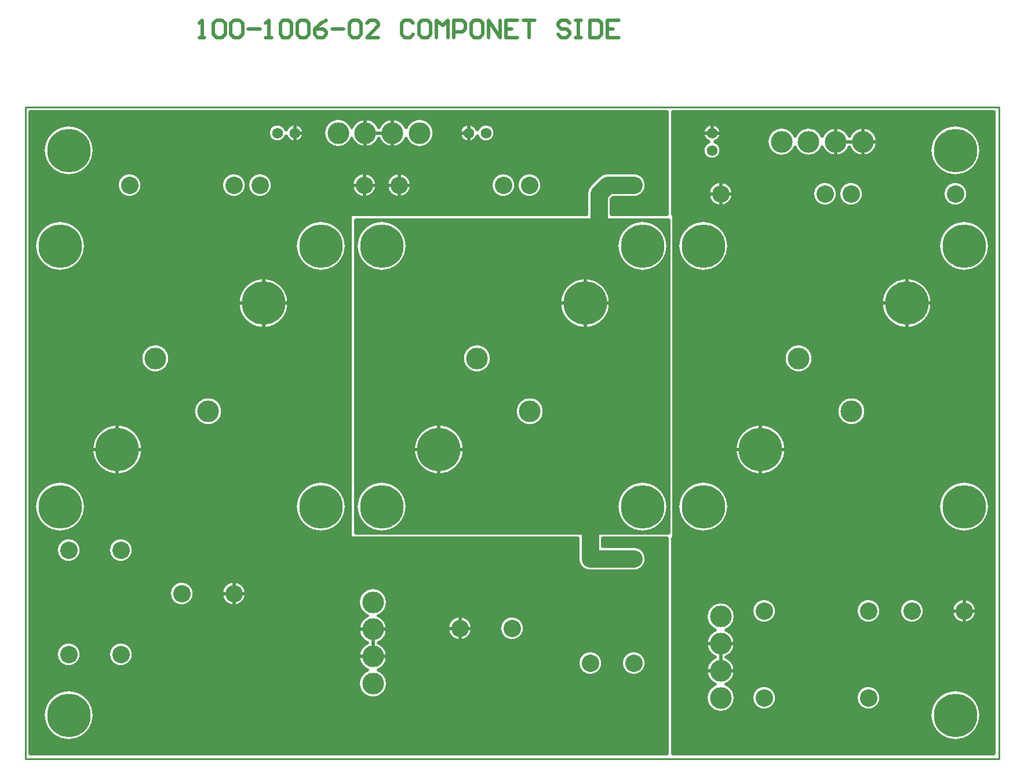
<source format=gtl>
*%FSLAX23Y23*%
*%MOIN*%
G01*
%ADD11C,0.006*%
%ADD12C,0.007*%
%ADD13C,0.010*%
%ADD14C,0.012*%
%ADD15C,0.020*%
%ADD16C,0.036*%
%ADD17C,0.055*%
%ADD18C,0.056*%
%ADD19C,0.062*%
%ADD20C,0.066*%
%ADD21C,0.070*%
%ADD22C,0.075*%
%ADD23C,0.090*%
%ADD24C,0.100*%
%ADD25C,0.100*%
%ADD26C,0.104*%
%ADD27C,0.125*%
%ADD28C,0.129*%
%ADD29C,0.140*%
%ADD30C,0.160*%
%ADD31C,0.250*%
%ADD32C,0.250*%
D13*
X6828Y5929D02*
X12428D01*
Y9679D01*
X6828D01*
Y5929D01*
D15*
X12294Y6089D02*
X12401D01*
X12062D02*
X10553D01*
X12276Y6069D02*
X12401D01*
X12080D02*
X10553D01*
X12247Y6049D02*
X12401D01*
X12109D02*
X10553D01*
Y6029D02*
X12401D01*
Y6009D02*
X10553D01*
Y5989D02*
X12401D01*
Y5969D02*
X10553D01*
Y5956D02*
X12401D01*
X10521Y6089D02*
X7194D01*
X6962D02*
X6855D01*
X7176Y6069D02*
X10521D01*
X6980D02*
X6855D01*
X7147Y6049D02*
X10521D01*
X7009D02*
X6855D01*
Y6029D02*
X10521D01*
Y6009D02*
X6855D01*
Y5989D02*
X10521D01*
Y5969D02*
X6855D01*
Y5956D02*
X10521D01*
X6868D02*
Y9652D01*
X6888D02*
Y8924D01*
Y8834D02*
Y7424D01*
Y7334D02*
Y5956D01*
X6908Y8964D02*
Y9652D01*
Y8794D02*
Y7464D01*
Y7294D02*
Y5956D01*
X6928Y8987D02*
Y9652D01*
Y8771D02*
Y7487D01*
Y7271D02*
Y5956D01*
X6948Y9498D02*
Y9652D01*
Y9360D02*
Y9002D01*
Y8756D02*
Y7502D01*
Y7256D02*
Y6248D01*
Y6110D02*
Y5956D01*
X6968Y9527D02*
Y9652D01*
Y9331D02*
Y9013D01*
Y8745D02*
Y7513D01*
Y7245D02*
Y6277D01*
Y6081D02*
Y5956D01*
X6988Y9545D02*
Y9652D01*
Y9313D02*
Y9020D01*
Y8738D02*
Y7520D01*
Y7238D02*
Y6295D01*
Y6063D02*
Y5956D01*
X6855D02*
Y9652D01*
X12276Y6289D02*
X12401D01*
X12080D02*
X11749D01*
X11607D02*
X11149D01*
X11007D02*
X10912D01*
X10744D02*
X10553D01*
X12294Y6269D02*
X12401D01*
X12062D02*
X11749D01*
X11607D02*
X11149D01*
X11007D02*
X10912D01*
X10744D02*
X10553D01*
X12307Y6249D02*
X12401D01*
X12049D02*
X11743D01*
X11613D02*
X11143D01*
X11013D02*
X10907D01*
X10749D02*
X10553D01*
X12316Y6229D02*
X12401D01*
X12040D02*
X11730D01*
X11626D02*
X11130D01*
X11026D02*
X10896D01*
X10760D02*
X10553D01*
X12322Y6209D02*
X12401D01*
X12034D02*
X11695D01*
X11661D02*
X11095D01*
X11061D02*
X10875D01*
X10781D02*
X10553D01*
X12325Y6189D02*
X12401D01*
X12031D02*
X10553D01*
X12325Y6169D02*
X12401D01*
X12031D02*
X10553D01*
X12322Y6149D02*
X12401D01*
X12034D02*
X10553D01*
X12316Y6129D02*
X12401D01*
X12040D02*
X10553D01*
X12307Y6109D02*
X12401D01*
X12049D02*
X10553D01*
X10521Y6289D02*
X8872D01*
X8784D02*
X7176D01*
X6980D02*
X6855D01*
X7194Y6269D02*
X10521D01*
X6962D02*
X6855D01*
X7207Y6249D02*
X10521D01*
X6949D02*
X6855D01*
X7216Y6229D02*
X10521D01*
X6940D02*
X6855D01*
X7222Y6209D02*
X10521D01*
X6934D02*
X6855D01*
X7225Y6189D02*
X10521D01*
X6931D02*
X6855D01*
X7225Y6169D02*
X10521D01*
X6931D02*
X6855D01*
X7222Y6149D02*
X10521D01*
X6934D02*
X6855D01*
X7216Y6129D02*
X10521D01*
X6940D02*
X6855D01*
X7207Y6109D02*
X10521D01*
X6949D02*
X6855D01*
X7008Y9558D02*
Y9652D01*
Y9300D02*
Y9025D01*
Y8733D02*
Y7525D01*
Y7233D02*
Y7146D01*
Y7112D02*
Y6546D01*
Y6512D02*
Y6308D01*
Y6050D02*
Y5956D01*
X7028Y9567D02*
Y9652D01*
Y9291D02*
Y9026D01*
Y8732D02*
Y7526D01*
Y7232D02*
Y7181D01*
Y7077D02*
Y6581D01*
Y6477D02*
Y6317D01*
Y6041D02*
Y5956D01*
X7048Y9573D02*
Y9652D01*
Y9285D02*
Y9025D01*
Y8733D02*
Y7525D01*
Y7233D02*
Y7194D01*
Y7064D02*
Y6594D01*
Y6464D02*
Y6323D01*
Y6035D02*
Y5956D01*
X7068Y9576D02*
Y9652D01*
Y9282D02*
Y9020D01*
Y8738D02*
Y7520D01*
Y7238D02*
Y7200D01*
Y7058D02*
Y6600D01*
Y6458D02*
Y6326D01*
Y6032D02*
Y5956D01*
X7088Y9576D02*
Y9652D01*
Y9282D02*
Y9013D01*
Y8745D02*
Y7513D01*
Y7245D02*
Y7200D01*
Y7058D02*
Y6600D01*
Y6458D02*
Y6326D01*
Y6032D02*
Y5956D01*
X7108Y9573D02*
Y9652D01*
Y9285D02*
Y9002D01*
Y8756D02*
Y7502D01*
Y7256D02*
Y7194D01*
Y7064D02*
Y6594D01*
Y6464D02*
Y6323D01*
Y6035D02*
Y5956D01*
X7128Y9567D02*
Y9652D01*
Y9291D02*
Y8987D01*
Y8771D02*
Y7487D01*
Y7271D02*
Y7181D01*
Y7077D02*
Y6581D01*
Y6477D02*
Y6317D01*
Y6041D02*
Y5956D01*
X7148Y9558D02*
Y9652D01*
Y9300D02*
Y8964D01*
Y8794D02*
Y7464D01*
Y7294D02*
Y7146D01*
Y7112D02*
Y6546D01*
Y6512D02*
Y6308D01*
Y6050D02*
Y5956D01*
X7168Y9545D02*
Y9652D01*
Y9313D02*
Y8924D01*
Y8834D02*
Y7424D01*
Y7334D02*
Y6295D01*
Y6063D02*
Y5956D01*
X7188Y9527D02*
Y9652D01*
Y9331D02*
Y6277D01*
Y6081D02*
Y5956D01*
X10893Y6489D02*
X12401D01*
X10763D02*
X10553D01*
X10905Y6469D02*
X12401D01*
X10751D02*
X10553D01*
X10911Y6449D02*
X12401D01*
X10745D02*
X10553D01*
X10912Y6429D02*
X12401D01*
X10744D02*
X10553D01*
X10908Y6409D02*
X12401D01*
X10748D02*
X10553D01*
X10899Y6389D02*
X12401D01*
X10757D02*
X10553D01*
X10881Y6369D02*
X12401D01*
X10775D02*
X10553D01*
X11695Y6349D02*
X12401D01*
X11661D02*
X11095D01*
X11061D02*
X10875D01*
X10781D02*
X10553D01*
X11730Y6329D02*
X12401D01*
X11626D02*
X11130D01*
X11026D02*
X10896D01*
X10760D02*
X10553D01*
X12247Y6309D02*
X12401D01*
X12109D02*
X11743D01*
X11613D02*
X11143D01*
X11013D02*
X10907D01*
X10749D02*
X10553D01*
X10744Y6435D02*
X10828D01*
X10912D01*
X10521Y6489D02*
X10399D01*
X10257D02*
X10149D01*
X10007D02*
X8908D01*
X8748D02*
X7438D01*
X7318D02*
X7138D01*
X7018D02*
X6855D01*
X10399Y6469D02*
X10521D01*
X10257D02*
X10149D01*
X10007D02*
X8898D01*
X8758D02*
X7418D01*
X7338D02*
X7118D01*
X7038D02*
X6855D01*
X10393Y6449D02*
X10521D01*
X10263D02*
X10143D01*
X10013D02*
X8878D01*
X8778D02*
X6855D01*
X10380Y6429D02*
X10521D01*
X10276D02*
X10130D01*
X10026D02*
X8878D01*
X8778D02*
X6855D01*
X10345Y6409D02*
X10521D01*
X10311D02*
X10095D01*
X10061D02*
X8898D01*
X8758D02*
X6855D01*
X8908Y6389D02*
X10521D01*
X8748D02*
X6855D01*
X8912Y6369D02*
X10521D01*
X8744D02*
X6855D01*
X8912Y6349D02*
X10521D01*
X8744D02*
X6855D01*
X8906Y6329D02*
X10521D01*
X8750D02*
X6855D01*
X8895Y6309D02*
X10521D01*
X8761D02*
X7147D01*
X7009D02*
X6855D01*
X7208Y9498D02*
Y9652D01*
Y9360D02*
Y6248D01*
Y6110D02*
Y5956D01*
X7228Y7778D02*
Y9652D01*
Y7638D02*
Y5956D01*
X7248Y7807D02*
Y9652D01*
Y7609D02*
Y5956D01*
X7268Y7825D02*
Y9652D01*
Y7591D02*
Y5956D01*
X7288Y7838D02*
Y9652D01*
Y7578D02*
Y5956D01*
X7308Y7847D02*
Y9652D01*
Y7569D02*
Y7146D01*
Y7112D02*
Y6546D01*
Y6512D02*
Y5956D01*
X7328Y7852D02*
Y9652D01*
Y7564D02*
Y7181D01*
Y7077D02*
Y6581D01*
Y6477D02*
Y5956D01*
X7348Y7855D02*
Y9652D01*
Y7561D02*
Y7194D01*
Y7064D02*
Y6594D01*
Y6464D02*
Y5956D01*
X7368Y9269D02*
Y9652D01*
Y9189D02*
Y7855D01*
Y7561D02*
Y7200D01*
Y7058D02*
Y6600D01*
Y6458D02*
Y5956D01*
X7388Y9289D02*
Y9652D01*
Y9169D02*
Y7852D01*
Y7564D02*
Y7200D01*
Y7058D02*
Y6600D01*
Y6458D02*
Y5956D01*
X7357Y7561D02*
Y7708D01*
Y7855D01*
X10889Y6689D02*
X12401D01*
X10767D02*
X10553D01*
X10860Y6669D02*
X12401D01*
X10796D02*
X10553D01*
X10889Y6649D02*
X12401D01*
X10767D02*
X10553D01*
X10903Y6629D02*
X12401D01*
X10753D02*
X10553D01*
X10911Y6609D02*
X12401D01*
X10745D02*
X10553D01*
X10912Y6589D02*
X12401D01*
X10744D02*
X10553D01*
X10910Y6569D02*
X12401D01*
X10746D02*
X10553D01*
X10901Y6549D02*
X12401D01*
X10755D02*
X10553D01*
X10885Y6529D02*
X12401D01*
X10771D02*
X10553D01*
X10869Y6509D02*
X12401D01*
X10787D02*
X10553D01*
X10744Y6591D02*
X10828D01*
X10912D01*
X10521Y6689D02*
X9699D01*
X9557D02*
X9399D01*
X9257D02*
X8911D01*
X8745D02*
X6855D01*
X9699Y6669D02*
X10521D01*
X9557D02*
X9399D01*
X9257D02*
X8912D01*
X8744D02*
X6855D01*
X9693Y6649D02*
X10521D01*
X9563D02*
X9393D01*
X9263D02*
X8909D01*
X8747D02*
X6855D01*
X9680Y6629D02*
X10521D01*
X9576D02*
X9380D01*
X9276D02*
X8900D01*
X8756D02*
X6855D01*
X9645Y6609D02*
X10521D01*
X9611D02*
X9345D01*
X9311D02*
X8883D01*
X8773D02*
X6855D01*
X8872Y6589D02*
X10521D01*
X8784D02*
X7418D01*
X7338D02*
X7118D01*
X7038D02*
X6855D01*
X8895Y6569D02*
X10521D01*
X8761D02*
X7438D01*
X7318D02*
X7138D01*
X7018D02*
X6855D01*
X10345Y6549D02*
X10521D01*
X10311D02*
X10095D01*
X10061D02*
X8906D01*
X8750D02*
X7447D01*
X7309D02*
X7147D01*
X7009D02*
X6855D01*
X10380Y6529D02*
X10521D01*
X10276D02*
X10130D01*
X10026D02*
X8912D01*
X8744D02*
X7450D01*
X7306D02*
X7150D01*
X7006D02*
X6855D01*
X10393Y6509D02*
X10521D01*
X10263D02*
X10143D01*
X10013D02*
X8912D01*
X8744D02*
X7447D01*
X7309D02*
X7147D01*
X7009D02*
X6855D01*
X8744Y6517D02*
X8828D01*
X8912D01*
X8828Y6673D02*
X8744D01*
X8828D02*
X8912D01*
X9256Y6679D02*
X9328D01*
X9400D01*
X7408Y9298D02*
Y9652D01*
Y9160D02*
Y7846D01*
Y7570D02*
Y7194D01*
Y7064D02*
Y6594D01*
Y6464D02*
Y5956D01*
X7428Y9301D02*
Y9652D01*
Y9157D02*
Y7837D01*
Y7579D02*
Y7181D01*
Y7077D02*
Y6581D01*
Y6477D02*
Y5956D01*
X7448Y9298D02*
Y9652D01*
Y9160D02*
Y7823D01*
Y7593D02*
Y7146D01*
Y7112D02*
Y6546D01*
Y6512D02*
Y5956D01*
X7468Y9289D02*
Y9652D01*
Y9169D02*
Y7804D01*
Y7612D02*
Y5956D01*
X7488Y9269D02*
Y9652D01*
Y9189D02*
Y7775D01*
Y7641D02*
Y5956D01*
X7508Y8282D02*
Y9652D01*
Y8182D02*
Y5956D01*
X7528Y8302D02*
Y9652D01*
Y8162D02*
Y5956D01*
X7548Y8312D02*
Y9652D01*
Y8152D02*
Y5956D01*
X7568Y8316D02*
Y9652D01*
Y8148D02*
Y5956D01*
X7588Y8316D02*
Y9652D01*
Y8148D02*
Y5956D01*
X10553Y6869D02*
X12401D01*
Y6849D02*
X12245D01*
X12211D02*
X11945D01*
X11911D02*
X11695D01*
X11661D02*
X11095D01*
X11061D02*
X10553D01*
X12280Y6829D02*
X12401D01*
X12176D02*
X11980D01*
X11876D02*
X11730D01*
X11626D02*
X11130D01*
X11026D02*
X10848D01*
X10808D02*
X10553D01*
X12293Y6809D02*
X12401D01*
X12163D02*
X11993D01*
X11863D02*
X11743D01*
X11613D02*
X11143D01*
X11013D02*
X10885D01*
X10771D02*
X10553D01*
X12299Y6789D02*
X12401D01*
X12157D02*
X11999D01*
X11857D02*
X11749D01*
X11607D02*
X11149D01*
X11007D02*
X10901D01*
X10755D02*
X10553D01*
X12299Y6769D02*
X12401D01*
X12157D02*
X11999D01*
X11857D02*
X11749D01*
X11607D02*
X11149D01*
X11007D02*
X10910D01*
X10746D02*
X10553D01*
X12293Y6749D02*
X12401D01*
X12163D02*
X11993D01*
X11863D02*
X11743D01*
X11613D02*
X11143D01*
X11013D02*
X10912D01*
X10744D02*
X10553D01*
X12280Y6729D02*
X12401D01*
X12176D02*
X11980D01*
X11876D02*
X11730D01*
X11626D02*
X11130D01*
X11026D02*
X10911D01*
X10745D02*
X10553D01*
X12245Y6709D02*
X12401D01*
X12211D02*
X11945D01*
X11911D02*
X11695D01*
X11661D02*
X11095D01*
X11061D02*
X10903D01*
X10753D02*
X10553D01*
X12156Y6779D02*
X12228D01*
X12300D01*
X10521Y6869D02*
X8902D01*
X8754D02*
X8099D01*
X7957D02*
X7799D01*
X7657D02*
X6855D01*
X8910Y6849D02*
X10521D01*
X8746D02*
X8093D01*
X7963D02*
X7793D01*
X7663D02*
X6855D01*
X8912Y6829D02*
X10521D01*
X8744D02*
X8080D01*
X7976D02*
X7780D01*
X7676D02*
X6855D01*
X8910Y6809D02*
X10521D01*
X8746D02*
X8045D01*
X8011D02*
X7745D01*
X7711D02*
X6855D01*
X8902Y6789D02*
X10521D01*
X8754D02*
X6855D01*
X8888Y6769D02*
X10521D01*
X8768D02*
X6855D01*
X9645Y6749D02*
X10521D01*
X9611D02*
X9345D01*
X9311D02*
X8865D01*
X8791D02*
X6855D01*
X9680Y6729D02*
X10521D01*
X9576D02*
X9380D01*
X9276D02*
X8891D01*
X8765D02*
X6855D01*
X9693Y6709D02*
X10521D01*
X9563D02*
X9393D01*
X9263D02*
X8904D01*
X8752D02*
X6855D01*
X7956Y6879D02*
X8028D01*
X8100D01*
X7608Y8310D02*
Y9652D01*
Y8154D02*
Y5956D01*
X7628Y8299D02*
Y9652D01*
Y8165D02*
Y5956D01*
X7648Y8276D02*
Y9652D01*
Y8188D02*
Y5956D01*
X7668Y6919D02*
Y9652D01*
Y6839D02*
Y5956D01*
X7688Y6939D02*
Y9652D01*
Y6819D02*
Y5956D01*
X7708Y6948D02*
Y9652D01*
Y6810D02*
Y5956D01*
X7728Y6951D02*
Y9652D01*
Y6807D02*
Y5956D01*
X7748Y6948D02*
Y9652D01*
Y6810D02*
Y5956D01*
X7768Y6939D02*
Y9652D01*
Y6819D02*
Y5956D01*
X10553Y7069D02*
X12401D01*
Y7049D02*
X10553D01*
Y7029D02*
X12401D01*
Y7009D02*
X10553D01*
Y6989D02*
X12401D01*
Y6969D02*
X10553D01*
Y6949D02*
X12401D01*
Y6929D02*
X10553D01*
Y6909D02*
X12401D01*
Y6889D02*
X10553D01*
X10521Y7069D02*
X10399D01*
X10006D02*
X7418D01*
X7338D02*
X7118D01*
X7038D02*
X6855D01*
X10393Y7049D02*
X10521D01*
X10013D02*
X6855D01*
X10380Y7029D02*
X10521D01*
X10026D02*
X6855D01*
X10345Y7009D02*
X10521D01*
X10061D02*
X6855D01*
Y6989D02*
X10521D01*
Y6969D02*
X6855D01*
X8045Y6949D02*
X10521D01*
X8011D02*
X7745D01*
X7711D02*
X6855D01*
X8080Y6929D02*
X10521D01*
X7976D02*
X7780D01*
X7676D02*
X6855D01*
X8855Y6909D02*
X10521D01*
X8801D02*
X8093D01*
X7963D02*
X7793D01*
X7663D02*
X6855D01*
X8888Y6889D02*
X10521D01*
X8768D02*
X8099D01*
X7957D02*
X7799D01*
X7657D02*
X6855D01*
X10328Y7007D02*
X10328D01*
X10328D02*
X10078D01*
X10078D01*
X7788Y6919D02*
Y9652D01*
Y6839D02*
Y5956D01*
X7808Y7972D02*
Y9652D01*
Y7884D02*
Y5956D01*
X7828Y7995D02*
Y9652D01*
Y7861D02*
Y5956D01*
X7848Y8006D02*
Y9652D01*
Y7850D02*
Y5956D01*
X7868Y8012D02*
Y9652D01*
Y7844D02*
Y5956D01*
X7888Y8012D02*
Y9652D01*
Y7844D02*
Y5956D01*
X7908Y8008D02*
Y9652D01*
Y7848D02*
Y5956D01*
X7928Y7998D02*
Y9652D01*
Y7858D02*
Y5956D01*
X7948Y7978D02*
Y9652D01*
Y7878D02*
Y5956D01*
X7968Y9269D02*
Y9652D01*
Y9189D02*
Y6919D01*
Y6839D02*
Y5956D01*
X12326Y7269D02*
X12401D01*
X12130D02*
X10826D01*
X10630D02*
X10560D01*
X12297Y7249D02*
X12401D01*
X12159D02*
X10797D01*
X10659D02*
X10560D01*
Y7229D02*
X12401D01*
Y7209D02*
X10560D01*
Y7189D02*
X12401D01*
Y7169D02*
X10553D01*
Y7149D02*
X12401D01*
Y7129D02*
X10553D01*
Y7109D02*
X12401D01*
Y7089D02*
X10553D01*
X8696Y7269D02*
X8626D01*
X8430D02*
X7126D01*
X6930D02*
X6855D01*
X8597Y7249D02*
X8696D01*
X8459D02*
X7097D01*
X6959D02*
X6855D01*
Y7229D02*
X8696D01*
Y7209D02*
X6855D01*
X10500Y7189D02*
X10520D01*
X10476D02*
X10456D01*
X10436D01*
X10416D01*
X10340D01*
X10320D01*
X10300D01*
X10280D01*
X8976D02*
X8956D01*
X8936D01*
X8916D01*
X8840D01*
X8820D01*
X8800D01*
X8780D01*
X8756D02*
X8736D01*
X8716D01*
X8696D01*
X7418D01*
X7338D02*
X7118D01*
X7038D02*
X6855D01*
X10150Y7169D02*
X10521D01*
X10006D02*
X7438D01*
X7318D02*
X7138D01*
X7018D02*
X6855D01*
X10345Y7149D02*
X10521D01*
X10006D02*
X7447D01*
X7309D02*
X7147D01*
X7009D02*
X6855D01*
X10380Y7129D02*
X10521D01*
X10006D02*
X7450D01*
X7306D02*
X7150D01*
X7006D02*
X6855D01*
X10393Y7109D02*
X10521D01*
X10006D02*
X7447D01*
X7309D02*
X7147D01*
X7009D02*
X6855D01*
X10399Y7089D02*
X10521D01*
X10006D02*
X7438D01*
X7318D02*
X7138D01*
X7018D02*
X6855D01*
X10328Y7151D02*
X10328D01*
X10328D02*
X10150D01*
X10520Y7181D02*
X10521D01*
X10415Y7197D02*
X10341D01*
X8915D02*
X8841D01*
X8716D02*
X8706D01*
X8726D02*
X8736D01*
X8746D02*
X8756D01*
X8766D02*
X8776D01*
X8906D02*
X8915D01*
X8926D02*
X8936D01*
X8946D02*
X8956D01*
X8966D02*
X8976D01*
X8986D02*
X8996D01*
X9006D02*
X9016D01*
X9026D02*
X9036D01*
X9046D02*
X9056D01*
X9066D02*
X9076D01*
X9086D02*
X9096D01*
X9106D02*
X9116D01*
X9126D02*
X9136D01*
X9146D02*
X9156D01*
X9166D02*
X9176D01*
X9186D02*
X9196D01*
X9206D02*
X9216D01*
X9226D02*
X9236D01*
X9246D02*
X9256D01*
X9266D02*
X9276D01*
X9286D02*
X9296D01*
X9306D02*
X9316D01*
X9326D02*
X9336D01*
X9346D02*
X9356D01*
X9366D02*
X9376D01*
X9386D02*
X9396D01*
X9406D02*
X9416D01*
X9426D02*
X9436D01*
X9446D02*
X9456D01*
X9466D02*
X9476D01*
X9486D02*
X9496D01*
X9506D02*
X9516D01*
X9526D02*
X9536D01*
X9546D02*
X9556D01*
X9566D02*
X9576D01*
X9586D02*
X9596D01*
X9606D02*
X9616D01*
X9626D02*
X9636D01*
X9646D02*
X9656D01*
X9666D02*
X9676D01*
X9686D02*
X9696D01*
X9706D02*
X9716D01*
X9726D02*
X9736D01*
X9746D02*
X9756D01*
X9766D02*
X9776D01*
X9786D02*
X9796D01*
X9806D02*
X9816D01*
X9826D02*
X9836D01*
X9846D02*
X9856D01*
X9866D02*
X9876D01*
X9886D02*
X9896D01*
X9906D02*
X9916D01*
X9926D02*
X9936D01*
X9946D02*
X9956D01*
X9966D02*
X9976D01*
X9986D02*
X9996D01*
X10166D02*
X10176D01*
X10186D02*
X10196D01*
X10206D02*
X10216D01*
X10226D02*
X10236D01*
X10246D02*
X10256D01*
X10266D02*
X10276D01*
X10406D02*
X10415D01*
X10426D02*
X10436D01*
X10446D02*
X10456D01*
X10466D02*
X10476D01*
X10486D02*
X10496D01*
X10476Y7269D02*
X10528D01*
X10280D02*
X8976D01*
X8780D02*
X8728D01*
X10447Y7249D02*
X10528D01*
X10309D02*
X8947D01*
X8809D02*
X8728D01*
Y7229D02*
X10528D01*
X10553Y7197D02*
X10560D01*
X10521D02*
X10520D01*
X10500D01*
X10496D01*
X10480D01*
X10476D01*
X10456D01*
X10436D01*
X10416D01*
X10415D01*
X10341D02*
X10340D01*
X10320D01*
X10300D01*
X10280D01*
X10276D01*
X10260D01*
X10256D01*
X10240D01*
X10236D01*
X10220D01*
X10216D01*
X10200D01*
X10196D01*
X10180D01*
X10176D01*
X10160D01*
X10156D01*
X10150D01*
X10006D02*
X10000D01*
X9996D01*
X9980D01*
X9976D01*
X9960D01*
X9956D01*
X9940D01*
X9936D01*
X9920D01*
X9916D01*
X9900D01*
X9896D01*
X9880D01*
X9876D01*
X9860D01*
X9856D01*
X9840D01*
X9836D01*
X9820D01*
X9816D01*
X9800D01*
X9796D01*
X9780D01*
X9776D01*
X9760D01*
X9756D01*
X9740D01*
X9736D01*
X9720D01*
X9716D01*
X9700D01*
X9696D01*
X9680D01*
X9676D01*
X9660D01*
X9656D01*
X9640D01*
X9636D01*
X9620D01*
X9616D01*
X9600D01*
X9596D01*
X9580D01*
X9576D01*
X9560D01*
X9556D01*
X9540D01*
X9536D01*
X9520D01*
X9516D01*
X9500D01*
X9496D01*
X9480D01*
X9476D01*
X9460D01*
X9456D01*
X9440D01*
X9436D01*
X9420D01*
X9416D01*
X9400D01*
X9396D01*
X9380D01*
X9376D01*
X9360D01*
X9356D01*
X9340D01*
X9336D01*
X9320D01*
X9316D01*
X9300D01*
X9296D01*
X9280D01*
X9276D01*
X9260D01*
X9256D01*
X9240D01*
X9236D01*
X9220D01*
X9216D01*
X9200D01*
X9196D01*
X9180D01*
X9176D01*
X9160D01*
X9156D01*
X9140D01*
X9136D01*
X9120D01*
X9116D01*
X9100D01*
X9096D01*
X9080D01*
X9076D01*
X9060D01*
X9056D01*
X9040D01*
X9036D01*
X9020D01*
X9016D01*
X9000D01*
X8996D01*
X8980D01*
X8976D01*
X8956D01*
X8936D01*
X8916D01*
X8915D01*
X8841D02*
X8840D01*
X8820D01*
X8800D01*
X8780D01*
X8776D01*
X8760D01*
X8756D01*
X8736D01*
X8716D01*
X8696D01*
X8686D01*
X7988Y9289D02*
Y9652D01*
Y9169D02*
Y6939D01*
Y6819D02*
Y5956D01*
X8008Y9298D02*
Y9652D01*
Y9160D02*
Y6948D01*
Y6810D02*
Y5956D01*
X8028Y9301D02*
Y9652D01*
Y9157D02*
Y6951D01*
Y6807D02*
Y5956D01*
X8048Y9298D02*
Y9652D01*
Y9160D02*
Y6948D01*
Y6810D02*
Y5956D01*
X8068Y9289D02*
Y9652D01*
Y9169D02*
Y8619D01*
Y8481D02*
Y6939D01*
Y6819D02*
Y5956D01*
X8088Y9269D02*
Y9652D01*
Y9189D02*
Y8648D01*
Y8452D02*
Y6919D01*
Y6839D02*
Y5956D01*
X8108Y9246D02*
Y9652D01*
Y9212D02*
Y8666D01*
Y8434D02*
Y5956D01*
X8128Y9281D02*
Y9652D01*
Y9177D02*
Y8679D01*
Y8421D02*
Y5956D01*
X8148Y9294D02*
Y9652D01*
Y9164D02*
Y8688D01*
Y8412D02*
Y5956D01*
X8168Y9300D02*
Y9652D01*
Y9158D02*
Y8694D01*
Y8406D02*
Y5956D01*
X8028Y6807D02*
Y6879D01*
Y6951D01*
X12344Y7469D02*
X12401D01*
X12112D02*
X10844D01*
X10612D02*
X10560D01*
X12357Y7449D02*
X12401D01*
X12099D02*
X10857D01*
X10599D02*
X10560D01*
X12366Y7429D02*
X12401D01*
X12090D02*
X10866D01*
X10590D02*
X10560D01*
X12372Y7409D02*
X12401D01*
X12084D02*
X10872D01*
X10584D02*
X10560D01*
X12375Y7389D02*
X12401D01*
X12081D02*
X10875D01*
X10581D02*
X10560D01*
X12375Y7369D02*
X12401D01*
X12081D02*
X10875D01*
X10581D02*
X10560D01*
X12372Y7349D02*
X12401D01*
X12084D02*
X10872D01*
X10584D02*
X10560D01*
X12366Y7329D02*
X12401D01*
X12090D02*
X10866D01*
X10590D02*
X10560D01*
X12357Y7309D02*
X12401D01*
X12099D02*
X10857D01*
X10599D02*
X10560D01*
X12344Y7289D02*
X12401D01*
X12112D02*
X10844D01*
X10612D02*
X10560D01*
X8696Y7469D02*
X8644D01*
X8412D02*
X7144D01*
X6912D02*
X6855D01*
X8657Y7449D02*
X8696D01*
X8399D02*
X7157D01*
X6899D02*
X6855D01*
X8666Y7429D02*
X8696D01*
X8390D02*
X7166D01*
X6890D02*
X6855D01*
X8672Y7409D02*
X8696D01*
X8384D02*
X7172D01*
X6884D02*
X6855D01*
X8675Y7389D02*
X8696D01*
X8381D02*
X7175D01*
X6881D02*
X6855D01*
X8675Y7369D02*
X8696D01*
X8381D02*
X7175D01*
X6881D02*
X6855D01*
X8672Y7349D02*
X8696D01*
X8384D02*
X7172D01*
X6884D02*
X6855D01*
X8666Y7329D02*
X8696D01*
X8390D02*
X7166D01*
X6890D02*
X6855D01*
X8657Y7309D02*
X8696D01*
X8399D02*
X7157D01*
X6899D02*
X6855D01*
X8644Y7289D02*
X8696D01*
X8412D02*
X7144D01*
X6912D02*
X6855D01*
X10494Y7469D02*
X10528D01*
X10262D02*
X8994D01*
X8762D02*
X8728D01*
X10507Y7449D02*
X10528D01*
X10249D02*
X9007D01*
X8749D02*
X8728D01*
X9016Y7429D02*
X10240D01*
X10234Y7409D02*
X9022D01*
X9025Y7389D02*
X10231D01*
Y7369D02*
X9025D01*
X9022Y7349D02*
X10234D01*
X10240Y7329D02*
X9016D01*
X10507Y7309D02*
X10528D01*
X10249D02*
X9007D01*
X8749D02*
X8728D01*
X10494Y7289D02*
X10528D01*
X10262D02*
X8994D01*
X8762D02*
X8728D01*
X8188Y9300D02*
Y9652D01*
Y9158D02*
Y8697D01*
Y8403D02*
Y5956D01*
X8208Y9294D02*
Y9652D01*
Y9164D02*
Y8697D01*
Y8403D02*
Y5956D01*
X8228Y9547D02*
Y9652D01*
Y9511D02*
Y9281D01*
Y9177D02*
Y8694D01*
Y8406D02*
Y5956D01*
X8248Y9573D02*
Y9652D01*
Y9485D02*
Y9246D01*
Y9212D02*
Y8688D01*
Y8412D02*
Y5956D01*
X8268Y9581D02*
Y9652D01*
Y9477D02*
Y8679D01*
Y8421D02*
Y5956D01*
X8288Y9581D02*
Y9652D01*
Y9477D02*
Y8666D01*
Y8434D02*
Y5956D01*
X8308Y9573D02*
Y9652D01*
Y9485D02*
Y8648D01*
Y8452D02*
Y5956D01*
X8328Y9547D02*
Y9652D01*
Y9511D02*
Y8619D01*
Y8481D02*
Y5956D01*
X8348Y9573D02*
Y9652D01*
Y9485D02*
Y5956D01*
X8368Y9581D02*
Y9652D01*
Y9477D02*
Y5956D01*
X8198Y8403D02*
Y8550D01*
Y8697D01*
X11192Y7649D02*
X12401D01*
X10922D02*
X10560D01*
X11181Y7629D02*
X12401D01*
X10933D02*
X10560D01*
X11166Y7609D02*
X12401D01*
X10948D02*
X10560D01*
X11143Y7589D02*
X12401D01*
X10971D02*
X10560D01*
X11105Y7569D02*
X12401D01*
X11009D02*
X10560D01*
Y7549D02*
X12401D01*
Y7529D02*
X10560D01*
X12297Y7509D02*
X12401D01*
X12159D02*
X10797D01*
X10659D02*
X10560D01*
X12326Y7489D02*
X12401D01*
X12130D02*
X10826D01*
X10630D02*
X10560D01*
X8696Y7649D02*
X7492D01*
X7222D02*
X6855D01*
X7481Y7629D02*
X8696D01*
X7233D02*
X6855D01*
X7466Y7609D02*
X8696D01*
X7248D02*
X6855D01*
X7443Y7589D02*
X8696D01*
X7271D02*
X6855D01*
X7405Y7569D02*
X8696D01*
X7309D02*
X6855D01*
Y7549D02*
X8696D01*
Y7529D02*
X6855D01*
X8597Y7509D02*
X8696D01*
X8459D02*
X7097D01*
X6959D02*
X6855D01*
X8626Y7489D02*
X8696D01*
X8430D02*
X7126D01*
X6930D02*
X6855D01*
X9342Y7649D02*
X10528D01*
X9072D02*
X8728D01*
X9331Y7629D02*
X10528D01*
X9083D02*
X8728D01*
X9316Y7609D02*
X10528D01*
X9098D02*
X8728D01*
X9293Y7589D02*
X10528D01*
X9121D02*
X8728D01*
X9255Y7569D02*
X10528D01*
X9159D02*
X8728D01*
Y7549D02*
X10528D01*
Y7529D02*
X8728D01*
X10447Y7509D02*
X10528D01*
X10309D02*
X8947D01*
X8809D02*
X8728D01*
X10476Y7489D02*
X10528D01*
X10280D02*
X8976D01*
X8780D02*
X8728D01*
X8388Y9581D02*
Y9652D01*
Y9477D02*
Y8924D01*
Y8834D02*
Y7424D01*
Y7334D02*
Y5956D01*
X8408Y9573D02*
Y9652D01*
Y9485D02*
Y8964D01*
Y8794D02*
Y7464D01*
Y7294D02*
Y5956D01*
X8428Y9547D02*
Y9652D01*
Y9511D02*
Y8987D01*
Y8771D02*
Y7487D01*
Y7271D02*
Y5956D01*
X8448Y9002D02*
Y9652D01*
Y8756D02*
Y7502D01*
Y7256D02*
Y5956D01*
X8468Y9013D02*
Y9652D01*
Y8745D02*
Y7513D01*
Y7245D02*
Y5956D01*
X8488Y9020D02*
Y9652D01*
Y8738D02*
Y7520D01*
Y7238D02*
Y5956D01*
X8508Y9025D02*
Y9652D01*
Y8733D02*
Y7525D01*
Y7233D02*
Y5956D01*
X8528Y9026D02*
Y9652D01*
Y8732D02*
Y7526D01*
Y7232D02*
Y5956D01*
X8548Y9556D02*
Y9652D01*
Y9502D02*
Y9025D01*
Y8733D02*
Y7525D01*
Y7233D02*
Y5956D01*
X8378Y9476D02*
Y9529D01*
Y9582D01*
X11610Y7849D02*
X12401D01*
X11550D02*
X11099D01*
X11015D02*
X10560D01*
X11140Y7829D02*
X12401D01*
X10974D02*
X10560D01*
X11164Y7809D02*
X12401D01*
X10950D02*
X10560D01*
X11180Y7789D02*
X12401D01*
X10934D02*
X10560D01*
X11191Y7769D02*
X12401D01*
X10923D02*
X10560D01*
X11198Y7749D02*
X12401D01*
X10916D02*
X10560D01*
X11202Y7729D02*
X12401D01*
X10912D02*
X10560D01*
X11204Y7709D02*
X12401D01*
X10910D02*
X10560D01*
X11203Y7689D02*
X12401D01*
X10911D02*
X10560D01*
X11199Y7669D02*
X12401D01*
X10915D02*
X10560D01*
X10910Y7708D02*
X11057D01*
X11204D01*
X8696Y7849D02*
X7910D01*
X7850D02*
X7399D01*
X7315D02*
X6855D01*
X7440Y7829D02*
X8696D01*
X7274D02*
X6855D01*
X7464Y7809D02*
X8696D01*
X7250D02*
X6855D01*
X7480Y7789D02*
X8696D01*
X7234D02*
X6855D01*
X7491Y7769D02*
X8696D01*
X7223D02*
X6855D01*
X7498Y7749D02*
X8696D01*
X7216D02*
X6855D01*
X7502Y7729D02*
X8696D01*
X7212D02*
X6855D01*
X7504Y7709D02*
X8696D01*
X7210D02*
X6855D01*
X7503Y7689D02*
X8696D01*
X7211D02*
X6855D01*
X7499Y7669D02*
X8696D01*
X7215D02*
X6855D01*
X8686Y7817D02*
X8696D01*
X7357Y7708D02*
X7210D01*
X7357D02*
X7504D01*
X9760Y7849D02*
X10528D01*
X9700D02*
X9249D01*
X9165D02*
X8728D01*
X9290Y7829D02*
X10528D01*
X9124D02*
X8728D01*
X9314Y7809D02*
X10528D01*
X9100D02*
X8728D01*
X9330Y7789D02*
X10528D01*
X9084D02*
X8728D01*
X9341Y7769D02*
X10528D01*
X9073D02*
X8728D01*
X9348Y7749D02*
X10528D01*
X9066D02*
X8728D01*
X9352Y7729D02*
X10528D01*
X9062D02*
X8728D01*
X9354Y7709D02*
X10528D01*
X9060D02*
X8728D01*
X9353Y7689D02*
X10528D01*
X9061D02*
X8728D01*
X9349Y7669D02*
X10528D01*
X9065D02*
X8728D01*
X9060Y7708D02*
X9207D01*
X9354D01*
X8568Y9588D02*
Y9652D01*
Y9470D02*
Y9020D01*
Y8738D02*
Y7520D01*
Y7238D02*
Y5956D01*
X8588Y9603D02*
Y9652D01*
Y9455D02*
Y9013D01*
Y8745D02*
Y7513D01*
Y7245D02*
Y5956D01*
X8608Y9611D02*
Y9652D01*
Y9447D02*
Y9002D01*
Y8756D02*
Y7502D01*
Y7256D02*
Y5956D01*
X8628Y9614D02*
Y9652D01*
Y9444D02*
Y8987D01*
Y8771D02*
Y7487D01*
Y7271D02*
Y5956D01*
X8648Y9611D02*
Y9652D01*
Y9447D02*
Y8964D01*
Y8794D02*
Y7464D01*
Y7294D02*
Y5956D01*
X8668Y9603D02*
Y9652D01*
Y9455D02*
Y8924D01*
Y8834D02*
Y7424D01*
Y7334D02*
Y5956D01*
X8688Y9588D02*
Y9652D01*
Y9470D02*
Y9061D01*
Y9041D01*
Y9021D01*
Y9001D01*
Y8977D02*
Y8957D01*
Y8937D01*
Y8917D01*
Y8841D01*
Y8821D01*
Y8801D01*
Y8781D01*
Y7477D02*
Y7457D01*
Y7437D01*
Y7417D01*
Y7341D01*
Y7321D01*
Y7301D01*
Y7281D01*
Y7257D02*
Y7237D01*
Y7217D01*
Y7197D01*
Y5956D01*
X8708Y9566D02*
Y9652D01*
Y9492D02*
Y9246D01*
Y9212D02*
Y9061D01*
Y7197D02*
Y5956D01*
X8728Y9592D02*
Y9652D01*
Y9466D02*
Y9281D01*
Y9177D02*
Y9061D01*
Y7197D02*
Y5956D01*
X8748Y9605D02*
Y9652D01*
Y9453D02*
Y9294D01*
Y9164D02*
Y9061D01*
Y7197D02*
Y6856D01*
Y6802D02*
Y6700D01*
Y6646D02*
Y6544D01*
Y6490D02*
Y6388D01*
Y6334D02*
Y5956D01*
X8696Y7227D02*
Y7237D01*
Y7217D02*
Y7207D01*
Y7427D02*
Y7437D01*
Y7416D02*
Y7407D01*
Y7277D02*
Y7267D01*
Y7257D02*
Y7247D01*
Y7607D02*
Y7617D01*
Y7597D02*
Y7587D01*
Y7577D02*
Y7567D01*
Y7557D02*
Y7547D01*
Y7537D02*
Y7527D01*
Y7517D02*
Y7507D01*
Y7497D02*
Y7487D01*
Y7477D02*
Y7467D01*
Y7457D02*
Y7447D01*
Y7807D02*
Y7817D01*
Y7797D02*
Y7787D01*
Y7777D02*
Y7767D01*
Y7757D02*
Y7747D01*
Y7737D02*
Y7727D01*
Y7717D02*
Y7707D01*
Y7697D02*
Y7687D01*
Y7677D02*
Y7667D01*
Y7657D02*
Y7647D01*
Y7637D02*
Y7627D01*
Y8842D02*
Y8916D01*
Y7416D02*
Y7342D01*
Y8007D02*
Y8017D01*
Y7997D02*
Y7987D01*
Y7977D02*
Y7967D01*
Y7957D02*
Y7947D01*
Y7937D02*
Y7927D01*
Y7917D02*
Y7907D01*
Y7897D02*
Y7887D01*
Y7877D02*
Y7867D01*
Y7857D02*
Y7847D01*
Y7837D02*
Y7827D01*
Y8207D02*
Y8217D01*
Y8197D02*
Y8187D01*
Y8177D02*
Y8167D01*
Y8157D02*
Y8147D01*
Y8137D02*
Y8127D01*
Y8117D02*
Y8107D01*
Y8097D02*
Y8087D01*
Y8077D02*
Y8067D01*
Y8057D02*
Y8047D01*
Y8037D02*
Y8027D01*
Y8407D02*
Y8417D01*
Y8397D02*
Y8387D01*
Y8377D02*
Y8367D01*
Y8357D02*
Y8347D01*
Y8337D02*
Y8327D01*
Y8317D02*
Y8307D01*
Y8297D02*
Y8287D01*
Y8277D02*
Y8267D01*
Y8257D02*
Y8247D01*
Y8237D02*
Y8227D01*
Y8587D02*
Y8597D01*
Y8577D02*
Y8567D01*
Y8557D02*
Y8547D01*
Y8537D02*
Y8527D01*
Y8517D02*
Y8507D01*
Y8497D02*
Y8487D01*
Y8477D02*
Y8467D01*
Y8457D02*
Y8447D01*
Y8437D02*
Y8427D01*
Y8767D02*
Y8777D01*
Y8757D02*
Y8747D01*
Y8737D02*
Y8727D01*
Y8717D02*
Y8707D01*
Y8697D02*
Y8687D01*
Y8677D02*
Y8667D01*
Y8657D02*
Y8647D01*
Y8637D02*
Y8627D01*
Y8617D02*
Y8607D01*
Y8967D02*
Y8977D01*
Y8957D02*
Y8947D01*
Y8937D02*
Y8927D01*
Y8916D02*
Y8907D01*
Y8987D02*
Y8997D01*
X8748Y9029D02*
Y8948D01*
Y8810D02*
Y7448D01*
Y7310D02*
Y7229D01*
X8728D02*
Y9029D01*
X8696Y7301D02*
Y7281D01*
Y7277D01*
Y7261D01*
Y7257D01*
Y7237D01*
Y7217D01*
Y7197D01*
Y7187D01*
Y7497D02*
Y7501D01*
Y7497D02*
Y7481D01*
Y7477D01*
Y7457D01*
Y7437D01*
Y7417D01*
Y7416D01*
Y7342D02*
Y7341D01*
Y7321D01*
Y7301D01*
Y7677D02*
Y7681D01*
Y7677D02*
Y7661D01*
Y7657D01*
Y7641D01*
Y7637D01*
Y7621D01*
Y7617D01*
Y7601D01*
Y7597D01*
Y7581D01*
Y7577D01*
Y7561D01*
Y7557D01*
Y7541D01*
Y7537D01*
Y7521D01*
Y7517D01*
Y7501D01*
Y7877D02*
Y7881D01*
Y7877D02*
Y7861D01*
Y7857D01*
Y7841D01*
Y7837D01*
Y7821D01*
Y7817D01*
Y7801D01*
Y7797D01*
Y7781D01*
Y7777D01*
Y7761D01*
Y7757D01*
Y7741D01*
Y7737D01*
Y7721D01*
Y7717D01*
Y7701D01*
Y7697D01*
Y7681D01*
Y9041D02*
Y9061D01*
Y9041D02*
Y9021D01*
Y9001D01*
Y8997D01*
Y8981D01*
Y8977D01*
Y8957D01*
Y8937D01*
Y8917D01*
Y8916D01*
Y8842D02*
Y8841D01*
Y8821D01*
Y8801D01*
Y8781D01*
Y8777D01*
Y8761D01*
Y8757D01*
Y8741D01*
Y8737D01*
Y8721D01*
Y8717D01*
Y8701D01*
Y8697D01*
Y8681D01*
Y8677D01*
Y8661D01*
Y8657D01*
Y8641D01*
Y8637D01*
Y8621D01*
Y8617D01*
Y8601D01*
Y8597D01*
Y8581D01*
Y8577D01*
Y8561D01*
Y8557D01*
Y8541D01*
Y8537D01*
Y8521D01*
Y8517D01*
Y8501D01*
Y8497D01*
Y8481D01*
Y8477D01*
Y8461D01*
Y8457D01*
Y8441D01*
Y8437D01*
Y8421D01*
Y8417D01*
Y8401D01*
Y8397D01*
Y8381D01*
Y8377D01*
Y8361D01*
Y8357D01*
Y8341D01*
Y8337D01*
Y8321D01*
Y8317D01*
Y8301D01*
Y8297D01*
Y8281D01*
Y8277D01*
Y8261D01*
Y8257D01*
Y8241D01*
Y8237D01*
Y8221D01*
Y8217D01*
Y8201D01*
Y8197D01*
Y8181D01*
Y8177D01*
Y8161D01*
Y8157D01*
Y8141D01*
Y8137D01*
Y8121D01*
Y8117D01*
Y8101D01*
Y8097D01*
Y8081D01*
Y8077D01*
Y8061D01*
Y8057D01*
Y8041D01*
Y8037D01*
Y8021D01*
Y8017D01*
Y8001D01*
Y7997D01*
Y7981D01*
Y7977D01*
Y7961D01*
Y7957D01*
Y7941D01*
Y7937D01*
Y7921D01*
Y7917D01*
Y7901D01*
Y7897D01*
Y7881D01*
X10560Y8049D02*
X12401D01*
Y8029D02*
X10560D01*
X11604Y8009D02*
X12401D01*
X11556D02*
X10560D01*
X11638Y7989D02*
X12401D01*
X11522D02*
X10560D01*
X11654Y7969D02*
X12401D01*
X11506D02*
X10560D01*
X11662Y7949D02*
X12401D01*
X11498D02*
X10560D01*
X11664Y7929D02*
X12401D01*
X11496D02*
X10560D01*
X11662Y7909D02*
X12401D01*
X11498D02*
X10560D01*
X11655Y7889D02*
X12401D01*
X11505D02*
X10560D01*
X11640Y7869D02*
X12401D01*
X11520D02*
X10560D01*
X8696Y8049D02*
X6855D01*
Y8029D02*
X8696D01*
Y8009D02*
X7904D01*
X7856D02*
X6855D01*
X7938Y7989D02*
X8696D01*
X7822D02*
X6855D01*
X7954Y7969D02*
X8696D01*
X7806D02*
X6855D01*
X7962Y7949D02*
X8696D01*
X7798D02*
X6855D01*
X7964Y7929D02*
X8696D01*
X7796D02*
X6855D01*
X7962Y7909D02*
X8696D01*
X7798D02*
X6855D01*
X7955Y7889D02*
X8696D01*
X7805D02*
X6855D01*
X7940Y7869D02*
X8696D01*
X7820D02*
X6855D01*
X8686Y7881D02*
X8696D01*
Y8041D02*
X8686D01*
Y7977D02*
X8696D01*
X8728Y8049D02*
X10528D01*
Y8029D02*
X8728D01*
X9754Y8009D02*
X10528D01*
X9706D02*
X8728D01*
X9788Y7989D02*
X10528D01*
X9672D02*
X8728D01*
X9804Y7969D02*
X10528D01*
X9656D02*
X8728D01*
X9812Y7949D02*
X10528D01*
X9648D02*
X8728D01*
X9814Y7929D02*
X10528D01*
X9646D02*
X8728D01*
X9812Y7909D02*
X10528D01*
X9648D02*
X8728D01*
X9805Y7889D02*
X10528D01*
X9655D02*
X8728D01*
X9790Y7869D02*
X10528D01*
X9670D02*
X8728D01*
X8768Y9612D02*
Y9652D01*
Y9446D02*
Y9300D01*
Y9158D02*
Y9061D01*
Y7197D02*
Y6888D01*
Y6770D02*
Y6732D01*
Y6614D02*
Y6576D01*
Y6458D02*
Y6420D01*
Y6302D02*
Y5956D01*
X8788Y9613D02*
Y9652D01*
Y9445D02*
Y9300D01*
Y9158D02*
Y9061D01*
Y7197D02*
Y6903D01*
Y6287D02*
Y5956D01*
X8808Y9610D02*
Y9652D01*
Y9448D02*
Y9294D01*
Y9164D02*
Y9061D01*
Y7197D02*
Y6911D01*
Y6279D02*
Y5956D01*
X8828Y9601D02*
Y9652D01*
Y9457D02*
Y9281D01*
Y9177D02*
Y9061D01*
Y7197D02*
Y6914D01*
Y6276D02*
Y5956D01*
X8848Y9584D02*
Y9652D01*
Y9474D02*
Y9246D01*
Y9212D02*
Y9061D01*
Y7197D02*
Y6911D01*
Y6279D02*
Y5956D01*
X8868Y9573D02*
Y9652D01*
Y9485D02*
Y9061D01*
Y7197D02*
Y6903D01*
Y6287D02*
Y5956D01*
X8888Y9596D02*
Y9652D01*
Y9462D02*
Y9061D01*
Y7197D02*
Y6888D01*
Y6770D02*
Y6732D01*
Y6614D02*
Y6576D01*
Y6458D02*
Y6420D01*
Y6302D02*
Y5956D01*
X8908Y9607D02*
Y9652D01*
Y9451D02*
Y9246D01*
Y9212D02*
Y9061D01*
Y7197D02*
Y6856D01*
Y6802D02*
Y6700D01*
Y6646D02*
Y6544D01*
Y6490D02*
Y6388D01*
Y6334D02*
Y5956D01*
X8928Y9613D02*
Y9652D01*
Y9445D02*
Y9281D01*
Y9177D02*
Y9061D01*
Y7197D02*
Y5956D01*
X8948Y9613D02*
Y9652D01*
Y9445D02*
Y9294D01*
Y9164D02*
Y9061D01*
Y7197D02*
Y5956D01*
X8828Y6517D02*
Y6602D01*
Y6588D02*
Y6673D01*
X8778Y9157D02*
Y9229D01*
Y9301D01*
X8940Y9444D02*
Y9529D01*
Y9614D01*
X8784Y9529D02*
Y9444D01*
Y9529D02*
Y9614D01*
X8768Y9029D02*
Y8977D01*
Y8781D02*
Y7477D01*
Y7281D02*
Y7229D01*
X8788Y8995D02*
Y9029D01*
Y8763D02*
Y7495D01*
Y7263D02*
Y7229D01*
X8808Y9008D02*
Y9029D01*
Y8750D02*
Y7508D01*
Y7250D02*
Y7229D01*
X8828Y7517D02*
Y8741D01*
X8848Y8735D02*
Y7523D01*
X8868Y7526D02*
Y8732D01*
X8888D02*
Y7526D01*
X8908Y7523D02*
Y8735D01*
X8928Y8741D02*
Y7517D01*
X8948Y9008D02*
Y9029D01*
Y8750D02*
Y7508D01*
Y7250D02*
Y7229D01*
X11359Y8249D02*
X12401D01*
X11193D02*
X10560D01*
X11360Y8229D02*
X12401D01*
X11192D02*
X10560D01*
X11357Y8209D02*
X12401D01*
X11195D02*
X10560D01*
X11349Y8189D02*
X12401D01*
X11203D02*
X10560D01*
X11332Y8169D02*
X12401D01*
X11220D02*
X10560D01*
X11292Y8149D02*
X12401D01*
X11260D02*
X10560D01*
Y8129D02*
X12401D01*
Y8109D02*
X10560D01*
Y8089D02*
X12401D01*
Y8069D02*
X10560D01*
X8696Y8249D02*
X7659D01*
X7493D02*
X6855D01*
X7660Y8229D02*
X8696D01*
X7492D02*
X6855D01*
X7657Y8209D02*
X8696D01*
X7495D02*
X6855D01*
X7649Y8189D02*
X8696D01*
X7503D02*
X6855D01*
X7632Y8169D02*
X8696D01*
X7520D02*
X6855D01*
X7592Y8149D02*
X8696D01*
X7560D02*
X6855D01*
Y8129D02*
X8696D01*
Y8109D02*
X6855D01*
Y8089D02*
X8696D01*
Y8069D02*
X6855D01*
X8686Y8181D02*
X8696D01*
Y8117D02*
X8686D01*
X9509Y8249D02*
X10528D01*
X9343D02*
X8728D01*
X9510Y8229D02*
X10528D01*
X9342D02*
X8728D01*
X9507Y8209D02*
X10528D01*
X9345D02*
X8728D01*
X9499Y8189D02*
X10528D01*
X9353D02*
X8728D01*
X9482Y8169D02*
X10528D01*
X9370D02*
X8728D01*
X9442Y8149D02*
X10528D01*
X9410D02*
X8728D01*
Y8129D02*
X10528D01*
Y8109D02*
X8728D01*
Y8089D02*
X10528D01*
Y8069D02*
X8728D01*
X8968Y9609D02*
Y9652D01*
Y9449D02*
Y9300D01*
Y9158D02*
Y9061D01*
Y7197D02*
Y5956D01*
X8988Y9599D02*
Y9652D01*
Y9459D02*
Y9300D01*
Y9158D02*
Y9061D01*
Y7197D02*
Y5956D01*
X9008Y9579D02*
Y9652D01*
Y9479D02*
Y9294D01*
Y9164D02*
Y9061D01*
Y7197D02*
Y5956D01*
X9028Y9579D02*
Y9652D01*
Y9479D02*
Y9281D01*
Y9177D02*
Y9061D01*
Y7197D02*
Y5956D01*
X9048Y9599D02*
Y9652D01*
Y9459D02*
Y9246D01*
Y9212D02*
Y9061D01*
Y7197D02*
Y5956D01*
X9068Y9609D02*
Y9652D01*
Y9449D02*
Y9061D01*
Y7197D02*
Y5956D01*
X9088Y9613D02*
Y9652D01*
Y9445D02*
Y9061D01*
Y7197D02*
Y5956D01*
X9108Y9613D02*
Y9652D01*
Y9445D02*
Y9061D01*
Y7197D02*
Y5956D01*
X9128Y9607D02*
Y9652D01*
Y9451D02*
Y9061D01*
Y7197D02*
Y5956D01*
X9148Y9596D02*
Y9652D01*
Y9462D02*
Y9061D01*
Y7197D02*
Y5956D01*
X8978Y9157D02*
Y9229D01*
Y9301D01*
X8968Y9029D02*
Y8995D01*
Y8763D02*
Y7495D01*
Y7263D02*
Y7229D01*
X8988Y8977D02*
Y9029D01*
Y8781D02*
Y7477D01*
Y7281D02*
Y7229D01*
X9008Y8948D02*
Y9029D01*
Y8810D02*
Y7448D01*
Y7310D02*
Y7229D01*
X9028D02*
Y9029D01*
X9048D02*
Y7229D01*
X9068Y7756D02*
Y9029D01*
Y7660D02*
Y7229D01*
X9088Y7794D02*
Y9029D01*
Y7622D02*
Y7229D01*
X9108Y7817D02*
Y9029D01*
Y7599D02*
Y7229D01*
X9128Y7832D02*
Y9029D01*
Y7584D02*
Y7229D01*
X9148Y7843D02*
Y9029D01*
Y7573D02*
Y7229D01*
X12005Y8449D02*
X12401D01*
X11791D02*
X10560D01*
X11981Y8429D02*
X12401D01*
X11815D02*
X10560D01*
X11940Y8409D02*
X12401D01*
X11856D02*
X10560D01*
Y8389D02*
X12401D01*
Y8369D02*
X10560D01*
Y8349D02*
X12401D01*
Y8329D02*
X10560D01*
X11311Y8309D02*
X12401D01*
X11241D02*
X10560D01*
X11338Y8289D02*
X12401D01*
X11214D02*
X10560D01*
X11352Y8269D02*
X12401D01*
X11200D02*
X10560D01*
X8696Y8449D02*
X8305D01*
X8091D02*
X6855D01*
X8281Y8429D02*
X8696D01*
X8115D02*
X6855D01*
X8240Y8409D02*
X8696D01*
X8156D02*
X6855D01*
Y8389D02*
X8696D01*
Y8369D02*
X6855D01*
Y8349D02*
X8696D01*
Y8329D02*
X6855D01*
X7611Y8309D02*
X8696D01*
X7541D02*
X6855D01*
X7638Y8289D02*
X8696D01*
X7514D02*
X6855D01*
X7652Y8269D02*
X8696D01*
X7500D02*
X6855D01*
X8686Y8441D02*
X8696D01*
Y8377D02*
X8686D01*
Y8341D02*
X8696D01*
Y8277D02*
X8686D01*
X10155Y8449D02*
X10528D01*
X9941D02*
X8728D01*
X10131Y8429D02*
X10528D01*
X9965D02*
X8728D01*
X10090Y8409D02*
X10528D01*
X10006D02*
X8728D01*
Y8389D02*
X10528D01*
Y8369D02*
X8728D01*
Y8349D02*
X10528D01*
Y8329D02*
X8728D01*
X9461Y8309D02*
X10528D01*
X9391D02*
X8728D01*
X9488Y8289D02*
X10528D01*
X9364D02*
X8728D01*
X9502Y8269D02*
X10528D01*
X9350D02*
X8728D01*
X9168Y9573D02*
Y9652D01*
Y9485D02*
Y9061D01*
Y7197D02*
Y5956D01*
X9188Y9061D02*
Y9652D01*
Y7197D02*
Y5956D01*
X9208Y9061D02*
Y9652D01*
Y7197D02*
Y5956D01*
X9228Y9061D02*
Y9652D01*
Y7197D02*
Y5956D01*
X9248Y9061D02*
Y9652D01*
Y7197D02*
Y5956D01*
X9268Y9061D02*
Y9652D01*
Y7197D02*
Y6719D01*
Y6639D02*
Y5956D01*
X9288Y9061D02*
Y9652D01*
Y7197D02*
Y6739D01*
Y6619D02*
Y5956D01*
X9308Y9061D02*
Y9652D01*
Y7197D02*
Y6748D01*
Y6610D02*
Y5956D01*
X9328Y9547D02*
Y9652D01*
Y9511D02*
Y9061D01*
Y7197D02*
Y6751D01*
Y6607D02*
Y5956D01*
X9348Y9573D02*
Y9652D01*
Y9485D02*
Y9061D01*
Y7197D02*
Y6748D01*
Y6610D02*
Y5956D01*
X9316Y7187D02*
Y7197D01*
X9328Y6679D02*
Y6607D01*
Y6679D02*
Y6751D01*
X9168Y7850D02*
Y9029D01*
Y7566D02*
Y7229D01*
X9188Y7854D02*
Y9029D01*
Y7562D02*
Y7229D01*
X9208Y7855D02*
Y9029D01*
Y7561D02*
Y7229D01*
X9228Y7853D02*
Y9029D01*
Y7563D02*
Y7229D01*
X9248Y7849D02*
Y9029D01*
Y7567D02*
Y7229D01*
X9268Y7842D02*
Y9029D01*
Y7574D02*
Y7229D01*
X9288Y7831D02*
Y9029D01*
Y7585D02*
Y7229D01*
X9308Y7815D02*
Y9029D01*
Y7601D02*
Y7229D01*
X9328Y7791D02*
Y9029D01*
Y7625D02*
Y7229D01*
X9348Y8264D02*
Y9029D01*
Y8200D02*
Y7750D01*
Y7666D02*
Y7229D01*
X9207Y7561D02*
Y7708D01*
Y7855D01*
X12022Y8629D02*
X12401D01*
X11774D02*
X10560D01*
X12033Y8609D02*
X12401D01*
X11763D02*
X10560D01*
X12040Y8589D02*
X12401D01*
X11756D02*
X10560D01*
X12044Y8569D02*
X12401D01*
X11752D02*
X10560D01*
X12045Y8549D02*
X12401D01*
X11751D02*
X10560D01*
X12043Y8529D02*
X12401D01*
X11753D02*
X10560D01*
X12039Y8509D02*
X12401D01*
X11757D02*
X10560D01*
X12032Y8489D02*
X12401D01*
X11764D02*
X10560D01*
X12021Y8469D02*
X12401D01*
X11775D02*
X10560D01*
X11751Y8550D02*
X11898D01*
X12045D01*
X8696Y8629D02*
X8322D01*
X8074D02*
X6855D01*
X8333Y8609D02*
X8696D01*
X8063D02*
X6855D01*
X8340Y8589D02*
X8696D01*
X8056D02*
X6855D01*
X8344Y8569D02*
X8696D01*
X8052D02*
X6855D01*
X8345Y8549D02*
X8696D01*
X8051D02*
X6855D01*
X8343Y8529D02*
X8696D01*
X8053D02*
X6855D01*
X8339Y8509D02*
X8696D01*
X8057D02*
X6855D01*
X8332Y8489D02*
X8696D01*
X8064D02*
X6855D01*
X8321Y8469D02*
X8696D01*
X8075D02*
X6855D01*
X8051Y8550D02*
X8198D01*
X8345D01*
X10172Y8629D02*
X10528D01*
X9924D02*
X8728D01*
X10183Y8609D02*
X10528D01*
X9913D02*
X8728D01*
X10190Y8589D02*
X10528D01*
X9906D02*
X8728D01*
X10194Y8569D02*
X10528D01*
X9902D02*
X8728D01*
X10195Y8549D02*
X10528D01*
X9901D02*
X8728D01*
X10193Y8529D02*
X10528D01*
X9903D02*
X8728D01*
X10189Y8509D02*
X10528D01*
X9907D02*
X8728D01*
X10182Y8489D02*
X10528D01*
X9914D02*
X8728D01*
X10171Y8469D02*
X10528D01*
X9925D02*
X8728D01*
X9901Y8550D02*
X10048D01*
X10195D01*
X9368Y9581D02*
Y9652D01*
Y9477D02*
Y9061D01*
Y7197D02*
Y6739D01*
Y6619D02*
Y5956D01*
X9388Y9581D02*
Y9652D01*
Y9477D02*
Y9061D01*
Y7197D02*
Y6719D01*
Y6639D02*
Y5956D01*
X9408Y9573D02*
Y9652D01*
Y9485D02*
Y9061D01*
Y7197D02*
Y5956D01*
X9428Y9547D02*
Y9652D01*
Y9511D02*
Y9061D01*
Y7197D02*
Y5956D01*
X9448Y9573D02*
Y9652D01*
Y9485D02*
Y9061D01*
Y7197D02*
Y5956D01*
X9468Y9581D02*
Y9652D01*
Y9477D02*
Y9061D01*
Y7197D02*
Y5956D01*
X9488Y9581D02*
Y9652D01*
Y9477D02*
Y9061D01*
Y7197D02*
Y5956D01*
X9508Y9573D02*
Y9652D01*
Y9485D02*
Y9246D01*
Y9212D02*
Y9061D01*
Y7197D02*
Y5956D01*
X9528Y9547D02*
Y9652D01*
Y9511D02*
Y9281D01*
Y9177D02*
Y9061D01*
Y7197D02*
Y5956D01*
X9380Y7187D02*
Y7197D01*
X9540D02*
Y7187D01*
X9476D02*
Y7197D01*
X9378Y9476D02*
Y9529D01*
Y9582D01*
X9368Y9029D02*
Y8293D01*
Y8171D02*
Y7229D01*
X9388Y8307D02*
Y9029D01*
Y8157D02*
Y7229D01*
X9408Y8315D02*
Y9029D01*
Y8149D02*
Y7229D01*
X9428Y8316D02*
Y9029D01*
Y8148D02*
Y7229D01*
X9448Y8314D02*
Y9029D01*
Y8150D02*
Y7229D01*
X9468Y8305D02*
Y9029D01*
Y8159D02*
Y7229D01*
X9488Y8289D02*
Y9029D01*
Y8175D02*
Y7229D01*
X9508Y8252D02*
Y9029D01*
Y8212D02*
Y7229D01*
X9528D02*
Y9029D01*
X12366Y8829D02*
X12401D01*
X12090D02*
X10866D01*
X10590D02*
X10560D01*
X12357Y8809D02*
X12401D01*
X12099D02*
X10857D01*
X10599D02*
X10560D01*
X12344Y8789D02*
X12401D01*
X12112D02*
X10844D01*
X10612D02*
X10560D01*
X12326Y8769D02*
X12401D01*
X12130D02*
X10826D01*
X10630D02*
X10560D01*
X12297Y8749D02*
X12401D01*
X12159D02*
X10797D01*
X10659D02*
X10560D01*
Y8729D02*
X12401D01*
Y8709D02*
X10560D01*
X11946Y8689D02*
X12401D01*
X11850D02*
X10560D01*
X11984Y8669D02*
X12401D01*
X11812D02*
X10560D01*
X12007Y8649D02*
X12401D01*
X11789D02*
X10560D01*
X8696Y8829D02*
X8666D01*
X8390D02*
X7166D01*
X6890D02*
X6855D01*
X8657Y8809D02*
X8696D01*
X8399D02*
X7157D01*
X6899D02*
X6855D01*
X8644Y8789D02*
X8696D01*
X8412D02*
X7144D01*
X6912D02*
X6855D01*
X8626Y8769D02*
X8696D01*
X8430D02*
X7126D01*
X6930D02*
X6855D01*
X8597Y8749D02*
X8696D01*
X8459D02*
X7097D01*
X6959D02*
X6855D01*
Y8729D02*
X8696D01*
Y8709D02*
X6855D01*
X8246Y8689D02*
X8696D01*
X8150D02*
X6855D01*
X8284Y8669D02*
X8696D01*
X8112D02*
X6855D01*
X8307Y8649D02*
X8696D01*
X8089D02*
X6855D01*
X9016Y8829D02*
X10240D01*
X10507Y8809D02*
X10528D01*
X10249D02*
X9007D01*
X8749D02*
X8728D01*
X10494Y8789D02*
X10528D01*
X10262D02*
X8994D01*
X8762D02*
X8728D01*
X10476Y8769D02*
X10528D01*
X10280D02*
X8976D01*
X8780D02*
X8728D01*
X10447Y8749D02*
X10528D01*
X10309D02*
X8947D01*
X8809D02*
X8728D01*
Y8729D02*
X10528D01*
Y8709D02*
X8728D01*
X10096Y8689D02*
X10528D01*
X10000D02*
X8728D01*
X10134Y8669D02*
X10528D01*
X9962D02*
X8728D01*
X10157Y8649D02*
X10528D01*
X9939D02*
X8728D01*
X9548Y9294D02*
Y9652D01*
Y9164D02*
Y9061D01*
Y7197D02*
Y5956D01*
X9568Y9300D02*
Y9652D01*
Y9158D02*
Y9061D01*
Y7197D02*
Y6719D01*
Y6639D02*
Y5956D01*
X9588Y9300D02*
Y9652D01*
Y9158D02*
Y9061D01*
Y7197D02*
Y6739D01*
Y6619D02*
Y5956D01*
X9608Y9294D02*
Y9652D01*
Y9164D02*
Y9061D01*
Y7197D02*
Y6748D01*
Y6610D02*
Y5956D01*
X9628Y9281D02*
Y9652D01*
Y9177D02*
Y9061D01*
Y7197D02*
Y6751D01*
Y6607D02*
Y5956D01*
X9648Y9246D02*
Y9652D01*
Y9212D02*
Y9061D01*
Y7197D02*
Y6748D01*
Y6610D02*
Y5956D01*
X9668Y9269D02*
Y9652D01*
Y9189D02*
Y9061D01*
Y7197D02*
Y6739D01*
Y6619D02*
Y5956D01*
X9688Y9289D02*
Y9652D01*
Y9169D02*
Y9061D01*
Y7197D02*
Y6719D01*
Y6639D02*
Y5956D01*
X9708Y9298D02*
Y9652D01*
Y9160D02*
Y9061D01*
Y7197D02*
Y5956D01*
X9728Y9301D02*
Y9652D01*
Y9157D02*
Y9061D01*
Y7197D02*
Y5956D01*
X9680Y7187D02*
Y7197D01*
X9616D02*
Y7187D01*
X9548Y7229D02*
Y9029D01*
X9568D02*
Y7229D01*
X9588D02*
Y9029D01*
X9608D02*
Y7229D01*
X9628D02*
Y9029D01*
X9648D02*
Y7948D01*
Y7908D02*
Y7229D01*
X9668Y7985D02*
Y9029D01*
Y7871D02*
Y7229D01*
X9688Y8001D02*
Y9029D01*
Y7855D02*
Y7229D01*
X9708Y8010D02*
Y9029D01*
Y7846D02*
Y7229D01*
X9728Y8012D02*
Y9029D01*
Y7844D02*
Y7229D01*
X10560Y9029D02*
X12401D01*
Y9009D02*
X12297D01*
X12159D02*
X10797D01*
X10659D02*
X10560D01*
X12326Y8989D02*
X12401D01*
X12130D02*
X10826D01*
X10630D02*
X10560D01*
X12344Y8969D02*
X12401D01*
X12112D02*
X10844D01*
X10612D02*
X10560D01*
X12357Y8949D02*
X12401D01*
X12099D02*
X10857D01*
X10599D02*
X10560D01*
X12366Y8929D02*
X12401D01*
X12090D02*
X10866D01*
X10590D02*
X10560D01*
X12372Y8909D02*
X12401D01*
X12084D02*
X10872D01*
X10584D02*
X10560D01*
X12375Y8889D02*
X12401D01*
X12081D02*
X10875D01*
X10581D02*
X10560D01*
X12375Y8869D02*
X12401D01*
X12081D02*
X10875D01*
X10581D02*
X10560D01*
X12372Y8849D02*
X12401D01*
X12084D02*
X10872D01*
X10584D02*
X10560D01*
X8696Y9029D02*
X6855D01*
X8597Y9009D02*
X8696D01*
X8459D02*
X7097D01*
X6959D02*
X6855D01*
X8626Y8989D02*
X8696D01*
X8430D02*
X7126D01*
X6930D02*
X6855D01*
X8644Y8969D02*
X8696D01*
X8412D02*
X7144D01*
X6912D02*
X6855D01*
X8657Y8949D02*
X8696D01*
X8399D02*
X7157D01*
X6899D02*
X6855D01*
X8666Y8929D02*
X8696D01*
X8390D02*
X7166D01*
X6890D02*
X6855D01*
X8672Y8909D02*
X8696D01*
X8384D02*
X7172D01*
X6884D02*
X6855D01*
X8675Y8889D02*
X8696D01*
X8381D02*
X7175D01*
X6881D02*
X6855D01*
X8675Y8869D02*
X8696D01*
X8381D02*
X7175D01*
X6881D02*
X6855D01*
X8672Y8849D02*
X8696D01*
X8384D02*
X7172D01*
X6884D02*
X6855D01*
X10447Y9009D02*
X10528D01*
X10309D02*
X8947D01*
X8809D02*
X8728D01*
X10476Y8989D02*
X10528D01*
X10280D02*
X8976D01*
X8780D02*
X8728D01*
X10494Y8969D02*
X10528D01*
X10262D02*
X8994D01*
X8762D02*
X8728D01*
X10507Y8949D02*
X10528D01*
X10249D02*
X9007D01*
X8749D02*
X8728D01*
X9016Y8929D02*
X10240D01*
X10234Y8909D02*
X9022D01*
X9025Y8889D02*
X10231D01*
Y8869D02*
X9025D01*
X9022Y8849D02*
X10234D01*
X10528Y9029D02*
X8728D01*
X9748Y9298D02*
Y9652D01*
Y9160D02*
Y9061D01*
Y7197D02*
Y5956D01*
X9768Y9289D02*
Y9652D01*
Y9169D02*
Y9061D01*
Y7197D02*
Y5956D01*
X9788Y9269D02*
Y9652D01*
Y9189D02*
Y9061D01*
Y7197D02*
Y5956D01*
X9808Y9061D02*
Y9652D01*
Y7197D02*
Y5956D01*
X9828Y9061D02*
Y9652D01*
Y7197D02*
Y5956D01*
X9848Y9061D02*
Y9652D01*
Y7197D02*
Y5956D01*
X9868Y9061D02*
Y9652D01*
Y7197D02*
Y5956D01*
X9888Y9061D02*
Y9652D01*
Y7197D02*
Y5956D01*
X9908Y9061D02*
Y9652D01*
Y7197D02*
Y5956D01*
X9928Y9061D02*
Y9652D01*
Y7197D02*
Y5956D01*
X9840Y7187D02*
Y7197D01*
X9776D02*
Y7187D01*
X9876D02*
Y7197D01*
X9748Y8011D02*
Y9029D01*
Y7845D02*
Y7229D01*
X9768Y8003D02*
Y9029D01*
Y7853D02*
Y7229D01*
X9788Y7989D02*
Y9029D01*
Y7867D02*
Y7229D01*
X9808Y7960D02*
Y9029D01*
Y7896D02*
Y7229D01*
X9828D02*
Y9029D01*
X9848D02*
Y7229D01*
X9868D02*
Y9029D01*
X9888D02*
Y7229D01*
X9908Y8595D02*
Y9029D01*
Y8505D02*
Y7229D01*
X9928Y8635D02*
Y9029D01*
Y8465D02*
Y7229D01*
X12230Y9229D02*
X12401D01*
X12126D02*
X11630D01*
X11526D02*
X11480D01*
X11376D02*
X10880D01*
X10776D02*
X10553D01*
X12243Y9209D02*
X12401D01*
X12113D02*
X11643D01*
X11363D02*
X10893D01*
X10763D02*
X10553D01*
X12249Y9189D02*
X12401D01*
X12107D02*
X11649D01*
X11357D02*
X10899D01*
X10757D02*
X10553D01*
X12249Y9169D02*
X12401D01*
X12107D02*
X11649D01*
X11357D02*
X10899D01*
X10757D02*
X10553D01*
X12243Y9149D02*
X12401D01*
X12113D02*
X11643D01*
X11363D02*
X10893D01*
X10763D02*
X10553D01*
X12230Y9129D02*
X12401D01*
X12126D02*
X11630D01*
X11526D02*
X11480D01*
X11376D02*
X10880D01*
X10776D02*
X10553D01*
X12195Y9109D02*
X12401D01*
X12161D02*
X11595D01*
X11561D02*
X11445D01*
X11411D02*
X10845D01*
X10811D02*
X10553D01*
Y9089D02*
X12401D01*
Y9069D02*
X10560D01*
Y9049D02*
X12401D01*
X10828Y9179D02*
X10756D01*
X10828D02*
X10900D01*
X10521Y9229D02*
X10400D01*
X10076D02*
X9800D01*
X9506D02*
X9050D01*
X8906D02*
X8850D01*
X8706D02*
X8250D01*
X7956D02*
X7500D01*
X7356D02*
X6855D01*
X10397Y9209D02*
X10521D01*
X10063D02*
X9797D01*
X9509D02*
X9047D01*
X8909D02*
X8847D01*
X8709D02*
X8247D01*
X7959D02*
X7497D01*
X7359D02*
X6855D01*
X10388Y9189D02*
X10521D01*
X10056D02*
X9788D01*
X9668D02*
X9638D01*
X9518D02*
X9038D01*
X8918D02*
X8838D01*
X8718D02*
X8238D01*
X8118D02*
X8088D01*
X7968D02*
X7488D01*
X7368D02*
X6855D01*
X10368Y9169D02*
X10521D01*
X10056D02*
X9768D01*
X9688D02*
X9618D01*
X9538D02*
X9018D01*
X8938D02*
X8818D01*
X8738D02*
X8218D01*
X8138D02*
X8068D01*
X7988D02*
X7468D01*
X7388D02*
X6855D01*
X10200Y9149D02*
X10521D01*
X10056D02*
X6855D01*
X10200Y9129D02*
X10521D01*
X10056D02*
X6855D01*
X10200Y9109D02*
X10521D01*
X10056D02*
X6855D01*
X10200Y9089D02*
X10521D01*
X10056D02*
X6855D01*
X10500Y9069D02*
X10520D01*
X10476D02*
X10456D01*
X10436D01*
X10416D01*
X10340D01*
X10320D01*
X10300D01*
X10280D01*
X8976D02*
X8956D01*
X8936D01*
X8916D01*
X8840D01*
X8820D01*
X8800D01*
X8780D01*
X8756D02*
X8736D01*
X8716D01*
X8696D01*
X6855D01*
Y9049D02*
X8696D01*
X8706Y9061D02*
X8716D01*
X8726D02*
X8736D01*
X8746D02*
X8756D01*
X8766D02*
X8776D01*
X8906D02*
X8915D01*
X8926D02*
X8936D01*
X8946D02*
X8956D01*
X8966D02*
X8976D01*
X8986D02*
X8996D01*
X9006D02*
X9016D01*
X9026D02*
X9036D01*
X9046D02*
X9056D01*
X9066D02*
X9076D01*
X9086D02*
X9096D01*
X9106D02*
X9116D01*
X9126D02*
X9136D01*
X9146D02*
X9156D01*
X9166D02*
X9176D01*
X9186D02*
X9196D01*
X9206D02*
X9216D01*
X9226D02*
X9236D01*
X9246D02*
X9256D01*
X9266D02*
X9276D01*
X9286D02*
X9296D01*
X9306D02*
X9316D01*
X9326D02*
X9336D01*
X9346D02*
X9356D01*
X9366D02*
X9376D01*
X9386D02*
X9396D01*
X9406D02*
X9416D01*
X9426D02*
X9436D01*
X9446D02*
X9456D01*
X9466D02*
X9476D01*
X9486D02*
X9496D01*
X9506D02*
X9516D01*
X9526D02*
X9536D01*
X9546D02*
X9556D01*
X9566D02*
X9576D01*
X9586D02*
X9596D01*
X9606D02*
X9616D01*
X9626D02*
X9636D01*
X9646D02*
X9656D01*
X9666D02*
X9676D01*
X9686D02*
X9696D01*
X10341D02*
X10415D01*
X8915D02*
X8841D01*
X9706D02*
X9716D01*
X9726D02*
X9736D01*
X9746D02*
X9756D01*
X9766D02*
X9776D01*
X9786D02*
X9796D01*
X9806D02*
X9816D01*
X9826D02*
X9836D01*
X9846D02*
X9856D01*
X9866D02*
X9876D01*
X9886D02*
X9896D01*
X10208Y9157D02*
X10328D01*
X10520Y9077D02*
X10521D01*
X9916Y9061D02*
X9906D01*
X9926D02*
X9936D01*
X9946D02*
X9956D01*
X9966D02*
X9976D01*
X9986D02*
X9996D01*
X10006D02*
X10016D01*
X10026D02*
X10036D01*
X10046D02*
X10056D01*
X10206D02*
X10216D01*
X10226D02*
X10236D01*
X10246D02*
X10256D01*
X10266D02*
X10276D01*
X10406D02*
X10415D01*
X10426D02*
X10436D01*
X10446D02*
X10456D01*
X10466D02*
X10476D01*
X10486D02*
X10496D01*
X8778Y9229D02*
X8706D01*
X8778D02*
X8850D01*
X8906D02*
X8978D01*
X9050D01*
X10553Y9061D02*
X10560D01*
X8780D02*
X8776D01*
X8760D01*
X8756D01*
X8736D01*
X8716D01*
X8696D01*
X8686D01*
X8780D02*
X8800D01*
X8820D01*
X8840D02*
X8841D01*
X8840D02*
X8820D01*
X8976D02*
X8980D01*
X8976D02*
X8956D01*
X8936D01*
X8916D01*
X8915D01*
X8996D02*
X9000D01*
X8996D02*
X8980D01*
X9016D02*
X9020D01*
X9016D02*
X9000D01*
X9036D02*
X9040D01*
X9036D02*
X9020D01*
X9056D02*
X9060D01*
X9056D02*
X9040D01*
X9076D02*
X9080D01*
X9076D02*
X9060D01*
X9096D02*
X9100D01*
X9096D02*
X9080D01*
X9116D02*
X9120D01*
X9116D02*
X9100D01*
X9136D02*
X9140D01*
X9136D02*
X9120D01*
X9156D02*
X9160D01*
X9156D02*
X9140D01*
X9176D02*
X9180D01*
X9176D02*
X9160D01*
X9196D02*
X9200D01*
X9196D02*
X9180D01*
X9216D02*
X9220D01*
X9216D02*
X9200D01*
X9236D02*
X9240D01*
X9236D02*
X9220D01*
X9256D02*
X9260D01*
X9256D02*
X9240D01*
X9276D02*
X9280D01*
X9276D02*
X9260D01*
X9296D02*
X9300D01*
X9296D02*
X9280D01*
X9316D02*
X9320D01*
X9316D02*
X9300D01*
X9336D02*
X9340D01*
X9336D02*
X9320D01*
X9356D02*
X9360D01*
X9356D02*
X9340D01*
X9376D02*
X9380D01*
X9376D02*
X9360D01*
X9396D02*
X9400D01*
X9396D02*
X9380D01*
X9416D02*
X9420D01*
X9416D02*
X9400D01*
X9436D02*
X9440D01*
X9436D02*
X9420D01*
X9456D02*
X9460D01*
X9456D02*
X9440D01*
X9476D02*
X9480D01*
X9476D02*
X9460D01*
X9496D02*
X9500D01*
X9496D02*
X9480D01*
X9516D02*
X9520D01*
X9516D02*
X9500D01*
X9536D02*
X9540D01*
X9536D02*
X9520D01*
X9556D02*
X9560D01*
X9556D02*
X9540D01*
X9576D02*
X9580D01*
X9576D02*
X9560D01*
X9596D02*
X9600D01*
X9596D02*
X9580D01*
X9616D02*
X9620D01*
X9616D02*
X9600D01*
X9636D02*
X9640D01*
X9636D02*
X9620D01*
X9656D02*
X9660D01*
X9656D02*
X9640D01*
X9676D02*
X9680D01*
X9676D02*
X9660D01*
X9696D02*
X9700D01*
X9696D02*
X9680D01*
X9716D02*
X9720D01*
X9716D02*
X9700D01*
X9736D02*
X9740D01*
X9736D02*
X9720D01*
X9756D02*
X9760D01*
X9756D02*
X9740D01*
X10520D02*
X10521D01*
X10520D02*
X10500D01*
X10496D01*
X10480D01*
X10476D01*
X10456D01*
X10436D01*
X10416D01*
X10415D01*
X10341D02*
X10340D01*
X10320D01*
X10300D01*
X10280D01*
X10276D01*
X10260D01*
X10256D01*
X10240D01*
X10236D01*
X10220D01*
X10216D01*
X10200D01*
X10056D02*
X10040D01*
X10036D01*
X10020D01*
X10016D01*
X10000D01*
X9996D01*
X9980D01*
X9976D01*
X9960D01*
X9956D01*
X9940D01*
X9936D01*
X9920D01*
X9916D01*
X9900D01*
X9896D01*
X9880D01*
X9876D01*
X9860D01*
X9856D01*
X9840D01*
X9836D01*
X9820D01*
X9816D01*
X9800D01*
X9796D01*
X9780D01*
X9776D01*
X9760D01*
X9948D02*
Y9652D01*
Y7197D02*
Y5956D01*
X9968Y9061D02*
Y9652D01*
Y7197D02*
Y5956D01*
X9988Y9061D02*
Y9652D01*
Y7197D02*
Y5956D01*
X10008Y9061D02*
Y9652D01*
Y7062D02*
Y6496D01*
Y6462D02*
Y5956D01*
X10028Y9061D02*
Y9652D01*
Y7027D02*
Y6531D01*
Y6427D02*
Y5956D01*
X10048Y9061D02*
Y9652D01*
Y7014D02*
Y6544D01*
Y6414D02*
Y5956D01*
X10068Y9219D02*
Y9652D01*
Y7007D02*
Y6550D01*
Y6408D02*
Y5956D01*
X10088Y9241D02*
Y9652D01*
Y7007D02*
Y6550D01*
Y6408D02*
Y5956D01*
X10108Y9261D02*
Y9652D01*
Y7007D02*
Y6544D01*
Y6414D02*
Y5956D01*
X10128Y9281D02*
Y9652D01*
Y7007D02*
Y6531D01*
Y6427D02*
Y5956D01*
X9940Y7187D02*
Y7197D01*
X10006D02*
Y7079D01*
X10056Y9179D02*
Y9179D01*
Y9179D02*
Y9061D01*
X9948Y9029D02*
Y8658D01*
Y8442D02*
Y7229D01*
X9968Y8673D02*
Y9029D01*
Y8427D02*
Y7229D01*
X9988Y8684D02*
Y9029D01*
Y8416D02*
Y7229D01*
X10008Y8691D02*
Y9029D01*
Y8409D02*
Y7229D01*
X10028Y8696D02*
Y9029D01*
Y8404D02*
Y7229D01*
X10048Y8697D02*
Y9029D01*
Y8403D02*
Y7229D01*
X10068Y8696D02*
Y9029D01*
Y8404D02*
Y7229D01*
X10088Y8691D02*
Y9029D01*
Y8409D02*
Y7229D01*
X10108Y8684D02*
Y9029D01*
Y8416D02*
Y7229D01*
X10128Y8673D02*
Y9029D01*
Y8427D02*
Y7229D01*
X10048Y8403D02*
Y8550D01*
Y8697D01*
X10077Y9230D02*
X10127Y9280D01*
X12325Y9429D02*
X12401D01*
X12031D02*
X11714D01*
X11110D02*
X10831D01*
X10725D02*
X10553D01*
X12324Y9409D02*
X12401D01*
X12032D02*
X11693D01*
X11599D02*
X11537D01*
X11443D02*
X11381D01*
X11287D02*
X11225D01*
X11131D02*
X10827D01*
X10729D02*
X10553D01*
X12319Y9389D02*
X12401D01*
X12037D02*
X10813D01*
X10743D02*
X10553D01*
X12312Y9369D02*
X12401D01*
X12044D02*
X10553D01*
X12301Y9349D02*
X12401D01*
X12055D02*
X10553D01*
X12286Y9329D02*
X12401D01*
X12070D02*
X10553D01*
X12263Y9309D02*
X12401D01*
X12093D02*
X10553D01*
X12223Y9289D02*
X12401D01*
X12133D02*
X10553D01*
Y9269D02*
X12401D01*
Y9249D02*
X12195D01*
X12161D02*
X11595D01*
X11561D02*
X11445D01*
X11411D02*
X10845D01*
X10811D02*
X10553D01*
X10521Y9429D02*
X7225D01*
X6931D02*
X6855D01*
X7224Y9409D02*
X10521D01*
X6932D02*
X6855D01*
X7219Y9389D02*
X10521D01*
X6937D02*
X6855D01*
X7212Y9369D02*
X10521D01*
X6944D02*
X6855D01*
X7201Y9349D02*
X10521D01*
X6955D02*
X6855D01*
X7186Y9329D02*
X10521D01*
X6970D02*
X6855D01*
X7163Y9309D02*
X10521D01*
X6993D02*
X6855D01*
X10368Y9289D02*
X10521D01*
X10138D02*
X9768D01*
X9688D02*
X9618D01*
X9538D02*
X9018D01*
X8938D02*
X8818D01*
X8738D02*
X8218D01*
X8138D02*
X8068D01*
X7988D02*
X7468D01*
X7388D02*
X7123D01*
X7033D02*
X6855D01*
X10388Y9269D02*
X10521D01*
X10116D02*
X9788D01*
X9668D02*
X9638D01*
X9518D02*
X9038D01*
X8918D02*
X8838D01*
X8718D02*
X8238D01*
X8118D02*
X8088D01*
X7968D02*
X7488D01*
X7368D02*
X6855D01*
X10397Y9249D02*
X10521D01*
X10096D02*
X9797D01*
X9509D02*
X9047D01*
X8909D02*
X8847D01*
X8709D02*
X8247D01*
X7959D02*
X7497D01*
X7359D02*
X6855D01*
X10178Y9301D02*
X10328D01*
X10148Y9294D02*
Y9652D01*
Y7007D02*
Y6496D01*
Y6462D02*
Y5956D01*
X10168Y9301D02*
Y9652D01*
Y7197D02*
Y7151D01*
Y7007D02*
Y5956D01*
X10188Y9301D02*
Y9652D01*
Y7197D02*
Y7151D01*
Y7007D02*
Y5956D01*
X10208Y9301D02*
Y9652D01*
Y9157D02*
Y9061D01*
Y7197D02*
Y7151D01*
Y7007D02*
Y5956D01*
X10228Y9301D02*
Y9652D01*
Y9157D02*
Y9061D01*
Y7197D02*
Y7151D01*
Y7007D02*
Y5956D01*
X10248Y9301D02*
Y9652D01*
Y9157D02*
Y9061D01*
Y7197D02*
Y7151D01*
Y7007D02*
Y5956D01*
X10268Y9301D02*
Y9652D01*
Y9157D02*
Y9061D01*
Y7197D02*
Y7151D01*
Y7007D02*
Y6519D01*
Y6439D02*
Y5956D01*
X10288Y9301D02*
Y9652D01*
Y9157D02*
Y9061D01*
Y7197D02*
Y7151D01*
Y7007D02*
Y6539D01*
Y6419D02*
Y5956D01*
X10308Y9301D02*
Y9652D01*
Y9157D02*
Y9061D01*
Y7197D02*
Y7151D01*
Y7007D02*
Y6548D01*
Y6410D02*
Y5956D01*
X10328Y9301D02*
Y9652D01*
Y9157D02*
Y9061D01*
Y7197D02*
Y7151D01*
Y7007D02*
Y6551D01*
Y6407D02*
Y5956D01*
X10150Y7151D02*
Y7197D01*
X10200Y9061D02*
Y9149D01*
X10220Y7197D02*
Y7187D01*
X10156D02*
Y7197D01*
X10148Y8658D02*
Y9029D01*
Y8442D02*
Y7229D01*
X10168Y8635D02*
Y9029D01*
Y8465D02*
Y7229D01*
X10188Y8595D02*
Y9029D01*
Y8505D02*
Y7229D01*
X10208D02*
Y9029D01*
X10228D02*
Y7229D01*
X10248Y8948D02*
Y9029D01*
Y8810D02*
Y7448D01*
Y7310D02*
Y7229D01*
X10268Y8977D02*
Y9029D01*
Y8781D02*
Y7477D01*
Y7281D02*
Y7229D01*
X10288Y8995D02*
Y9029D01*
Y8763D02*
Y7495D01*
Y7263D02*
Y7229D01*
X10308Y9008D02*
Y9029D01*
Y8750D02*
Y7508D01*
Y7250D02*
Y7229D01*
X10328Y7517D02*
Y8741D01*
X10200Y9149D02*
X10208Y9157D01*
X10553Y9609D02*
X12401D01*
Y9589D02*
X10553D01*
X12223Y9569D02*
X12401D01*
X12133D02*
X10813D01*
X10743D02*
X10553D01*
X12263Y9549D02*
X12401D01*
X12093D02*
X11693D01*
X11599D02*
X11537D01*
X11443D02*
X11381D01*
X11287D02*
X11225D01*
X11131D02*
X10827D01*
X10729D02*
X10553D01*
X12286Y9529D02*
X12401D01*
X12070D02*
X11714D01*
X11110D02*
X10831D01*
X10725D02*
X10553D01*
X12301Y9509D02*
X12401D01*
X12055D02*
X11725D01*
X11099D02*
X10827D01*
X10729D02*
X10553D01*
X12312Y9489D02*
X12401D01*
X12044D02*
X11730D01*
X11094D02*
X10813D01*
X10743D02*
X10553D01*
X12319Y9469D02*
X12401D01*
X12037D02*
X11730D01*
X11094D02*
X10813D01*
X10743D02*
X10553D01*
X12324Y9449D02*
X12401D01*
X12032D02*
X11725D01*
X11099D02*
X10827D01*
X10729D02*
X10553D01*
X10725Y9529D02*
X10778D01*
X10831D01*
X11562Y9479D02*
X11646D01*
X11730D01*
X11574D02*
X11490D01*
X10521Y9609D02*
X9123D01*
X9069D02*
X8967D01*
X8913D02*
X8811D01*
X8757D02*
X8655D01*
X8601D02*
X6855D01*
X9156Y9589D02*
X10521D01*
X9036D02*
X9000D01*
X8880D02*
X8844D01*
X8724D02*
X8688D01*
X8568D02*
X6855D01*
X9513Y9569D02*
X10521D01*
X9443D02*
X9413D01*
X9343D02*
X9170D01*
X8554D02*
X8413D01*
X8343D02*
X8313D01*
X8243D02*
X7123D01*
X7033D02*
X6855D01*
X9527Y9549D02*
X10521D01*
X9329D02*
X9178D01*
X8546D02*
X8427D01*
X8229D02*
X7163D01*
X6993D02*
X6855D01*
X9531Y9529D02*
X10521D01*
X9325D02*
X9180D01*
X8544D02*
X8431D01*
X8225D02*
X7186D01*
X6970D02*
X6855D01*
X9527Y9509D02*
X10521D01*
X9329D02*
X9178D01*
X8546D02*
X8427D01*
X8229D02*
X7201D01*
X6955D02*
X6855D01*
X9513Y9489D02*
X10521D01*
X9443D02*
X9413D01*
X9343D02*
X9170D01*
X8554D02*
X8413D01*
X8343D02*
X8313D01*
X8243D02*
X7212D01*
X6944D02*
X6855D01*
X9156Y9469D02*
X10521D01*
X9036D02*
X9000D01*
X8880D02*
X8844D01*
X8724D02*
X8688D01*
X8568D02*
X7219D01*
X6937D02*
X6855D01*
X9123Y9449D02*
X10521D01*
X9069D02*
X8967D01*
X8913D02*
X8811D01*
X8757D02*
X8655D01*
X8601D02*
X7224D01*
X6932D02*
X6855D01*
X8378Y9529D02*
X8431D01*
X8856D02*
X8940D01*
X8868D02*
X8784D01*
X9325D02*
X9378D01*
X10348Y9652D02*
Y9301D01*
Y9157D02*
Y9061D01*
Y7197D02*
Y7151D01*
Y7007D02*
Y6548D01*
Y6410D02*
Y5956D01*
X10368Y9289D02*
Y9652D01*
Y9169D02*
Y9061D01*
Y7197D02*
Y7139D01*
Y7019D02*
Y6539D01*
Y6419D02*
Y5956D01*
X10388Y9269D02*
Y9652D01*
Y9189D02*
Y9061D01*
Y7197D02*
Y7119D01*
Y7039D02*
Y6519D01*
Y6439D02*
Y5956D01*
X10408Y9061D02*
Y9652D01*
Y7197D02*
Y5956D01*
X10428Y9061D02*
Y9652D01*
Y7197D02*
Y5956D01*
X10448Y9061D02*
Y9652D01*
Y7197D02*
Y5956D01*
X10468Y9061D02*
Y9652D01*
Y7197D02*
Y5956D01*
X10488Y9061D02*
Y9652D01*
Y7197D02*
Y5956D01*
X10508Y9621D02*
Y9641D01*
Y9117D02*
Y9097D01*
Y7161D02*
Y7141D01*
Y5977D02*
Y5957D01*
X10521Y6047D02*
Y6057D01*
Y6037D02*
Y6027D01*
Y6017D02*
Y6007D01*
Y5988D02*
Y5987D01*
Y5977D02*
Y5967D01*
Y6247D02*
Y6257D01*
Y6237D02*
Y6227D01*
Y6217D02*
Y6207D01*
Y6197D02*
Y6187D01*
Y6177D02*
Y6167D01*
Y6157D02*
Y6147D01*
Y6137D02*
Y6127D01*
Y6117D02*
Y6107D01*
Y6097D02*
Y6087D01*
Y6077D02*
Y6067D01*
Y6447D02*
Y6457D01*
Y6437D02*
Y6427D01*
Y6417D02*
Y6407D01*
Y6397D02*
Y6387D01*
Y6377D02*
Y6367D01*
Y6357D02*
Y6347D01*
Y6337D02*
Y6327D01*
Y6317D02*
Y6307D01*
Y6297D02*
Y6287D01*
Y6277D02*
Y6267D01*
Y6647D02*
Y6657D01*
Y6637D02*
Y6627D01*
Y6617D02*
Y6607D01*
Y6597D02*
Y6587D01*
Y6577D02*
Y6567D01*
Y6557D02*
Y6547D01*
Y6537D02*
Y6527D01*
Y6517D02*
Y6507D01*
Y6497D02*
Y6487D01*
Y6477D02*
Y6467D01*
Y6827D02*
Y6837D01*
Y6817D02*
Y6807D01*
Y6797D02*
Y6787D01*
Y6777D02*
Y6767D01*
Y6757D02*
Y6747D01*
Y6737D02*
Y6727D01*
Y6717D02*
Y6707D01*
Y6697D02*
Y6687D01*
Y6677D02*
Y6667D01*
Y7027D02*
Y7037D01*
Y7017D02*
Y7007D01*
Y6997D02*
Y6987D01*
Y6977D02*
Y6967D01*
Y6957D02*
Y6947D01*
Y6937D02*
Y6927D01*
Y6917D02*
Y6907D01*
Y6897D02*
Y6887D01*
Y6877D02*
Y6867D01*
Y6857D02*
Y6847D01*
Y7127D02*
Y7137D01*
Y7117D02*
Y7107D01*
Y7097D02*
Y7087D01*
Y7077D02*
Y7067D01*
Y7057D02*
Y7047D01*
Y9187D02*
Y9197D01*
Y9177D02*
Y9167D01*
Y9157D02*
Y9147D01*
Y9137D02*
Y9127D01*
Y9117D02*
Y9107D01*
Y9093D02*
Y9087D01*
Y9077D02*
Y9067D01*
Y9387D02*
Y9397D01*
Y9377D02*
Y9367D01*
Y9357D02*
Y9347D01*
Y9337D02*
Y9327D01*
Y9317D02*
Y9307D01*
Y9297D02*
Y9287D01*
Y9277D02*
Y9267D01*
Y9257D02*
Y9247D01*
Y9237D02*
Y9227D01*
Y9217D02*
Y9207D01*
Y9567D02*
Y9577D01*
Y9557D02*
Y9547D01*
Y9537D02*
Y9527D01*
Y9517D02*
Y9507D01*
Y9497D02*
Y9487D01*
Y9477D02*
Y9467D01*
Y9457D02*
Y9447D01*
Y9437D02*
Y9427D01*
Y9417D02*
Y9407D01*
Y9607D02*
Y9617D01*
Y9597D02*
Y9587D01*
Y9610D02*
Y9617D01*
X10348Y8735D02*
Y7523D01*
X10368Y7526D02*
Y8732D01*
X10388D02*
Y7526D01*
X10408Y7523D02*
Y8735D01*
X10428Y8741D02*
Y7517D01*
X10448Y9008D02*
Y9029D01*
Y8750D02*
Y7508D01*
Y7250D02*
Y7229D01*
X10468Y8995D02*
Y9029D01*
Y8763D02*
Y7495D01*
Y7263D02*
Y7229D01*
X10488Y8977D02*
Y9029D01*
Y8781D02*
Y7477D01*
Y7281D02*
Y7229D01*
X10508Y8948D02*
Y9029D01*
Y8810D02*
Y7448D01*
Y7310D02*
Y7229D01*
X10521Y6121D02*
Y6117D01*
Y6101D01*
Y6097D01*
Y6081D01*
Y6077D01*
Y6061D01*
Y6057D01*
Y6041D01*
Y6037D01*
Y6021D01*
Y6017D01*
Y6001D01*
Y5997D01*
Y5988D01*
Y5977D01*
Y5957D01*
Y5956D01*
Y6317D02*
Y6321D01*
Y6317D02*
Y6301D01*
Y6297D01*
Y6281D01*
Y6277D01*
Y6261D01*
Y6257D01*
Y6241D01*
Y6237D01*
Y6221D01*
Y6217D01*
Y6201D01*
Y6197D01*
Y6181D01*
Y6177D01*
Y6161D01*
Y6157D01*
Y6141D01*
Y6137D01*
Y6121D01*
Y6517D02*
Y6521D01*
Y6517D02*
Y6501D01*
Y6497D01*
Y6481D01*
Y6477D01*
Y6461D01*
Y6457D01*
Y6441D01*
Y6437D01*
Y6421D01*
Y6417D01*
Y6401D01*
Y6397D01*
Y6381D01*
Y6377D01*
Y6361D01*
Y6357D01*
Y6341D01*
Y6337D01*
Y6321D01*
Y6717D02*
Y6721D01*
Y6717D02*
Y6701D01*
Y6697D01*
Y6681D01*
Y6677D01*
Y6661D01*
Y6657D01*
Y6641D01*
Y6637D01*
Y6621D01*
Y6617D01*
Y6601D01*
Y6597D01*
Y6581D01*
Y6577D01*
Y6561D01*
Y6557D01*
Y6541D01*
Y6537D01*
Y6521D01*
Y6897D02*
Y6901D01*
Y6897D02*
Y6881D01*
Y6877D01*
Y6861D01*
Y6857D01*
Y6841D01*
Y6837D01*
Y6821D01*
Y6817D01*
Y6801D01*
Y6797D01*
Y6781D01*
Y6777D01*
Y6761D01*
Y6757D01*
Y6741D01*
Y6737D01*
Y6721D01*
Y7097D02*
Y7101D01*
Y7097D02*
Y7081D01*
Y7077D01*
Y7061D01*
Y7057D01*
Y7041D01*
Y7037D01*
Y7021D01*
Y7017D01*
Y7001D01*
Y6997D01*
Y6981D01*
Y6977D01*
Y6961D01*
Y6957D01*
Y6941D01*
Y6937D01*
Y6921D01*
Y6917D01*
Y6901D01*
Y7181D02*
Y7197D01*
Y7181D02*
Y7165D01*
Y7161D01*
Y7141D01*
Y7137D01*
Y7121D01*
Y7117D01*
Y7101D01*
Y7155D02*
Y7161D01*
Y9257D02*
Y9261D01*
Y9257D02*
Y9241D01*
Y9237D01*
Y9221D01*
Y9217D01*
Y9201D01*
Y9197D01*
Y9181D01*
Y9177D01*
Y9161D01*
Y9157D01*
Y9141D01*
Y9137D01*
Y9121D01*
Y9117D01*
Y9097D01*
Y9093D01*
Y9077D01*
Y9061D01*
Y9457D02*
Y9461D01*
Y9457D02*
Y9441D01*
Y9437D01*
Y9421D01*
Y9417D01*
Y9401D01*
Y9397D01*
Y9381D01*
Y9377D01*
Y9361D01*
Y9357D01*
Y9341D01*
Y9337D01*
Y9321D01*
Y9317D01*
Y9301D01*
Y9297D01*
Y9281D01*
Y9277D01*
Y9261D01*
Y9621D02*
Y9641D01*
Y9621D02*
Y9620D01*
Y9617D01*
Y9601D01*
Y9597D01*
Y9581D01*
Y9577D01*
Y9561D01*
Y9557D01*
Y9541D01*
Y9537D01*
Y9521D01*
Y9517D01*
Y9501D01*
Y9497D01*
Y9481D01*
Y9477D01*
Y9461D01*
Y9641D02*
Y9652D01*
X10553Y9649D02*
X12401D01*
Y9629D02*
X10553D01*
Y9652D02*
X12401D01*
X10521Y9649D02*
X6855D01*
Y9629D02*
X10521D01*
Y9652D02*
X6855D01*
X10568D02*
Y9061D01*
Y9041D01*
Y9021D01*
Y9001D01*
Y8977D02*
Y8957D01*
Y8937D01*
Y8917D01*
Y8841D01*
Y8821D01*
Y8801D01*
Y8781D01*
Y7477D02*
Y7457D01*
Y7437D01*
Y7417D01*
Y7341D01*
Y7321D01*
Y7301D01*
Y7281D01*
Y7257D02*
Y7237D01*
Y7217D01*
Y7197D01*
Y5956D01*
X10588Y8924D02*
Y9652D01*
Y8834D02*
Y7424D01*
Y7334D02*
Y5956D01*
X10608Y8964D02*
Y9652D01*
Y8794D02*
Y7464D01*
Y7294D02*
Y5956D01*
X10628Y8987D02*
Y9652D01*
Y8771D02*
Y7487D01*
Y7271D02*
Y5956D01*
X10648Y9002D02*
Y9652D01*
Y8756D02*
Y7502D01*
Y7256D02*
Y5956D01*
X10668Y9013D02*
Y9652D01*
Y8745D02*
Y7513D01*
Y7245D02*
Y5956D01*
X10688Y9020D02*
Y9652D01*
Y8738D02*
Y7520D01*
Y7238D02*
Y5956D01*
X10708Y9025D02*
Y9652D01*
Y8733D02*
Y7525D01*
Y7233D02*
Y5956D01*
X10553Y9061D02*
Y9652D01*
Y7197D02*
Y5956D01*
X10560Y7227D02*
Y7237D01*
Y7217D02*
Y7207D01*
Y7427D02*
Y7437D01*
Y7417D02*
Y7407D01*
Y7277D02*
Y7267D01*
Y7257D02*
Y7247D01*
Y7607D02*
Y7617D01*
Y7597D02*
Y7587D01*
Y7577D02*
Y7567D01*
Y7557D02*
Y7547D01*
Y7537D02*
Y7527D01*
Y7517D02*
Y7507D01*
Y7497D02*
Y7487D01*
Y7477D02*
Y7467D01*
Y7457D02*
Y7447D01*
Y7807D02*
Y7817D01*
Y7797D02*
Y7787D01*
Y7777D02*
Y7767D01*
Y7757D02*
Y7747D01*
Y7737D02*
Y7727D01*
Y7717D02*
Y7707D01*
Y7697D02*
Y7687D01*
Y7677D02*
Y7667D01*
Y7657D02*
Y7647D01*
Y7637D02*
Y7627D01*
Y8007D02*
Y8017D01*
Y7997D02*
Y7987D01*
Y7977D02*
Y7967D01*
Y7957D02*
Y7947D01*
Y7937D02*
Y7927D01*
Y7917D02*
Y7907D01*
Y7897D02*
Y7887D01*
Y7877D02*
Y7867D01*
Y7857D02*
Y7847D01*
Y7837D02*
Y7827D01*
Y8207D02*
Y8217D01*
Y8197D02*
Y8187D01*
Y8177D02*
Y8167D01*
Y8157D02*
Y8147D01*
Y8137D02*
Y8127D01*
Y8117D02*
Y8107D01*
Y8097D02*
Y8087D01*
Y8077D02*
Y8067D01*
Y8057D02*
Y8047D01*
Y8037D02*
Y8027D01*
Y8407D02*
Y8417D01*
Y8397D02*
Y8387D01*
Y8377D02*
Y8367D01*
Y8357D02*
Y8347D01*
Y8337D02*
Y8327D01*
Y8317D02*
Y8307D01*
Y8297D02*
Y8287D01*
Y8277D02*
Y8267D01*
Y8257D02*
Y8247D01*
Y8237D02*
Y8227D01*
Y8587D02*
Y8597D01*
Y8577D02*
Y8567D01*
Y8557D02*
Y8547D01*
Y8537D02*
Y8527D01*
Y8517D02*
Y8507D01*
Y8497D02*
Y8487D01*
Y8477D02*
Y8467D01*
Y8457D02*
Y8447D01*
Y8437D02*
Y8427D01*
Y8767D02*
Y8777D01*
Y8757D02*
Y8747D01*
Y8737D02*
Y8727D01*
Y8717D02*
Y8707D01*
Y8697D02*
Y8687D01*
Y8677D02*
Y8667D01*
Y8657D02*
Y8647D01*
Y8637D02*
Y8627D01*
Y8617D02*
Y8607D01*
Y8967D02*
Y8977D01*
Y8957D02*
Y8947D01*
Y8937D02*
Y8927D01*
Y8917D02*
Y8907D01*
Y8987D02*
Y8997D01*
Y8917D02*
Y8841D01*
Y7417D02*
Y7341D01*
X10528Y7229D02*
Y9029D01*
X10560Y7301D02*
Y7281D01*
Y7277D01*
Y7261D01*
Y7257D01*
Y7237D01*
Y7217D01*
Y7197D01*
Y7187D01*
Y7497D02*
Y7501D01*
Y7497D02*
Y7481D01*
Y7477D01*
Y7457D01*
Y7437D01*
Y7417D01*
Y7341D02*
Y7321D01*
Y7301D01*
Y7677D02*
Y7681D01*
Y7677D02*
Y7661D01*
Y7657D01*
Y7641D01*
Y7637D01*
Y7621D01*
Y7617D01*
Y7601D01*
Y7597D01*
Y7581D01*
Y7577D01*
Y7561D01*
Y7557D01*
Y7541D01*
Y7537D01*
Y7521D01*
Y7517D01*
Y7501D01*
Y7877D02*
Y7881D01*
Y7877D02*
Y7861D01*
Y7857D01*
Y7841D01*
Y7837D01*
Y7821D01*
Y7817D01*
Y7801D01*
Y7797D01*
Y7781D01*
Y7777D01*
Y7761D01*
Y7757D01*
Y7741D01*
Y7737D01*
Y7721D01*
Y7717D01*
Y7701D01*
Y7697D01*
Y7681D01*
Y8077D02*
Y8081D01*
Y8077D02*
Y8061D01*
Y8057D01*
Y8041D01*
Y8037D01*
Y8021D01*
Y8017D01*
Y8001D01*
Y7997D01*
Y7981D01*
Y7977D01*
Y7961D01*
Y7957D01*
Y7941D01*
Y7937D01*
Y7921D01*
Y7917D01*
Y7901D01*
Y7897D01*
Y7881D01*
Y8277D02*
Y8281D01*
Y8277D02*
Y8261D01*
Y8257D01*
Y8241D01*
Y8237D01*
Y8221D01*
Y8217D01*
Y8201D01*
Y8197D01*
Y8181D01*
Y8177D01*
Y8161D01*
Y8157D01*
Y8141D01*
Y8137D01*
Y8121D01*
Y8117D01*
Y8101D01*
Y8097D01*
Y8081D01*
Y8477D02*
Y8481D01*
Y8477D02*
Y8461D01*
Y8457D01*
Y8441D01*
Y8437D01*
Y8421D01*
Y8417D01*
Y8401D01*
Y8397D01*
Y8381D01*
Y8377D01*
Y8361D01*
Y8357D01*
Y8341D01*
Y8337D01*
Y8321D01*
Y8317D01*
Y8301D01*
Y8297D01*
Y8281D01*
Y8657D02*
Y8661D01*
Y8657D02*
Y8641D01*
Y8637D01*
Y8621D01*
Y8617D01*
Y8601D01*
Y8597D01*
Y8581D01*
Y8577D01*
Y8561D01*
Y8557D01*
Y8541D01*
Y8537D01*
Y8521D01*
Y8517D01*
Y8501D01*
Y8497D01*
Y8481D01*
Y8821D02*
Y8841D01*
Y8821D02*
Y8801D01*
Y8781D01*
Y8777D01*
Y8761D01*
Y8757D01*
Y8741D01*
Y8737D01*
Y8721D01*
Y8717D01*
Y8701D01*
Y8697D01*
Y8681D01*
Y8677D01*
Y8661D01*
Y9021D02*
Y9041D01*
Y9021D02*
Y9001D01*
Y8997D01*
Y8981D01*
Y8977D01*
Y8957D01*
Y8937D01*
Y8917D01*
Y9041D02*
Y9061D01*
X10728Y9547D02*
Y9652D01*
Y9511D02*
Y9447D01*
Y9411D02*
Y9026D01*
Y8732D02*
Y7526D01*
Y7232D02*
Y5956D01*
X10748Y9573D02*
Y9652D01*
Y9385D02*
Y9025D01*
Y8733D02*
Y7525D01*
Y7233D02*
Y6774D01*
Y6720D02*
Y6618D01*
Y6564D02*
Y6462D01*
Y6408D02*
Y6306D01*
Y6252D02*
Y5956D01*
X10768Y9581D02*
Y9652D01*
Y9377D02*
Y9219D01*
Y9139D02*
Y9020D01*
Y8738D02*
Y7520D01*
Y7238D02*
Y6806D01*
Y6688D02*
Y6650D01*
Y6532D02*
Y6494D01*
Y6376D02*
Y6338D01*
Y6220D02*
Y5956D01*
X10788Y9581D02*
Y9652D01*
Y9377D02*
Y9239D01*
Y9119D02*
Y9013D01*
Y8745D02*
Y7513D01*
Y7245D02*
Y6821D01*
Y6205D02*
Y5956D01*
X10808Y9573D02*
Y9652D01*
Y9385D02*
Y9248D01*
Y9110D02*
Y9002D01*
Y8756D02*
Y7502D01*
Y7256D02*
Y6829D01*
Y6197D02*
Y5956D01*
X10828Y9547D02*
Y9652D01*
Y9511D02*
Y9447D01*
Y9411D02*
Y9251D01*
Y9107D02*
Y8987D01*
Y8771D02*
Y7487D01*
Y7271D02*
Y6832D01*
Y6194D02*
Y5956D01*
X10848Y9248D02*
Y9652D01*
Y9110D02*
Y8964D01*
Y8794D02*
Y7464D01*
Y7294D02*
Y6829D01*
Y6197D02*
Y5956D01*
X10868Y9239D02*
Y9652D01*
Y9119D02*
Y8924D01*
Y8834D02*
Y7424D01*
Y7334D02*
Y6821D01*
Y6205D02*
Y5956D01*
X10888Y9219D02*
Y9652D01*
Y9139D02*
Y6806D01*
Y6688D02*
Y6650D01*
Y6532D02*
Y6494D01*
Y6376D02*
Y6338D01*
Y6220D02*
Y5956D01*
X10908Y6774D02*
Y9652D01*
Y6720D02*
Y6618D01*
Y6564D02*
Y6462D01*
Y6408D02*
Y6306D01*
Y6252D02*
Y5956D01*
X10828Y6506D02*
Y6591D01*
Y6520D02*
Y6435D01*
Y9107D02*
Y9179D01*
Y9251D01*
X10778Y9529D02*
Y9582D01*
X10928Y9652D02*
Y7778D01*
Y7638D02*
Y5956D01*
X10948Y7807D02*
Y9652D01*
Y7609D02*
Y5956D01*
X10968Y7825D02*
Y9652D01*
Y7591D02*
Y5956D01*
X10988Y7838D02*
Y9652D01*
Y7578D02*
Y5956D01*
X11008Y7847D02*
Y9652D01*
Y7569D02*
Y6796D01*
Y6762D02*
Y6296D01*
Y6262D02*
Y5956D01*
X11028Y7852D02*
Y9652D01*
Y7564D02*
Y6831D01*
Y6727D02*
Y6331D01*
Y6227D02*
Y5956D01*
X11048Y7855D02*
Y9652D01*
Y7561D02*
Y6844D01*
Y6714D02*
Y6344D01*
Y6214D02*
Y5956D01*
X11068Y7855D02*
Y9652D01*
Y7561D02*
Y6850D01*
Y6708D02*
Y6350D01*
Y6208D02*
Y5956D01*
X11088Y7852D02*
Y9652D01*
Y7564D02*
Y6850D01*
Y6708D02*
Y6350D01*
Y6208D02*
Y5956D01*
X11108Y9526D02*
Y9652D01*
Y9432D02*
Y7846D01*
Y7570D02*
Y6844D01*
Y6714D02*
Y6344D01*
Y6214D02*
Y5956D01*
X11057Y7561D02*
Y7708D01*
Y7855D01*
X11128Y9547D02*
Y9652D01*
Y9411D02*
Y7837D01*
Y7579D02*
Y6831D01*
Y6727D02*
Y6331D01*
Y6227D02*
Y5956D01*
X11148Y9558D02*
Y9652D01*
Y9400D02*
Y7823D01*
Y7593D02*
Y6796D01*
Y6762D02*
Y6296D01*
Y6262D02*
Y5956D01*
X11168Y9563D02*
Y9652D01*
Y9395D02*
Y7804D01*
Y7612D02*
Y5956D01*
X11188Y9563D02*
Y9652D01*
Y9395D02*
Y7775D01*
Y7641D02*
Y5956D01*
X11208Y9558D02*
Y9652D01*
Y9400D02*
Y8282D01*
Y8182D02*
Y5956D01*
X11228Y9547D02*
Y9652D01*
Y9411D02*
Y8302D01*
Y8162D02*
Y5956D01*
X11248Y9526D02*
Y9652D01*
Y9432D02*
Y8312D01*
Y8152D02*
Y5956D01*
X11268Y9532D02*
Y9652D01*
Y9426D02*
Y8316D01*
Y8148D02*
Y5956D01*
X11288Y9550D02*
Y9652D01*
Y9408D02*
Y8316D01*
Y8148D02*
Y5956D01*
X11308Y9559D02*
Y9652D01*
Y9399D02*
Y8310D01*
Y8154D02*
Y5956D01*
X11328Y9563D02*
Y9652D01*
Y9395D02*
Y8299D01*
Y8165D02*
Y5956D01*
X11348Y9562D02*
Y9652D01*
Y9396D02*
Y8276D01*
Y8188D02*
Y5956D01*
X11368Y9556D02*
Y9652D01*
Y9402D02*
Y9219D01*
Y9139D02*
Y5956D01*
X11388Y9544D02*
Y9652D01*
Y9414D02*
Y9239D01*
Y9119D02*
Y5956D01*
X11408Y9520D02*
Y9652D01*
Y9438D02*
Y9248D01*
Y9110D02*
Y5956D01*
X11428Y9536D02*
Y9652D01*
Y9422D02*
Y9251D01*
Y9107D02*
Y5956D01*
X11448Y9552D02*
Y9652D01*
Y9406D02*
Y9248D01*
Y9110D02*
Y5956D01*
X11468Y9561D02*
Y9652D01*
Y9397D02*
Y9239D01*
Y9119D02*
Y5956D01*
X11488Y9563D02*
Y9652D01*
Y9395D02*
Y9219D01*
Y9139D02*
Y5956D01*
X11490Y9394D02*
Y9479D01*
Y9564D01*
X11508Y9562D02*
Y9652D01*
Y9396D02*
Y9196D01*
Y9162D02*
Y7972D01*
Y7884D02*
Y5956D01*
X11528Y9554D02*
Y9652D01*
Y9404D02*
Y9231D01*
Y9127D02*
Y7995D01*
Y7861D02*
Y5956D01*
X11548Y9540D02*
Y9652D01*
Y9418D02*
Y9244D01*
Y9114D02*
Y8006D01*
Y7850D02*
Y5956D01*
X11568Y9512D02*
Y9652D01*
Y9446D02*
Y9250D01*
Y9108D02*
Y8012D01*
Y7844D02*
Y5956D01*
X11588Y9540D02*
Y9652D01*
Y9418D02*
Y9250D01*
Y9108D02*
Y8012D01*
Y7844D02*
Y5956D01*
X11608Y9554D02*
Y9652D01*
Y9404D02*
Y9244D01*
Y9114D02*
Y8008D01*
Y7848D02*
Y6796D01*
Y6762D02*
Y6296D01*
Y6262D02*
Y5956D01*
X11628Y9562D02*
Y9652D01*
Y9396D02*
Y9231D01*
Y9127D02*
Y7998D01*
Y7858D02*
Y6831D01*
Y6727D02*
Y6331D01*
Y6227D02*
Y5956D01*
X11648Y9563D02*
Y9652D01*
Y9395D02*
Y9196D01*
Y9162D02*
Y7978D01*
Y7878D02*
Y6844D01*
Y6714D02*
Y6344D01*
Y6214D02*
Y5956D01*
X11668Y9561D02*
Y9652D01*
Y9397D02*
Y6850D01*
Y6708D02*
Y6350D01*
Y6208D02*
Y5956D01*
X11688Y9552D02*
Y9652D01*
Y9406D02*
Y6850D01*
Y6708D02*
Y6350D01*
Y6208D02*
Y5956D01*
X11646Y9394D02*
Y9479D01*
Y9564D01*
X11708Y9536D02*
Y9652D01*
Y9422D02*
Y6844D01*
Y6714D02*
Y6344D01*
Y6214D02*
Y5956D01*
X11728Y9499D02*
Y9652D01*
Y9459D02*
Y6831D01*
Y6727D02*
Y6331D01*
Y6227D02*
Y5956D01*
X11748Y6796D02*
Y9652D01*
Y6762D02*
Y6296D01*
Y6262D02*
Y5956D01*
X11768Y8619D02*
Y9652D01*
Y8481D02*
Y5956D01*
X11788Y8648D02*
Y9652D01*
Y8452D02*
Y5956D01*
X11808Y8666D02*
Y9652D01*
Y8434D02*
Y5956D01*
X11828Y8679D02*
Y9652D01*
Y8421D02*
Y5956D01*
X11848Y8688D02*
Y9652D01*
Y8412D02*
Y5956D01*
X11868Y8694D02*
Y9652D01*
Y8406D02*
Y6819D01*
Y6739D02*
Y5956D01*
X11888Y8697D02*
Y9652D01*
Y8403D02*
Y6839D01*
Y6719D02*
Y5956D01*
X11908Y8697D02*
Y9652D01*
Y8403D02*
Y6848D01*
Y6710D02*
Y5956D01*
X11928Y8694D02*
Y9652D01*
Y8406D02*
Y6851D01*
Y6707D02*
Y5956D01*
X11948Y8688D02*
Y9652D01*
Y8412D02*
Y6848D01*
Y6710D02*
Y5956D01*
X11968Y8679D02*
Y9652D01*
Y8421D02*
Y6839D01*
Y6719D02*
Y5956D01*
X11988Y8666D02*
Y9652D01*
Y8434D02*
Y6819D01*
Y6739D02*
Y5956D01*
X12008Y8648D02*
Y9652D01*
Y8452D02*
Y5956D01*
X12028Y8619D02*
Y9652D01*
Y8481D02*
Y5956D01*
X12048Y9498D02*
Y9652D01*
Y9360D02*
Y6248D01*
Y6110D02*
Y5956D01*
X12068Y9527D02*
Y9652D01*
Y9331D02*
Y6277D01*
Y6081D02*
Y5956D01*
X12088Y9545D02*
Y9652D01*
Y9313D02*
Y8924D01*
Y8834D02*
Y7424D01*
Y7334D02*
Y6295D01*
Y6063D02*
Y5956D01*
X11898Y8403D02*
Y8550D01*
Y8697D01*
X12108Y9558D02*
Y9652D01*
Y9300D02*
Y9196D01*
Y9162D02*
Y8964D01*
Y8794D02*
Y7464D01*
Y7294D02*
Y6308D01*
Y6050D02*
Y5956D01*
X12128Y9567D02*
Y9652D01*
Y9291D02*
Y9231D01*
Y9127D02*
Y8987D01*
Y8771D02*
Y7487D01*
Y7271D02*
Y6317D01*
Y6041D02*
Y5956D01*
X12148Y9573D02*
Y9652D01*
Y9285D02*
Y9244D01*
Y9114D02*
Y9002D01*
Y8756D02*
Y7502D01*
Y7256D02*
Y6323D01*
Y6035D02*
Y5956D01*
X12168Y9576D02*
Y9652D01*
Y9282D02*
Y9250D01*
Y9108D02*
Y9013D01*
Y8745D02*
Y7513D01*
Y7245D02*
Y6819D01*
Y6739D02*
Y6326D01*
Y6032D02*
Y5956D01*
X12188Y9576D02*
Y9652D01*
Y9282D02*
Y9250D01*
Y9108D02*
Y9020D01*
Y8738D02*
Y7520D01*
Y7238D02*
Y6839D01*
Y6719D02*
Y6326D01*
Y6032D02*
Y5956D01*
X12208Y9573D02*
Y9652D01*
Y9285D02*
Y9244D01*
Y9114D02*
Y9025D01*
Y8733D02*
Y7525D01*
Y7233D02*
Y6848D01*
Y6710D02*
Y6323D01*
Y6035D02*
Y5956D01*
X12228Y9567D02*
Y9652D01*
Y9291D02*
Y9231D01*
Y9127D02*
Y9026D01*
Y8732D02*
Y7526D01*
Y7232D02*
Y6851D01*
Y6707D02*
Y6317D01*
Y6041D02*
Y5956D01*
X12248Y9558D02*
Y9652D01*
Y9300D02*
Y9196D01*
Y9162D02*
Y9025D01*
Y8733D02*
Y7525D01*
Y7233D02*
Y6848D01*
Y6710D02*
Y6308D01*
Y6050D02*
Y5956D01*
X12268Y9545D02*
Y9652D01*
Y9313D02*
Y9020D01*
Y8738D02*
Y7520D01*
Y7238D02*
Y6839D01*
Y6719D02*
Y6295D01*
Y6063D02*
Y5956D01*
X12228Y6707D02*
Y6779D01*
Y6851D01*
X12288Y9527D02*
Y9652D01*
Y9331D02*
Y9013D01*
Y8745D02*
Y7513D01*
Y7245D02*
Y6819D01*
Y6739D02*
Y6277D01*
Y6081D02*
Y5956D01*
X12308Y9498D02*
Y9652D01*
Y9360D02*
Y9002D01*
Y8756D02*
Y7502D01*
Y7256D02*
Y6248D01*
Y6110D02*
Y5956D01*
X12328Y8987D02*
Y9652D01*
Y8771D02*
Y7487D01*
Y7271D02*
Y5956D01*
X12348Y8964D02*
Y9652D01*
Y8794D02*
Y7464D01*
Y7294D02*
Y5956D01*
X12368Y8924D02*
Y9652D01*
Y8834D02*
Y7424D01*
Y7334D02*
Y5956D01*
X12388D02*
Y9652D01*
X12401D02*
Y5956D01*
X7861Y10079D02*
X7828D01*
X7845D02*
X7861D01*
X7845D02*
Y10179D01*
X7846D01*
X7845D02*
X7828Y10162D01*
X7911D02*
X7928Y10179D01*
X7961D01*
X7978Y10162D01*
Y10096D01*
X7961Y10079D01*
X7928D01*
X7911Y10096D01*
Y10162D01*
X8011D02*
X8028Y10179D01*
X8061D01*
X8078Y10162D01*
Y10096D01*
X8061Y10079D01*
X8028D01*
X8011Y10096D01*
Y10162D01*
X8111Y10129D02*
X8178D01*
X8211Y10079D02*
X8245D01*
X8228D01*
Y10179D01*
X8229D01*
X8228D02*
X8211Y10162D01*
X8295D02*
X8311Y10179D01*
X8344D01*
X8361Y10162D01*
Y10096D01*
X8344Y10079D01*
X8311D01*
X8295Y10096D01*
Y10162D01*
X8394D02*
X8411Y10179D01*
X8444D01*
X8461Y10162D01*
Y10096D01*
X8444Y10079D01*
X8411D01*
X8394Y10096D01*
Y10162D01*
X8528D02*
X8561Y10179D01*
X8528Y10162D02*
X8494Y10129D01*
Y10096D01*
X8511Y10079D01*
X8544D01*
X8561Y10096D01*
Y10112D01*
X8544Y10129D01*
X8494D01*
X8594D02*
X8661D01*
X8694Y10162D02*
X8711Y10179D01*
X8744D01*
X8761Y10162D01*
Y10096D01*
X8744Y10079D01*
X8711D01*
X8694Y10096D01*
Y10162D01*
X8794Y10079D02*
X8861D01*
X8794D02*
X8861Y10146D01*
Y10162D01*
X8844Y10179D01*
X8811D01*
X8794Y10162D01*
X9044Y10179D02*
X9061Y10162D01*
X9044Y10179D02*
X9011D01*
X8994Y10162D01*
Y10096D01*
X9011Y10079D01*
X9044D01*
X9061Y10096D01*
X9111Y10179D02*
X9144D01*
X9111D02*
X9094Y10162D01*
Y10096D01*
X9111Y10079D01*
X9144D01*
X9161Y10096D01*
Y10162D01*
X9144Y10179D01*
X9194D02*
Y10079D01*
X9228Y10146D02*
X9194Y10179D01*
X9228Y10146D02*
X9261Y10179D01*
Y10079D01*
X9294D02*
Y10179D01*
X9344D01*
X9361Y10162D01*
Y10129D01*
X9344Y10112D01*
X9294D01*
X9411Y10179D02*
X9444D01*
X9411D02*
X9394Y10162D01*
Y10096D01*
X9411Y10079D01*
X9444D01*
X9461Y10096D01*
Y10162D01*
X9444Y10179D01*
X9494D02*
Y10079D01*
X9561D02*
X9494Y10179D01*
X9561D02*
Y10079D01*
X9594Y10179D02*
X9661D01*
X9594D02*
Y10079D01*
X9661D01*
X9627Y10129D02*
X9594D01*
X9694Y10179D02*
X9761D01*
X9727D01*
Y10079D01*
X9944Y10179D02*
X9961Y10162D01*
X9944Y10179D02*
X9911D01*
X9894Y10162D01*
Y10146D01*
X9911Y10129D01*
X9944D01*
X9961Y10112D01*
Y10096D01*
X9944Y10079D01*
X9911D01*
X9894Y10096D01*
X9994Y10179D02*
X10027D01*
X10011D01*
Y10079D01*
X9994D01*
X10027D01*
X10077D02*
Y10179D01*
Y10079D02*
X10127D01*
X10144Y10096D01*
Y10162D01*
X10127Y10179D01*
X10077D01*
X10177D02*
X10244D01*
X10177D02*
Y10079D01*
X10244D01*
X10211Y10129D02*
X10177D01*
X10328Y9301D02*
X10331Y9301D01*
X10335Y9301D01*
X10338Y9300D01*
X10342Y9300D01*
X10345Y9299D01*
X10348Y9298D01*
X10352Y9297D01*
X10355Y9296D01*
X10358Y9294D01*
X10361Y9293D01*
X10364Y9291D01*
X10367Y9290D01*
X10370Y9288D01*
X10373Y9286D01*
X10375Y9283D01*
X10378Y9281D01*
X10380Y9279D01*
X10382Y9276D01*
X10385Y9274D01*
X10387Y9271D01*
X10389Y9268D01*
X10390Y9265D01*
X10392Y9262D01*
X10393Y9259D01*
X10395Y9256D01*
X10396Y9253D01*
X10397Y9249D01*
X10398Y9246D01*
X10399Y9243D01*
X10399Y9239D01*
X10400Y9236D01*
X10400Y9232D01*
X10400Y9229D01*
X10400Y9226D01*
X10400Y9222D01*
X10399Y9219D01*
X10399Y9215D01*
X10398Y9212D01*
X10397Y9209D01*
X10396Y9205D01*
X10395Y9202D01*
X10393Y9199D01*
X10392Y9196D01*
X10390Y9193D01*
X10389Y9190D01*
X10387Y9187D01*
X10385Y9184D01*
X10382Y9182D01*
X10380Y9179D01*
X10378Y9177D01*
X10375Y9175D01*
X10373Y9172D01*
X10370Y9170D01*
X10367Y9168D01*
X10364Y9167D01*
X10361Y9165D01*
X10358Y9164D01*
X10355Y9162D01*
X10352Y9161D01*
X10348Y9160D01*
X10345Y9159D01*
X10342Y9158D01*
X10338Y9158D01*
X10335Y9157D01*
X10331Y9157D01*
X10328Y9157D01*
X10006Y7079D02*
X10006Y7076D01*
X10006Y7072D01*
X10007Y7069D01*
X10007Y7065D01*
X10008Y7062D01*
X10009Y7059D01*
X10010Y7055D01*
X10011Y7052D01*
X10013Y7049D01*
X10014Y7046D01*
X10016Y7043D01*
X10017Y7040D01*
X10019Y7037D01*
X10021Y7034D01*
X10024Y7032D01*
X10026Y7029D01*
X10028Y7027D01*
X10031Y7025D01*
X10033Y7022D01*
X10036Y7020D01*
X10039Y7018D01*
X10042Y7017D01*
X10045Y7015D01*
X10048Y7014D01*
X10051Y7012D01*
X10054Y7011D01*
X10058Y7010D01*
X10061Y7009D01*
X10064Y7008D01*
X10068Y7008D01*
X10071Y7007D01*
X10075Y7007D01*
X10078Y7007D01*
X10525Y7379D02*
X10525Y7376D01*
X10525Y7372D01*
X10525Y7369D01*
X10524Y7366D01*
X10524Y7362D01*
X10524Y7359D01*
X10523Y7356D01*
X10523Y7352D01*
X10522Y7349D01*
X10521Y7346D01*
X10520Y7343D01*
X10520Y7339D01*
X10519Y7336D01*
X10518Y7333D01*
X10517Y7330D01*
X10515Y7327D01*
X10514Y7324D01*
X10513Y7320D01*
X10511Y7317D01*
X10510Y7314D01*
X10509Y7311D01*
X10507Y7308D01*
X10505Y7306D01*
X10504Y7303D01*
X10502Y7300D01*
X10500Y7297D01*
X10498Y7294D01*
X10496Y7292D01*
X10494Y7289D01*
X10492Y7286D01*
X10490Y7284D01*
X10488Y7281D01*
X10485Y7279D01*
X10483Y7276D01*
X10481Y7274D01*
X10478Y7272D01*
X10476Y7269D01*
X10473Y7267D01*
X10471Y7265D01*
X10468Y7263D01*
X10465Y7261D01*
X10463Y7259D01*
X10460Y7257D01*
X10457Y7255D01*
X10454Y7253D01*
X10452Y7252D01*
X10449Y7250D01*
X10446Y7248D01*
X10443Y7247D01*
X10440Y7246D01*
X10437Y7244D01*
X10433Y7243D01*
X10430Y7242D01*
X10427Y7240D01*
X10424Y7239D01*
X10421Y7238D01*
X10418Y7237D01*
X10414Y7237D01*
X10411Y7236D01*
X10408Y7235D01*
X10405Y7234D01*
X10401Y7234D01*
X10398Y7233D01*
X10395Y7233D01*
X10391Y7233D01*
X10388Y7232D01*
X10385Y7232D01*
X10381Y7232D01*
X10378Y7232D01*
X10375Y7232D01*
X10371Y7232D01*
X10368Y7232D01*
X10365Y7233D01*
X10361Y7233D01*
X10358Y7233D01*
X10355Y7234D01*
X10351Y7234D01*
X10348Y7235D01*
X10345Y7236D01*
X10342Y7237D01*
X10338Y7237D01*
X10335Y7238D01*
X10332Y7239D01*
X10329Y7240D01*
X10326Y7242D01*
X10323Y7243D01*
X10319Y7244D01*
X10316Y7246D01*
X10313Y7247D01*
X10310Y7248D01*
X10307Y7250D01*
X10304Y7252D01*
X10302Y7253D01*
X10299Y7255D01*
X10296Y7257D01*
X10293Y7259D01*
X10291Y7261D01*
X10288Y7263D01*
X10285Y7265D01*
X10283Y7267D01*
X10280Y7269D01*
X10278Y7272D01*
X10275Y7274D01*
X10273Y7276D01*
X10271Y7279D01*
X10268Y7281D01*
X10266Y7284D01*
X10264Y7286D01*
X10262Y7289D01*
X10260Y7292D01*
X10258Y7294D01*
X10256Y7297D01*
X10254Y7300D01*
X10252Y7303D01*
X10251Y7306D01*
X10249Y7308D01*
X10247Y7311D01*
X10246Y7314D01*
X10245Y7317D01*
X10243Y7320D01*
X10242Y7324D01*
X10241Y7327D01*
X10239Y7330D01*
X10238Y7333D01*
X10237Y7336D01*
X10236Y7339D01*
X10236Y7343D01*
X10235Y7346D01*
X10234Y7349D01*
X10233Y7352D01*
X10233Y7356D01*
X10232Y7359D01*
X10232Y7362D01*
X10232Y7366D01*
X10231Y7369D01*
X10231Y7372D01*
X10231Y7376D01*
X10231Y7379D01*
X10231Y7382D01*
X10231Y7386D01*
X10231Y7389D01*
X10232Y7392D01*
X10232Y7396D01*
X10232Y7399D01*
X10233Y7402D01*
X10233Y7406D01*
X10234Y7409D01*
X10235Y7412D01*
X10236Y7415D01*
X10236Y7419D01*
X10237Y7422D01*
X10238Y7425D01*
X10239Y7428D01*
X10241Y7431D01*
X10242Y7434D01*
X10243Y7438D01*
X10245Y7441D01*
X10246Y7444D01*
X10247Y7447D01*
X10249Y7450D01*
X10251Y7452D01*
X10252Y7455D01*
X10254Y7458D01*
X10256Y7461D01*
X10258Y7464D01*
X10260Y7466D01*
X10262Y7469D01*
X10264Y7472D01*
X10266Y7474D01*
X10268Y7477D01*
X10271Y7479D01*
X10273Y7482D01*
X10275Y7484D01*
X10278Y7486D01*
X10280Y7489D01*
X10283Y7491D01*
X10285Y7493D01*
X10288Y7495D01*
X10291Y7497D01*
X10293Y7499D01*
X10296Y7501D01*
X10299Y7503D01*
X10302Y7505D01*
X10304Y7506D01*
X10307Y7508D01*
X10310Y7510D01*
X10313Y7511D01*
X10316Y7512D01*
X10319Y7514D01*
X10323Y7515D01*
X10326Y7516D01*
X10329Y7518D01*
X10332Y7519D01*
X10335Y7520D01*
X10338Y7521D01*
X10342Y7521D01*
X10345Y7522D01*
X10348Y7523D01*
X10351Y7524D01*
X10355Y7524D01*
X10358Y7525D01*
X10361Y7525D01*
X10365Y7525D01*
X10368Y7526D01*
X10371Y7526D01*
X10375Y7526D01*
X10378Y7526D01*
X10381Y7526D01*
X10385Y7526D01*
X10388Y7526D01*
X10391Y7525D01*
X10395Y7525D01*
X10398Y7525D01*
X10401Y7524D01*
X10405Y7524D01*
X10408Y7523D01*
X10411Y7522D01*
X10414Y7521D01*
X10418Y7521D01*
X10421Y7520D01*
X10424Y7519D01*
X10427Y7518D01*
X10430Y7516D01*
X10433Y7515D01*
X10437Y7514D01*
X10440Y7512D01*
X10443Y7511D01*
X10446Y7510D01*
X10449Y7508D01*
X10452Y7506D01*
X10454Y7505D01*
X10457Y7503D01*
X10460Y7501D01*
X10463Y7499D01*
X10465Y7497D01*
X10468Y7495D01*
X10471Y7493D01*
X10473Y7491D01*
X10476Y7489D01*
X10478Y7486D01*
X10481Y7484D01*
X10483Y7482D01*
X10485Y7479D01*
X10488Y7477D01*
X10490Y7474D01*
X10492Y7472D01*
X10494Y7469D01*
X10496Y7466D01*
X10498Y7464D01*
X10500Y7461D01*
X10502Y7458D01*
X10504Y7455D01*
X10505Y7452D01*
X10507Y7450D01*
X10509Y7447D01*
X10510Y7444D01*
X10511Y7441D01*
X10513Y7438D01*
X10514Y7434D01*
X10515Y7431D01*
X10517Y7428D01*
X10518Y7425D01*
X10519Y7422D01*
X10520Y7419D01*
X10520Y7415D01*
X10521Y7412D01*
X10522Y7409D01*
X10523Y7406D01*
X10523Y7402D01*
X10524Y7399D01*
X10524Y7396D01*
X10524Y7392D01*
X10525Y7389D01*
X10525Y7386D01*
X10525Y7382D01*
X10525Y7379D01*
Y8879D02*
X10525Y8876D01*
X10525Y8872D01*
X10525Y8869D01*
X10524Y8866D01*
X10524Y8862D01*
X10524Y8859D01*
X10523Y8856D01*
X10523Y8852D01*
X10522Y8849D01*
X10521Y8846D01*
X10520Y8843D01*
X10520Y8839D01*
X10519Y8836D01*
X10518Y8833D01*
X10517Y8830D01*
X10515Y8827D01*
X10514Y8824D01*
X10513Y8820D01*
X10511Y8817D01*
X10510Y8814D01*
X10509Y8811D01*
X10507Y8808D01*
X10505Y8806D01*
X10504Y8803D01*
X10502Y8800D01*
X10500Y8797D01*
X10498Y8794D01*
X10496Y8792D01*
X10494Y8789D01*
X10492Y8786D01*
X10490Y8784D01*
X10488Y8781D01*
X10485Y8779D01*
X10483Y8776D01*
X10481Y8774D01*
X10478Y8772D01*
X10476Y8769D01*
X10473Y8767D01*
X10471Y8765D01*
X10468Y8763D01*
X10465Y8761D01*
X10463Y8759D01*
X10460Y8757D01*
X10457Y8755D01*
X10454Y8753D01*
X10452Y8752D01*
X10449Y8750D01*
X10446Y8748D01*
X10443Y8747D01*
X10440Y8746D01*
X10437Y8744D01*
X10433Y8743D01*
X10430Y8742D01*
X10427Y8740D01*
X10424Y8739D01*
X10421Y8738D01*
X10418Y8737D01*
X10414Y8737D01*
X10411Y8736D01*
X10408Y8735D01*
X10405Y8734D01*
X10401Y8734D01*
X10398Y8733D01*
X10395Y8733D01*
X10391Y8733D01*
X10388Y8732D01*
X10385Y8732D01*
X10381Y8732D01*
X10378Y8732D01*
X10375Y8732D01*
X10371Y8732D01*
X10368Y8732D01*
X10365Y8733D01*
X10361Y8733D01*
X10358Y8733D01*
X10355Y8734D01*
X10351Y8734D01*
X10348Y8735D01*
X10345Y8736D01*
X10342Y8737D01*
X10338Y8737D01*
X10335Y8738D01*
X10332Y8739D01*
X10329Y8740D01*
X10326Y8742D01*
X10323Y8743D01*
X10319Y8744D01*
X10316Y8746D01*
X10313Y8747D01*
X10310Y8748D01*
X10307Y8750D01*
X10304Y8752D01*
X10302Y8753D01*
X10299Y8755D01*
X10296Y8757D01*
X10293Y8759D01*
X10291Y8761D01*
X10288Y8763D01*
X10285Y8765D01*
X10283Y8767D01*
X10280Y8769D01*
X10278Y8772D01*
X10275Y8774D01*
X10273Y8776D01*
X10271Y8779D01*
X10268Y8781D01*
X10266Y8784D01*
X10264Y8786D01*
X10262Y8789D01*
X10260Y8792D01*
X10258Y8794D01*
X10256Y8797D01*
X10254Y8800D01*
X10252Y8803D01*
X10251Y8806D01*
X10249Y8808D01*
X10247Y8811D01*
X10246Y8814D01*
X10245Y8817D01*
X10243Y8820D01*
X10242Y8824D01*
X10241Y8827D01*
X10239Y8830D01*
X10238Y8833D01*
X10237Y8836D01*
X10236Y8839D01*
X10236Y8843D01*
X10235Y8846D01*
X10234Y8849D01*
X10233Y8852D01*
X10233Y8856D01*
X10232Y8859D01*
X10232Y8862D01*
X10232Y8866D01*
X10231Y8869D01*
X10231Y8872D01*
X10231Y8876D01*
X10231Y8879D01*
X10231Y8882D01*
X10231Y8886D01*
X10231Y8889D01*
X10232Y8892D01*
X10232Y8896D01*
X10232Y8899D01*
X10233Y8902D01*
X10233Y8906D01*
X10234Y8909D01*
X10235Y8912D01*
X10236Y8915D01*
X10236Y8919D01*
X10237Y8922D01*
X10238Y8925D01*
X10239Y8928D01*
X10241Y8931D01*
X10242Y8934D01*
X10243Y8938D01*
X10245Y8941D01*
X10246Y8944D01*
X10247Y8947D01*
X10249Y8950D01*
X10251Y8952D01*
X10252Y8955D01*
X10254Y8958D01*
X10256Y8961D01*
X10258Y8964D01*
X10260Y8966D01*
X10262Y8969D01*
X10264Y8972D01*
X10266Y8974D01*
X10268Y8977D01*
X10271Y8979D01*
X10273Y8982D01*
X10275Y8984D01*
X10278Y8986D01*
X10280Y8989D01*
X10283Y8991D01*
X10285Y8993D01*
X10288Y8995D01*
X10291Y8997D01*
X10293Y8999D01*
X10296Y9001D01*
X10299Y9003D01*
X10302Y9005D01*
X10304Y9006D01*
X10307Y9008D01*
X10310Y9010D01*
X10313Y9011D01*
X10316Y9012D01*
X10319Y9014D01*
X10323Y9015D01*
X10326Y9016D01*
X10329Y9018D01*
X10332Y9019D01*
X10335Y9020D01*
X10338Y9021D01*
X10342Y9021D01*
X10345Y9022D01*
X10348Y9023D01*
X10351Y9024D01*
X10355Y9024D01*
X10358Y9025D01*
X10361Y9025D01*
X10365Y9025D01*
X10368Y9026D01*
X10371Y9026D01*
X10375Y9026D01*
X10378Y9026D01*
X10381Y9026D01*
X10385Y9026D01*
X10388Y9026D01*
X10391Y9025D01*
X10395Y9025D01*
X10398Y9025D01*
X10401Y9024D01*
X10405Y9024D01*
X10408Y9023D01*
X10411Y9022D01*
X10414Y9021D01*
X10418Y9021D01*
X10421Y9020D01*
X10424Y9019D01*
X10427Y9018D01*
X10430Y9016D01*
X10433Y9015D01*
X10437Y9014D01*
X10440Y9012D01*
X10443Y9011D01*
X10446Y9010D01*
X10449Y9008D01*
X10452Y9006D01*
X10454Y9005D01*
X10457Y9003D01*
X10460Y9001D01*
X10463Y8999D01*
X10465Y8997D01*
X10468Y8995D01*
X10471Y8993D01*
X10473Y8991D01*
X10476Y8989D01*
X10478Y8986D01*
X10481Y8984D01*
X10483Y8982D01*
X10485Y8979D01*
X10488Y8977D01*
X10490Y8974D01*
X10492Y8972D01*
X10494Y8969D01*
X10496Y8966D01*
X10498Y8964D01*
X10500Y8961D01*
X10502Y8958D01*
X10504Y8955D01*
X10505Y8952D01*
X10507Y8950D01*
X10509Y8947D01*
X10510Y8944D01*
X10511Y8941D01*
X10513Y8938D01*
X10514Y8934D01*
X10515Y8931D01*
X10517Y8928D01*
X10518Y8925D01*
X10519Y8922D01*
X10520Y8919D01*
X10520Y8915D01*
X10521Y8912D01*
X10522Y8909D01*
X10523Y8906D01*
X10523Y8902D01*
X10524Y8899D01*
X10524Y8896D01*
X10524Y8892D01*
X10525Y8889D01*
X10525Y8886D01*
X10525Y8882D01*
X10525Y8879D01*
X9025D02*
X9025Y8876D01*
X9025Y8872D01*
X9025Y8869D01*
X9024Y8866D01*
X9024Y8862D01*
X9024Y8859D01*
X9023Y8856D01*
X9023Y8852D01*
X9022Y8849D01*
X9021Y8846D01*
X9020Y8843D01*
X9020Y8839D01*
X9019Y8836D01*
X9018Y8833D01*
X9017Y8830D01*
X9015Y8827D01*
X9014Y8824D01*
X9013Y8820D01*
X9011Y8817D01*
X9010Y8814D01*
X9009Y8811D01*
X9007Y8808D01*
X9005Y8806D01*
X9004Y8803D01*
X9002Y8800D01*
X9000Y8797D01*
X8998Y8794D01*
X8996Y8792D01*
X8994Y8789D01*
X8992Y8786D01*
X8990Y8784D01*
X8988Y8781D01*
X8985Y8779D01*
X8983Y8776D01*
X8981Y8774D01*
X8978Y8772D01*
X8976Y8769D01*
X8973Y8767D01*
X8971Y8765D01*
X8968Y8763D01*
X8965Y8761D01*
X8963Y8759D01*
X8960Y8757D01*
X8957Y8755D01*
X8954Y8753D01*
X8952Y8752D01*
X8949Y8750D01*
X8946Y8748D01*
X8943Y8747D01*
X8940Y8746D01*
X8937Y8744D01*
X8933Y8743D01*
X8930Y8742D01*
X8927Y8740D01*
X8924Y8739D01*
X8921Y8738D01*
X8918Y8737D01*
X8914Y8737D01*
X8911Y8736D01*
X8908Y8735D01*
X8905Y8734D01*
X8901Y8734D01*
X8898Y8733D01*
X8895Y8733D01*
X8891Y8733D01*
X8888Y8732D01*
X8885Y8732D01*
X8881Y8732D01*
X8878Y8732D01*
X8875Y8732D01*
X8871Y8732D01*
X8868Y8732D01*
X8865Y8733D01*
X8861Y8733D01*
X8858Y8733D01*
X8855Y8734D01*
X8851Y8734D01*
X8848Y8735D01*
X8845Y8736D01*
X8842Y8737D01*
X8838Y8737D01*
X8835Y8738D01*
X8832Y8739D01*
X8829Y8740D01*
X8826Y8742D01*
X8823Y8743D01*
X8819Y8744D01*
X8816Y8746D01*
X8813Y8747D01*
X8810Y8748D01*
X8807Y8750D01*
X8804Y8752D01*
X8802Y8753D01*
X8799Y8755D01*
X8796Y8757D01*
X8793Y8759D01*
X8791Y8761D01*
X8788Y8763D01*
X8785Y8765D01*
X8783Y8767D01*
X8780Y8769D01*
X8778Y8772D01*
X8775Y8774D01*
X8773Y8776D01*
X8771Y8779D01*
X8768Y8781D01*
X8766Y8784D01*
X8764Y8786D01*
X8762Y8789D01*
X8760Y8792D01*
X8758Y8794D01*
X8756Y8797D01*
X8754Y8800D01*
X8752Y8803D01*
X8751Y8806D01*
X8749Y8808D01*
X8747Y8811D01*
X8746Y8814D01*
X8745Y8817D01*
X8743Y8820D01*
X8742Y8824D01*
X8741Y8827D01*
X8739Y8830D01*
X8738Y8833D01*
X8737Y8836D01*
X8736Y8839D01*
X8736Y8843D01*
X8735Y8846D01*
X8734Y8849D01*
X8733Y8852D01*
X8733Y8856D01*
X8732Y8859D01*
X8732Y8862D01*
X8732Y8866D01*
X8731Y8869D01*
X8731Y8872D01*
X8731Y8876D01*
X8731Y8879D01*
X8731Y8882D01*
X8731Y8886D01*
X8731Y8889D01*
X8732Y8892D01*
X8732Y8896D01*
X8732Y8899D01*
X8733Y8902D01*
X8733Y8906D01*
X8734Y8909D01*
X8735Y8912D01*
X8736Y8915D01*
X8736Y8919D01*
X8737Y8922D01*
X8738Y8925D01*
X8739Y8928D01*
X8741Y8931D01*
X8742Y8934D01*
X8743Y8938D01*
X8745Y8941D01*
X8746Y8944D01*
X8747Y8947D01*
X8749Y8950D01*
X8751Y8952D01*
X8752Y8955D01*
X8754Y8958D01*
X8756Y8961D01*
X8758Y8964D01*
X8760Y8966D01*
X8762Y8969D01*
X8764Y8972D01*
X8766Y8974D01*
X8768Y8977D01*
X8771Y8979D01*
X8773Y8982D01*
X8775Y8984D01*
X8778Y8986D01*
X8780Y8989D01*
X8783Y8991D01*
X8785Y8993D01*
X8788Y8995D01*
X8791Y8997D01*
X8793Y8999D01*
X8796Y9001D01*
X8799Y9003D01*
X8802Y9005D01*
X8804Y9006D01*
X8807Y9008D01*
X8810Y9010D01*
X8813Y9011D01*
X8816Y9012D01*
X8819Y9014D01*
X8823Y9015D01*
X8826Y9016D01*
X8829Y9018D01*
X8832Y9019D01*
X8835Y9020D01*
X8838Y9021D01*
X8842Y9021D01*
X8845Y9022D01*
X8848Y9023D01*
X8851Y9024D01*
X8855Y9024D01*
X8858Y9025D01*
X8861Y9025D01*
X8865Y9025D01*
X8868Y9026D01*
X8871Y9026D01*
X8875Y9026D01*
X8878Y9026D01*
X8881Y9026D01*
X8885Y9026D01*
X8888Y9026D01*
X8891Y9025D01*
X8895Y9025D01*
X8898Y9025D01*
X8901Y9024D01*
X8905Y9024D01*
X8908Y9023D01*
X8911Y9022D01*
X8914Y9021D01*
X8918Y9021D01*
X8921Y9020D01*
X8924Y9019D01*
X8927Y9018D01*
X8930Y9016D01*
X8933Y9015D01*
X8937Y9014D01*
X8940Y9012D01*
X8943Y9011D01*
X8946Y9010D01*
X8949Y9008D01*
X8952Y9006D01*
X8954Y9005D01*
X8957Y9003D01*
X8960Y9001D01*
X8963Y8999D01*
X8965Y8997D01*
X8968Y8995D01*
X8971Y8993D01*
X8973Y8991D01*
X8976Y8989D01*
X8978Y8986D01*
X8981Y8984D01*
X8983Y8982D01*
X8985Y8979D01*
X8988Y8977D01*
X8990Y8974D01*
X8992Y8972D01*
X8994Y8969D01*
X8996Y8966D01*
X8998Y8964D01*
X9000Y8961D01*
X9002Y8958D01*
X9004Y8955D01*
X9005Y8952D01*
X9007Y8950D01*
X9009Y8947D01*
X9010Y8944D01*
X9011Y8941D01*
X9013Y8938D01*
X9014Y8934D01*
X9015Y8931D01*
X9017Y8928D01*
X9018Y8925D01*
X9019Y8922D01*
X9020Y8919D01*
X9020Y8915D01*
X9021Y8912D01*
X9022Y8909D01*
X9023Y8906D01*
X9023Y8902D01*
X9024Y8899D01*
X9024Y8896D01*
X9024Y8892D01*
X9025Y8889D01*
X9025Y8886D01*
X9025Y8882D01*
X9025Y8879D01*
Y7379D02*
X9025Y7376D01*
X9025Y7372D01*
X9025Y7369D01*
X9024Y7366D01*
X9024Y7362D01*
X9024Y7359D01*
X9023Y7356D01*
X9023Y7352D01*
X9022Y7349D01*
X9021Y7346D01*
X9020Y7343D01*
X9020Y7339D01*
X9019Y7336D01*
X9018Y7333D01*
X9017Y7330D01*
X9015Y7327D01*
X9014Y7324D01*
X9013Y7320D01*
X9011Y7317D01*
X9010Y7314D01*
X9009Y7311D01*
X9007Y7308D01*
X9005Y7306D01*
X9004Y7303D01*
X9002Y7300D01*
X9000Y7297D01*
X8998Y7294D01*
X8996Y7292D01*
X8994Y7289D01*
X8992Y7286D01*
X8990Y7284D01*
X8988Y7281D01*
X8985Y7279D01*
X8983Y7276D01*
X8981Y7274D01*
X8978Y7272D01*
X8976Y7269D01*
X8973Y7267D01*
X8971Y7265D01*
X8968Y7263D01*
X8965Y7261D01*
X8963Y7259D01*
X8960Y7257D01*
X8957Y7255D01*
X8954Y7253D01*
X8952Y7252D01*
X8949Y7250D01*
X8946Y7248D01*
X8943Y7247D01*
X8940Y7246D01*
X8937Y7244D01*
X8933Y7243D01*
X8930Y7242D01*
X8927Y7240D01*
X8924Y7239D01*
X8921Y7238D01*
X8918Y7237D01*
X8914Y7237D01*
X8911Y7236D01*
X8908Y7235D01*
X8905Y7234D01*
X8901Y7234D01*
X8898Y7233D01*
X8895Y7233D01*
X8891Y7233D01*
X8888Y7232D01*
X8885Y7232D01*
X8881Y7232D01*
X8878Y7232D01*
X8875Y7232D01*
X8871Y7232D01*
X8868Y7232D01*
X8865Y7233D01*
X8861Y7233D01*
X8858Y7233D01*
X8855Y7234D01*
X8851Y7234D01*
X8848Y7235D01*
X8845Y7236D01*
X8842Y7237D01*
X8838Y7237D01*
X8835Y7238D01*
X8832Y7239D01*
X8829Y7240D01*
X8826Y7242D01*
X8823Y7243D01*
X8819Y7244D01*
X8816Y7246D01*
X8813Y7247D01*
X8810Y7248D01*
X8807Y7250D01*
X8804Y7252D01*
X8802Y7253D01*
X8799Y7255D01*
X8796Y7257D01*
X8793Y7259D01*
X8791Y7261D01*
X8788Y7263D01*
X8785Y7265D01*
X8783Y7267D01*
X8780Y7269D01*
X8778Y7272D01*
X8775Y7274D01*
X8773Y7276D01*
X8771Y7279D01*
X8768Y7281D01*
X8766Y7284D01*
X8764Y7286D01*
X8762Y7289D01*
X8760Y7292D01*
X8758Y7294D01*
X8756Y7297D01*
X8754Y7300D01*
X8752Y7303D01*
X8751Y7306D01*
X8749Y7308D01*
X8747Y7311D01*
X8746Y7314D01*
X8745Y7317D01*
X8743Y7320D01*
X8742Y7324D01*
X8741Y7327D01*
X8739Y7330D01*
X8738Y7333D01*
X8737Y7336D01*
X8736Y7339D01*
X8736Y7343D01*
X8735Y7346D01*
X8734Y7349D01*
X8733Y7352D01*
X8733Y7356D01*
X8732Y7359D01*
X8732Y7362D01*
X8732Y7366D01*
X8731Y7369D01*
X8731Y7372D01*
X8731Y7376D01*
X8731Y7379D01*
X8731Y7382D01*
X8731Y7386D01*
X8731Y7389D01*
X8732Y7392D01*
X8732Y7396D01*
X8732Y7399D01*
X8733Y7402D01*
X8733Y7406D01*
X8734Y7409D01*
X8735Y7412D01*
X8736Y7415D01*
X8736Y7419D01*
X8737Y7422D01*
X8738Y7425D01*
X8739Y7428D01*
X8741Y7431D01*
X8742Y7434D01*
X8743Y7438D01*
X8745Y7441D01*
X8746Y7444D01*
X8747Y7447D01*
X8749Y7450D01*
X8751Y7452D01*
X8752Y7455D01*
X8754Y7458D01*
X8756Y7461D01*
X8758Y7464D01*
X8760Y7466D01*
X8762Y7469D01*
X8764Y7472D01*
X8766Y7474D01*
X8768Y7477D01*
X8771Y7479D01*
X8773Y7482D01*
X8775Y7484D01*
X8778Y7486D01*
X8780Y7489D01*
X8783Y7491D01*
X8785Y7493D01*
X8788Y7495D01*
X8791Y7497D01*
X8793Y7499D01*
X8796Y7501D01*
X8799Y7503D01*
X8802Y7505D01*
X8804Y7506D01*
X8807Y7508D01*
X8810Y7510D01*
X8813Y7511D01*
X8816Y7512D01*
X8819Y7514D01*
X8823Y7515D01*
X8826Y7516D01*
X8829Y7518D01*
X8832Y7519D01*
X8835Y7520D01*
X8838Y7521D01*
X8842Y7521D01*
X8845Y7522D01*
X8848Y7523D01*
X8851Y7524D01*
X8855Y7524D01*
X8858Y7525D01*
X8861Y7525D01*
X8865Y7525D01*
X8868Y7526D01*
X8871Y7526D01*
X8875Y7526D01*
X8878Y7526D01*
X8881Y7526D01*
X8885Y7526D01*
X8888Y7526D01*
X8891Y7525D01*
X8895Y7525D01*
X8898Y7525D01*
X8901Y7524D01*
X8905Y7524D01*
X8908Y7523D01*
X8911Y7522D01*
X8914Y7521D01*
X8918Y7521D01*
X8921Y7520D01*
X8924Y7519D01*
X8927Y7518D01*
X8930Y7516D01*
X8933Y7515D01*
X8937Y7514D01*
X8940Y7512D01*
X8943Y7511D01*
X8946Y7510D01*
X8949Y7508D01*
X8952Y7506D01*
X8954Y7505D01*
X8957Y7503D01*
X8960Y7501D01*
X8963Y7499D01*
X8965Y7497D01*
X8968Y7495D01*
X8971Y7493D01*
X8973Y7491D01*
X8976Y7489D01*
X8978Y7486D01*
X8981Y7484D01*
X8983Y7482D01*
X8985Y7479D01*
X8988Y7477D01*
X8990Y7474D01*
X8992Y7472D01*
X8994Y7469D01*
X8996Y7466D01*
X8998Y7464D01*
X9000Y7461D01*
X9002Y7458D01*
X9004Y7455D01*
X9005Y7452D01*
X9007Y7450D01*
X9009Y7447D01*
X9010Y7444D01*
X9011Y7441D01*
X9013Y7438D01*
X9014Y7434D01*
X9015Y7431D01*
X9017Y7428D01*
X9018Y7425D01*
X9019Y7422D01*
X9020Y7419D01*
X9020Y7415D01*
X9021Y7412D01*
X9022Y7409D01*
X9023Y7406D01*
X9023Y7402D01*
X9024Y7399D01*
X9024Y7396D01*
X9024Y7392D01*
X9025Y7389D01*
X9025Y7386D01*
X9025Y7382D01*
X9025Y7379D01*
X9814Y7928D02*
X9814Y7925D01*
X9814Y7921D01*
X9814Y7918D01*
X9813Y7915D01*
X9813Y7911D01*
X9812Y7908D01*
X9811Y7905D01*
X9810Y7902D01*
X9809Y7899D01*
X9808Y7895D01*
X9807Y7892D01*
X9805Y7889D01*
X9804Y7886D01*
X9802Y7884D01*
X9800Y7881D01*
X9798Y7878D01*
X9796Y7875D01*
X9794Y7873D01*
X9792Y7870D01*
X9789Y7868D01*
X9787Y7866D01*
X9785Y7863D01*
X9782Y7861D01*
X9779Y7859D01*
X9777Y7857D01*
X9774Y7856D01*
X9771Y7854D01*
X9768Y7852D01*
X9765Y7851D01*
X9762Y7850D01*
X9759Y7849D01*
X9755Y7847D01*
X9752Y7846D01*
X9749Y7846D01*
X9746Y7845D01*
X9742Y7844D01*
X9739Y7844D01*
X9736Y7844D01*
X9733Y7844D01*
X9729Y7844D01*
X9726Y7844D01*
X9722Y7844D01*
X9719Y7844D01*
X9716Y7845D01*
X9713Y7845D01*
X9709Y7846D01*
X9706Y7847D01*
X9703Y7848D01*
X9700Y7849D01*
X9697Y7850D01*
X9694Y7852D01*
X9691Y7853D01*
X9688Y7855D01*
X9685Y7857D01*
X9682Y7858D01*
X9679Y7860D01*
X9677Y7862D01*
X9674Y7865D01*
X9672Y7867D01*
X9669Y7869D01*
X9667Y7872D01*
X9665Y7874D01*
X9663Y7877D01*
X9661Y7879D01*
X9659Y7882D01*
X9657Y7885D01*
X9656Y7888D01*
X9654Y7891D01*
X9653Y7894D01*
X9651Y7897D01*
X9650Y7900D01*
X9649Y7903D01*
X9648Y7907D01*
X9647Y7910D01*
X9647Y7913D01*
X9646Y7916D01*
X9646Y7920D01*
X9646Y7923D01*
X9646Y7926D01*
Y7930D01*
X9646Y7933D01*
X9646Y7936D01*
X9646Y7940D01*
X9647Y7943D01*
X9647Y7946D01*
X9648Y7949D01*
X9649Y7953D01*
X9650Y7956D01*
X9651Y7959D01*
X9653Y7962D01*
X9654Y7965D01*
X9656Y7968D01*
X9657Y7971D01*
X9659Y7974D01*
X9661Y7977D01*
X9663Y7979D01*
X9665Y7982D01*
X9667Y7984D01*
X9669Y7987D01*
X9672Y7989D01*
X9674Y7991D01*
X9677Y7994D01*
X9679Y7996D01*
X9682Y7998D01*
X9685Y7999D01*
X9688Y8001D01*
X9691Y8003D01*
X9694Y8004D01*
X9697Y8006D01*
X9700Y8007D01*
X9703Y8008D01*
X9706Y8009D01*
X9709Y8010D01*
X9713Y8011D01*
X9716Y8011D01*
X9719Y8012D01*
X9722Y8012D01*
X9726Y8012D01*
X9729Y8012D01*
X9733Y8012D01*
X9736Y8012D01*
X9739Y8012D01*
X9742Y8012D01*
X9746Y8011D01*
X9749Y8010D01*
X9752Y8010D01*
X9755Y8009D01*
X9759Y8007D01*
X9762Y8006D01*
X9765Y8005D01*
X9768Y8004D01*
X9771Y8002D01*
X9774Y8000D01*
X9777Y7999D01*
X9779Y7997D01*
X9782Y7995D01*
X9785Y7993D01*
X9787Y7990D01*
X9789Y7988D01*
X9792Y7986D01*
X9794Y7983D01*
X9796Y7981D01*
X9798Y7978D01*
X9800Y7975D01*
X9802Y7972D01*
X9804Y7970D01*
X9805Y7967D01*
X9807Y7964D01*
X9808Y7961D01*
X9809Y7957D01*
X9810Y7954D01*
X9811Y7951D01*
X9812Y7948D01*
X9813Y7945D01*
X9813Y7941D01*
X9814Y7938D01*
X9814Y7935D01*
X9814Y7931D01*
X9814Y7928D01*
X9354Y7708D02*
X9354Y7705D01*
X9354Y7701D01*
X9354Y7698D01*
X9353Y7695D01*
X9353Y7691D01*
X9353Y7688D01*
X9352Y7685D01*
X9352Y7681D01*
X9351Y7678D01*
X9350Y7675D01*
X9349Y7672D01*
X9349Y7668D01*
X9348Y7665D01*
X9347Y7662D01*
X9346Y7659D01*
X9344Y7656D01*
X9343Y7653D01*
X9342Y7649D01*
X9340Y7646D01*
X9339Y7643D01*
X9338Y7640D01*
X9336Y7637D01*
X9334Y7634D01*
X9333Y7632D01*
X9331Y7629D01*
X9329Y7626D01*
X9327Y7623D01*
X9325Y7621D01*
X9323Y7618D01*
X9321Y7615D01*
X9319Y7613D01*
X9317Y7610D01*
X9314Y7608D01*
X9312Y7605D01*
X9310Y7603D01*
X9307Y7601D01*
X9305Y7598D01*
X9302Y7596D01*
X9300Y7594D01*
X9297Y7592D01*
X9294Y7590D01*
X9292Y7588D01*
X9289Y7586D01*
X9286Y7584D01*
X9283Y7582D01*
X9280Y7581D01*
X9278Y7579D01*
X9275Y7577D01*
X9272Y7576D01*
X9269Y7575D01*
X9266Y7573D01*
X9262Y7572D01*
X9259Y7571D01*
X9256Y7569D01*
X9253Y7568D01*
X9250Y7567D01*
X9247Y7566D01*
X9243Y7566D01*
X9240Y7565D01*
X9237Y7564D01*
X9234Y7563D01*
X9230Y7563D01*
X9227Y7562D01*
X9224Y7562D01*
X9220Y7562D01*
X9217Y7561D01*
X9214Y7561D01*
X9210Y7561D01*
X9207Y7561D01*
X9204Y7561D01*
X9200Y7561D01*
X9197Y7561D01*
X9194Y7562D01*
X9190Y7562D01*
X9187Y7562D01*
X9184Y7563D01*
X9180Y7563D01*
X9177Y7564D01*
X9174Y7565D01*
X9171Y7566D01*
X9167Y7566D01*
X9164Y7567D01*
X9161Y7568D01*
X9158Y7569D01*
X9155Y7571D01*
X9152Y7572D01*
X9148Y7573D01*
X9145Y7575D01*
X9142Y7576D01*
X9139Y7577D01*
X9136Y7579D01*
X9134Y7581D01*
X9131Y7582D01*
X9128Y7584D01*
X9125Y7586D01*
X9122Y7588D01*
X9120Y7590D01*
X9117Y7592D01*
X9114Y7594D01*
X9112Y7596D01*
X9109Y7598D01*
X9107Y7601D01*
X9104Y7603D01*
X9102Y7605D01*
X9100Y7608D01*
X9097Y7610D01*
X9095Y7613D01*
X9093Y7615D01*
X9091Y7618D01*
X9089Y7621D01*
X9087Y7623D01*
X9085Y7626D01*
X9083Y7629D01*
X9081Y7632D01*
X9080Y7634D01*
X9078Y7637D01*
X9076Y7640D01*
X9075Y7643D01*
X9074Y7646D01*
X9072Y7649D01*
X9071Y7653D01*
X9070Y7656D01*
X9068Y7659D01*
X9067Y7662D01*
X9066Y7665D01*
X9065Y7668D01*
X9065Y7672D01*
X9064Y7675D01*
X9063Y7678D01*
X9062Y7681D01*
X9062Y7685D01*
X9061Y7688D01*
X9061Y7691D01*
X9061Y7695D01*
X9060Y7698D01*
X9060Y7701D01*
X9060Y7705D01*
X9060Y7708D01*
X9060Y7711D01*
X9060Y7715D01*
X9060Y7718D01*
X9061Y7721D01*
X9061Y7725D01*
X9061Y7728D01*
X9062Y7731D01*
X9062Y7735D01*
X9063Y7738D01*
X9064Y7741D01*
X9065Y7744D01*
X9065Y7748D01*
X9066Y7751D01*
X9067Y7754D01*
X9068Y7757D01*
X9070Y7760D01*
X9071Y7763D01*
X9072Y7767D01*
X9074Y7770D01*
X9075Y7773D01*
X9076Y7776D01*
X9078Y7779D01*
X9080Y7782D01*
X9081Y7784D01*
X9083Y7787D01*
X9085Y7790D01*
X9087Y7793D01*
X9089Y7795D01*
X9091Y7798D01*
X9093Y7801D01*
X9095Y7803D01*
X9097Y7806D01*
X9100Y7808D01*
X9102Y7811D01*
X9104Y7813D01*
X9107Y7815D01*
X9109Y7818D01*
X9112Y7820D01*
X9114Y7822D01*
X9117Y7824D01*
X9120Y7826D01*
X9122Y7828D01*
X9125Y7830D01*
X9128Y7832D01*
X9131Y7834D01*
X9134Y7835D01*
X9136Y7837D01*
X9139Y7839D01*
X9142Y7840D01*
X9145Y7841D01*
X9148Y7843D01*
X9152Y7844D01*
X9155Y7845D01*
X9158Y7847D01*
X9161Y7848D01*
X9164Y7849D01*
X9167Y7850D01*
X9171Y7850D01*
X9174Y7851D01*
X9177Y7852D01*
X9180Y7853D01*
X9184Y7853D01*
X9187Y7854D01*
X9190Y7854D01*
X9194Y7854D01*
X9197Y7855D01*
X9200Y7855D01*
X9204Y7855D01*
X9207Y7855D01*
X9210Y7855D01*
X9214Y7855D01*
X9217Y7855D01*
X9220Y7854D01*
X9224Y7854D01*
X9227Y7854D01*
X9230Y7853D01*
X9234Y7853D01*
X9237Y7852D01*
X9240Y7851D01*
X9243Y7850D01*
X9247Y7850D01*
X9250Y7849D01*
X9253Y7848D01*
X9256Y7847D01*
X9259Y7845D01*
X9262Y7844D01*
X9266Y7843D01*
X9269Y7841D01*
X9272Y7840D01*
X9275Y7839D01*
X9278Y7837D01*
X9280Y7835D01*
X9283Y7834D01*
X9286Y7832D01*
X9289Y7830D01*
X9292Y7828D01*
X9294Y7826D01*
X9297Y7824D01*
X9300Y7822D01*
X9302Y7820D01*
X9305Y7818D01*
X9307Y7815D01*
X9310Y7813D01*
X9312Y7811D01*
X9314Y7808D01*
X9317Y7806D01*
X9319Y7803D01*
X9321Y7801D01*
X9323Y7798D01*
X9325Y7795D01*
X9327Y7793D01*
X9329Y7790D01*
X9331Y7787D01*
X9333Y7784D01*
X9334Y7782D01*
X9336Y7779D01*
X9338Y7776D01*
X9339Y7773D01*
X9340Y7770D01*
X9342Y7767D01*
X9343Y7763D01*
X9344Y7760D01*
X9346Y7757D01*
X9347Y7754D01*
X9348Y7751D01*
X9349Y7748D01*
X9349Y7744D01*
X9350Y7741D01*
X9351Y7738D01*
X9352Y7735D01*
X9352Y7731D01*
X9353Y7728D01*
X9353Y7725D01*
X9353Y7721D01*
X9354Y7718D01*
X9354Y7715D01*
X9354Y7711D01*
X9354Y7708D01*
X10195Y8550D02*
X10195Y8547D01*
X10195Y8543D01*
X10195Y8540D01*
X10194Y8537D01*
X10194Y8533D01*
X10194Y8530D01*
X10193Y8527D01*
X10193Y8523D01*
X10192Y8520D01*
X10191Y8517D01*
X10190Y8514D01*
X10190Y8510D01*
X10189Y8507D01*
X10188Y8504D01*
X10187Y8501D01*
X10185Y8498D01*
X10184Y8495D01*
X10183Y8491D01*
X10181Y8488D01*
X10180Y8485D01*
X10179Y8482D01*
X10177Y8479D01*
X10175Y8476D01*
X10174Y8474D01*
X10172Y8471D01*
X10170Y8468D01*
X10168Y8465D01*
X10166Y8463D01*
X10164Y8460D01*
X10162Y8457D01*
X10160Y8455D01*
X10158Y8452D01*
X10155Y8450D01*
X10153Y8447D01*
X10151Y8445D01*
X10148Y8443D01*
X10146Y8440D01*
X10143Y8438D01*
X10141Y8436D01*
X10138Y8434D01*
X10135Y8432D01*
X10133Y8430D01*
X10130Y8428D01*
X10127Y8426D01*
X10124Y8424D01*
X10122Y8423D01*
X10119Y8421D01*
X10116Y8419D01*
X10113Y8418D01*
X10110Y8417D01*
X10107Y8415D01*
X10103Y8414D01*
X10100Y8413D01*
X10097Y8411D01*
X10094Y8410D01*
X10091Y8409D01*
X10088Y8408D01*
X10084Y8408D01*
X10081Y8407D01*
X10078Y8406D01*
X10075Y8405D01*
X10071Y8405D01*
X10068Y8404D01*
X10065Y8404D01*
X10061Y8404D01*
X10058Y8403D01*
X10055Y8403D01*
X10051Y8403D01*
X10048Y8403D01*
X10045Y8403D01*
X10041Y8403D01*
X10038Y8403D01*
X10035Y8404D01*
X10031Y8404D01*
X10028Y8404D01*
X10025Y8405D01*
X10021Y8405D01*
X10018Y8406D01*
X10015Y8407D01*
X10012Y8408D01*
X10008Y8408D01*
X10005Y8409D01*
X10002Y8410D01*
X9999Y8411D01*
X9996Y8413D01*
X9993Y8414D01*
X9989Y8415D01*
X9986Y8417D01*
X9983Y8418D01*
X9980Y8419D01*
X9977Y8421D01*
X9974Y8423D01*
X9972Y8424D01*
X9969Y8426D01*
X9966Y8428D01*
X9963Y8430D01*
X9961Y8432D01*
X9958Y8434D01*
X9955Y8436D01*
X9953Y8438D01*
X9950Y8440D01*
X9948Y8443D01*
X9945Y8445D01*
X9943Y8447D01*
X9941Y8450D01*
X9938Y8452D01*
X9936Y8455D01*
X9934Y8457D01*
X9932Y8460D01*
X9930Y8463D01*
X9928Y8465D01*
X9926Y8468D01*
X9924Y8471D01*
X9922Y8474D01*
X9921Y8476D01*
X9919Y8479D01*
X9917Y8482D01*
X9916Y8485D01*
X9915Y8488D01*
X9913Y8491D01*
X9912Y8495D01*
X9911Y8498D01*
X9909Y8501D01*
X9908Y8504D01*
X9907Y8507D01*
X9906Y8510D01*
X9906Y8514D01*
X9905Y8517D01*
X9904Y8520D01*
X9903Y8523D01*
X9903Y8527D01*
X9902Y8530D01*
X9902Y8533D01*
X9902Y8537D01*
X9901Y8540D01*
X9901Y8543D01*
X9901Y8547D01*
X9901Y8550D01*
X9901Y8553D01*
X9901Y8557D01*
X9901Y8560D01*
X9902Y8563D01*
X9902Y8567D01*
X9902Y8570D01*
X9903Y8573D01*
X9903Y8577D01*
X9904Y8580D01*
X9905Y8583D01*
X9906Y8586D01*
X9906Y8590D01*
X9907Y8593D01*
X9908Y8596D01*
X9909Y8599D01*
X9911Y8602D01*
X9912Y8605D01*
X9913Y8609D01*
X9915Y8612D01*
X9916Y8615D01*
X9917Y8618D01*
X9919Y8621D01*
X9921Y8624D01*
X9922Y8626D01*
X9924Y8629D01*
X9926Y8632D01*
X9928Y8635D01*
X9930Y8637D01*
X9932Y8640D01*
X9934Y8643D01*
X9936Y8645D01*
X9938Y8648D01*
X9941Y8650D01*
X9943Y8653D01*
X9945Y8655D01*
X9948Y8657D01*
X9950Y8660D01*
X9953Y8662D01*
X9955Y8664D01*
X9958Y8666D01*
X9961Y8668D01*
X9963Y8670D01*
X9966Y8672D01*
X9969Y8674D01*
X9972Y8676D01*
X9974Y8677D01*
X9977Y8679D01*
X9980Y8681D01*
X9983Y8682D01*
X9986Y8683D01*
X9989Y8685D01*
X9993Y8686D01*
X9996Y8687D01*
X9999Y8689D01*
X10002Y8690D01*
X10005Y8691D01*
X10008Y8692D01*
X10012Y8692D01*
X10015Y8693D01*
X10018Y8694D01*
X10021Y8695D01*
X10025Y8695D01*
X10028Y8696D01*
X10031Y8696D01*
X10035Y8696D01*
X10038Y8697D01*
X10041Y8697D01*
X10045Y8697D01*
X10048Y8697D01*
X10051Y8697D01*
X10055Y8697D01*
X10058Y8697D01*
X10061Y8696D01*
X10065Y8696D01*
X10068Y8696D01*
X10071Y8695D01*
X10075Y8695D01*
X10078Y8694D01*
X10081Y8693D01*
X10084Y8692D01*
X10088Y8692D01*
X10091Y8691D01*
X10094Y8690D01*
X10097Y8689D01*
X10100Y8687D01*
X10103Y8686D01*
X10107Y8685D01*
X10110Y8683D01*
X10113Y8682D01*
X10116Y8681D01*
X10119Y8679D01*
X10122Y8677D01*
X10124Y8676D01*
X10127Y8674D01*
X10130Y8672D01*
X10133Y8670D01*
X10135Y8668D01*
X10138Y8666D01*
X10141Y8664D01*
X10143Y8662D01*
X10146Y8660D01*
X10148Y8657D01*
X10151Y8655D01*
X10153Y8653D01*
X10155Y8650D01*
X10158Y8648D01*
X10160Y8645D01*
X10162Y8643D01*
X10164Y8640D01*
X10166Y8637D01*
X10168Y8635D01*
X10170Y8632D01*
X10172Y8629D01*
X10174Y8626D01*
X10175Y8624D01*
X10177Y8621D01*
X10179Y8618D01*
X10180Y8615D01*
X10181Y8612D01*
X10183Y8609D01*
X10184Y8605D01*
X10185Y8602D01*
X10187Y8599D01*
X10188Y8596D01*
X10189Y8593D01*
X10190Y8590D01*
X10190Y8586D01*
X10191Y8583D01*
X10192Y8580D01*
X10193Y8577D01*
X10193Y8573D01*
X10194Y8570D01*
X10194Y8567D01*
X10194Y8563D01*
X10195Y8560D01*
X10195Y8557D01*
X10195Y8553D01*
X10195Y8550D01*
X9510Y8232D02*
X9510Y8229D01*
X9510Y8225D01*
X9510Y8222D01*
X9509Y8219D01*
X9509Y8215D01*
X9508Y8212D01*
X9507Y8209D01*
X9506Y8206D01*
X9505Y8203D01*
X9504Y8199D01*
X9503Y8196D01*
X9501Y8193D01*
X9500Y8190D01*
X9498Y8188D01*
X9496Y8185D01*
X9494Y8182D01*
X9492Y8179D01*
X9490Y8177D01*
X9488Y8174D01*
X9485Y8172D01*
X9483Y8170D01*
X9481Y8167D01*
X9478Y8165D01*
X9475Y8163D01*
X9473Y8161D01*
X9470Y8160D01*
X9467Y8158D01*
X9464Y8156D01*
X9461Y8155D01*
X9458Y8154D01*
X9455Y8153D01*
X9451Y8151D01*
X9448Y8150D01*
X9445Y8150D01*
X9442Y8149D01*
X9438Y8148D01*
X9435Y8148D01*
X9432Y8148D01*
X9429Y8148D01*
X9425Y8148D01*
X9422Y8148D01*
X9418Y8148D01*
X9415Y8148D01*
X9412Y8149D01*
X9409Y8149D01*
X9405Y8150D01*
X9402Y8151D01*
X9399Y8152D01*
X9396Y8153D01*
X9393Y8154D01*
X9390Y8156D01*
X9387Y8157D01*
X9384Y8159D01*
X9381Y8161D01*
X9378Y8162D01*
X9375Y8164D01*
X9373Y8166D01*
X9370Y8169D01*
X9368Y8171D01*
X9365Y8173D01*
X9363Y8176D01*
X9361Y8178D01*
X9359Y8181D01*
X9357Y8183D01*
X9355Y8186D01*
X9353Y8189D01*
X9352Y8192D01*
X9350Y8195D01*
X9349Y8198D01*
X9347Y8201D01*
X9346Y8204D01*
X9345Y8207D01*
X9344Y8211D01*
X9343Y8214D01*
X9343Y8217D01*
X9342Y8220D01*
X9342Y8224D01*
X9342Y8227D01*
X9342Y8230D01*
Y8234D01*
X9342Y8237D01*
X9342Y8240D01*
X9342Y8244D01*
X9343Y8247D01*
X9343Y8250D01*
X9344Y8253D01*
X9345Y8257D01*
X9346Y8260D01*
X9347Y8263D01*
X9349Y8266D01*
X9350Y8269D01*
X9352Y8272D01*
X9353Y8275D01*
X9355Y8278D01*
X9357Y8281D01*
X9359Y8283D01*
X9361Y8286D01*
X9363Y8288D01*
X9365Y8291D01*
X9368Y8293D01*
X9370Y8295D01*
X9373Y8298D01*
X9375Y8300D01*
X9378Y8302D01*
X9381Y8303D01*
X9384Y8305D01*
X9387Y8307D01*
X9390Y8308D01*
X9393Y8310D01*
X9396Y8311D01*
X9399Y8312D01*
X9402Y8313D01*
X9405Y8314D01*
X9409Y8315D01*
X9412Y8315D01*
X9415Y8316D01*
X9418Y8316D01*
X9422Y8316D01*
X9425Y8316D01*
X9429Y8316D01*
X9432Y8316D01*
X9435Y8316D01*
X9438Y8316D01*
X9442Y8315D01*
X9445Y8314D01*
X9448Y8314D01*
X9451Y8313D01*
X9455Y8311D01*
X9458Y8310D01*
X9461Y8309D01*
X9464Y8308D01*
X9467Y8306D01*
X9470Y8304D01*
X9473Y8303D01*
X9475Y8301D01*
X9478Y8299D01*
X9481Y8297D01*
X9483Y8294D01*
X9485Y8292D01*
X9488Y8290D01*
X9490Y8287D01*
X9492Y8285D01*
X9494Y8282D01*
X9496Y8279D01*
X9498Y8276D01*
X9500Y8274D01*
X9501Y8271D01*
X9503Y8268D01*
X9504Y8265D01*
X9505Y8261D01*
X9506Y8258D01*
X9507Y8255D01*
X9508Y8252D01*
X9509Y8249D01*
X9509Y8245D01*
X9510Y8242D01*
X9510Y8239D01*
X9510Y8235D01*
X9510Y8232D01*
X7150Y7129D02*
X7150Y7126D01*
X7150Y7122D01*
X7149Y7119D01*
X7149Y7116D01*
X7148Y7112D01*
X7147Y7109D01*
X7146Y7106D01*
X7145Y7103D01*
X7144Y7100D01*
X7142Y7097D01*
X7141Y7094D01*
X7139Y7091D01*
X7137Y7088D01*
X7135Y7085D01*
X7133Y7083D01*
X7131Y7080D01*
X7129Y7078D01*
X7126Y7075D01*
X7124Y7073D01*
X7121Y7071D01*
X7118Y7069D01*
X7115Y7068D01*
X7113Y7066D01*
X7110Y7064D01*
X7107Y7063D01*
X7103Y7062D01*
X7100Y7061D01*
X7097Y7060D01*
X7094Y7059D01*
X7091Y7058D01*
X7087Y7058D01*
X7084Y7057D01*
X7081Y7057D01*
X7077Y7057D01*
X7074Y7057D01*
X7070Y7057D01*
X7067Y7058D01*
X7064Y7058D01*
X7061Y7059D01*
X7057Y7060D01*
X7054Y7061D01*
X7051Y7062D01*
X7048Y7064D01*
X7045Y7065D01*
X7042Y7067D01*
X7039Y7068D01*
X7036Y7070D01*
X7034Y7072D01*
X7031Y7074D01*
X7029Y7077D01*
X7026Y7079D01*
X7024Y7081D01*
X7022Y7084D01*
X7020Y7087D01*
X7018Y7089D01*
X7016Y7092D01*
X7014Y7095D01*
X7013Y7098D01*
X7012Y7101D01*
X7010Y7104D01*
X7009Y7108D01*
X7008Y7111D01*
X7008Y7114D01*
X7007Y7117D01*
X7006Y7121D01*
X7006Y7124D01*
X7006Y7127D01*
Y7131D01*
X7006Y7134D01*
X7006Y7137D01*
X7007Y7141D01*
X7008Y7144D01*
X7008Y7147D01*
X7009Y7150D01*
X7010Y7154D01*
X7012Y7157D01*
X7013Y7160D01*
X7014Y7163D01*
X7016Y7166D01*
X7018Y7169D01*
X7020Y7171D01*
X7022Y7174D01*
X7024Y7177D01*
X7026Y7179D01*
X7029Y7181D01*
X7031Y7184D01*
X7034Y7186D01*
X7036Y7188D01*
X7039Y7190D01*
X7042Y7191D01*
X7045Y7193D01*
X7048Y7194D01*
X7051Y7196D01*
X7054Y7197D01*
X7057Y7198D01*
X7061Y7199D01*
X7064Y7200D01*
X7067Y7200D01*
X7070Y7201D01*
X7074Y7201D01*
X7077Y7201D01*
X7081Y7201D01*
X7084Y7201D01*
X7087Y7200D01*
X7091Y7200D01*
X7094Y7199D01*
X7097Y7198D01*
X7100Y7197D01*
X7103Y7196D01*
X7107Y7195D01*
X7110Y7194D01*
X7113Y7192D01*
X7115Y7190D01*
X7118Y7189D01*
X7121Y7187D01*
X7124Y7185D01*
X7126Y7183D01*
X7129Y7180D01*
X7131Y7178D01*
X7133Y7175D01*
X7135Y7173D01*
X7137Y7170D01*
X7139Y7167D01*
X7141Y7164D01*
X7142Y7161D01*
X7144Y7158D01*
X7145Y7155D01*
X7146Y7152D01*
X7147Y7149D01*
X7148Y7146D01*
X7149Y7142D01*
X7149Y7139D01*
X7150Y7136D01*
X7150Y7132D01*
X7150Y7129D01*
Y6529D02*
X7150Y6526D01*
X7150Y6522D01*
X7149Y6519D01*
X7149Y6516D01*
X7148Y6512D01*
X7147Y6509D01*
X7146Y6506D01*
X7145Y6503D01*
X7144Y6500D01*
X7142Y6497D01*
X7141Y6494D01*
X7139Y6491D01*
X7137Y6488D01*
X7135Y6485D01*
X7133Y6483D01*
X7131Y6480D01*
X7129Y6478D01*
X7126Y6475D01*
X7124Y6473D01*
X7121Y6471D01*
X7118Y6469D01*
X7115Y6468D01*
X7113Y6466D01*
X7110Y6464D01*
X7107Y6463D01*
X7103Y6462D01*
X7100Y6461D01*
X7097Y6460D01*
X7094Y6459D01*
X7091Y6458D01*
X7087Y6458D01*
X7084Y6457D01*
X7081Y6457D01*
X7077Y6457D01*
X7074Y6457D01*
X7070Y6457D01*
X7067Y6458D01*
X7064Y6458D01*
X7061Y6459D01*
X7057Y6460D01*
X7054Y6461D01*
X7051Y6462D01*
X7048Y6464D01*
X7045Y6465D01*
X7042Y6467D01*
X7039Y6468D01*
X7036Y6470D01*
X7034Y6472D01*
X7031Y6474D01*
X7029Y6477D01*
X7026Y6479D01*
X7024Y6481D01*
X7022Y6484D01*
X7020Y6487D01*
X7018Y6489D01*
X7016Y6492D01*
X7014Y6495D01*
X7013Y6498D01*
X7012Y6501D01*
X7010Y6504D01*
X7009Y6508D01*
X7008Y6511D01*
X7008Y6514D01*
X7007Y6517D01*
X7006Y6521D01*
X7006Y6524D01*
X7006Y6527D01*
Y6531D01*
X7006Y6534D01*
X7006Y6537D01*
X7007Y6541D01*
X7008Y6544D01*
X7008Y6547D01*
X7009Y6550D01*
X7010Y6554D01*
X7012Y6557D01*
X7013Y6560D01*
X7014Y6563D01*
X7016Y6566D01*
X7018Y6569D01*
X7020Y6571D01*
X7022Y6574D01*
X7024Y6577D01*
X7026Y6579D01*
X7029Y6581D01*
X7031Y6584D01*
X7034Y6586D01*
X7036Y6588D01*
X7039Y6590D01*
X7042Y6591D01*
X7045Y6593D01*
X7048Y6594D01*
X7051Y6596D01*
X7054Y6597D01*
X7057Y6598D01*
X7061Y6599D01*
X7064Y6600D01*
X7067Y6600D01*
X7070Y6601D01*
X7074Y6601D01*
X7077Y6601D01*
X7081Y6601D01*
X7084Y6601D01*
X7087Y6600D01*
X7091Y6600D01*
X7094Y6599D01*
X7097Y6598D01*
X7100Y6597D01*
X7103Y6596D01*
X7107Y6595D01*
X7110Y6594D01*
X7113Y6592D01*
X7115Y6590D01*
X7118Y6589D01*
X7121Y6587D01*
X7124Y6585D01*
X7126Y6583D01*
X7129Y6580D01*
X7131Y6578D01*
X7133Y6575D01*
X7135Y6573D01*
X7137Y6570D01*
X7139Y6567D01*
X7141Y6564D01*
X7142Y6561D01*
X7144Y6558D01*
X7145Y6555D01*
X7146Y6552D01*
X7147Y6549D01*
X7148Y6546D01*
X7149Y6542D01*
X7149Y6539D01*
X7150Y6536D01*
X7150Y6532D01*
X7150Y6529D01*
X7450Y7129D02*
X7450Y7126D01*
X7450Y7122D01*
X7449Y7119D01*
X7449Y7116D01*
X7448Y7112D01*
X7447Y7109D01*
X7446Y7106D01*
X7445Y7103D01*
X7444Y7100D01*
X7442Y7097D01*
X7441Y7094D01*
X7439Y7091D01*
X7437Y7088D01*
X7435Y7085D01*
X7433Y7083D01*
X7431Y7080D01*
X7429Y7078D01*
X7426Y7075D01*
X7424Y7073D01*
X7421Y7071D01*
X7418Y7069D01*
X7415Y7068D01*
X7413Y7066D01*
X7410Y7064D01*
X7407Y7063D01*
X7403Y7062D01*
X7400Y7061D01*
X7397Y7060D01*
X7394Y7059D01*
X7391Y7058D01*
X7387Y7058D01*
X7384Y7057D01*
X7381Y7057D01*
X7377Y7057D01*
X7374Y7057D01*
X7370Y7057D01*
X7367Y7058D01*
X7364Y7058D01*
X7361Y7059D01*
X7357Y7060D01*
X7354Y7061D01*
X7351Y7062D01*
X7348Y7064D01*
X7345Y7065D01*
X7342Y7067D01*
X7339Y7068D01*
X7336Y7070D01*
X7334Y7072D01*
X7331Y7074D01*
X7329Y7077D01*
X7326Y7079D01*
X7324Y7081D01*
X7322Y7084D01*
X7320Y7087D01*
X7318Y7089D01*
X7316Y7092D01*
X7314Y7095D01*
X7313Y7098D01*
X7312Y7101D01*
X7310Y7104D01*
X7309Y7108D01*
X7308Y7111D01*
X7308Y7114D01*
X7307Y7117D01*
X7306Y7121D01*
X7306Y7124D01*
X7306Y7127D01*
Y7131D01*
X7306Y7134D01*
X7306Y7137D01*
X7307Y7141D01*
X7308Y7144D01*
X7308Y7147D01*
X7309Y7150D01*
X7310Y7154D01*
X7312Y7157D01*
X7313Y7160D01*
X7314Y7163D01*
X7316Y7166D01*
X7318Y7169D01*
X7320Y7171D01*
X7322Y7174D01*
X7324Y7177D01*
X7326Y7179D01*
X7329Y7181D01*
X7331Y7184D01*
X7334Y7186D01*
X7336Y7188D01*
X7339Y7190D01*
X7342Y7191D01*
X7345Y7193D01*
X7348Y7194D01*
X7351Y7196D01*
X7354Y7197D01*
X7357Y7198D01*
X7361Y7199D01*
X7364Y7200D01*
X7367Y7200D01*
X7370Y7201D01*
X7374Y7201D01*
X7377Y7201D01*
X7381Y7201D01*
X7384Y7201D01*
X7387Y7200D01*
X7391Y7200D01*
X7394Y7199D01*
X7397Y7198D01*
X7400Y7197D01*
X7403Y7196D01*
X7407Y7195D01*
X7410Y7194D01*
X7413Y7192D01*
X7415Y7190D01*
X7418Y7189D01*
X7421Y7187D01*
X7424Y7185D01*
X7426Y7183D01*
X7429Y7180D01*
X7431Y7178D01*
X7433Y7175D01*
X7435Y7173D01*
X7437Y7170D01*
X7439Y7167D01*
X7441Y7164D01*
X7442Y7161D01*
X7444Y7158D01*
X7445Y7155D01*
X7446Y7152D01*
X7447Y7149D01*
X7448Y7146D01*
X7449Y7142D01*
X7449Y7139D01*
X7450Y7136D01*
X7450Y7132D01*
X7450Y7129D01*
Y6529D02*
X7450Y6526D01*
X7450Y6522D01*
X7449Y6519D01*
X7449Y6516D01*
X7448Y6512D01*
X7447Y6509D01*
X7446Y6506D01*
X7445Y6503D01*
X7444Y6500D01*
X7442Y6497D01*
X7441Y6494D01*
X7439Y6491D01*
X7437Y6488D01*
X7435Y6485D01*
X7433Y6483D01*
X7431Y6480D01*
X7429Y6478D01*
X7426Y6475D01*
X7424Y6473D01*
X7421Y6471D01*
X7418Y6469D01*
X7415Y6468D01*
X7413Y6466D01*
X7410Y6464D01*
X7407Y6463D01*
X7403Y6462D01*
X7400Y6461D01*
X7397Y6460D01*
X7394Y6459D01*
X7391Y6458D01*
X7387Y6458D01*
X7384Y6457D01*
X7381Y6457D01*
X7377Y6457D01*
X7374Y6457D01*
X7370Y6457D01*
X7367Y6458D01*
X7364Y6458D01*
X7361Y6459D01*
X7357Y6460D01*
X7354Y6461D01*
X7351Y6462D01*
X7348Y6464D01*
X7345Y6465D01*
X7342Y6467D01*
X7339Y6468D01*
X7336Y6470D01*
X7334Y6472D01*
X7331Y6474D01*
X7329Y6477D01*
X7326Y6479D01*
X7324Y6481D01*
X7322Y6484D01*
X7320Y6487D01*
X7318Y6489D01*
X7316Y6492D01*
X7314Y6495D01*
X7313Y6498D01*
X7312Y6501D01*
X7310Y6504D01*
X7309Y6508D01*
X7308Y6511D01*
X7308Y6514D01*
X7307Y6517D01*
X7306Y6521D01*
X7306Y6524D01*
X7306Y6527D01*
Y6531D01*
X7306Y6534D01*
X7306Y6537D01*
X7307Y6541D01*
X7308Y6544D01*
X7308Y6547D01*
X7309Y6550D01*
X7310Y6554D01*
X7312Y6557D01*
X7313Y6560D01*
X7314Y6563D01*
X7316Y6566D01*
X7318Y6569D01*
X7320Y6571D01*
X7322Y6574D01*
X7324Y6577D01*
X7326Y6579D01*
X7329Y6581D01*
X7331Y6584D01*
X7334Y6586D01*
X7336Y6588D01*
X7339Y6590D01*
X7342Y6591D01*
X7345Y6593D01*
X7348Y6594D01*
X7351Y6596D01*
X7354Y6597D01*
X7357Y6598D01*
X7361Y6599D01*
X7364Y6600D01*
X7367Y6600D01*
X7370Y6601D01*
X7374Y6601D01*
X7377Y6601D01*
X7381Y6601D01*
X7384Y6601D01*
X7387Y6600D01*
X7391Y6600D01*
X7394Y6599D01*
X7397Y6598D01*
X7400Y6597D01*
X7403Y6596D01*
X7407Y6595D01*
X7410Y6594D01*
X7413Y6592D01*
X7415Y6590D01*
X7418Y6589D01*
X7421Y6587D01*
X7424Y6585D01*
X7426Y6583D01*
X7429Y6580D01*
X7431Y6578D01*
X7433Y6575D01*
X7435Y6573D01*
X7437Y6570D01*
X7439Y6567D01*
X7441Y6564D01*
X7442Y6561D01*
X7444Y6558D01*
X7445Y6555D01*
X7446Y6552D01*
X7447Y6549D01*
X7448Y6546D01*
X7449Y6542D01*
X7449Y6539D01*
X7450Y6536D01*
X7450Y6532D01*
X7450Y6529D01*
X8796Y6751D02*
X8792Y6752D01*
X8789Y6754D01*
X8786Y6755D01*
X8783Y6757D01*
X8781Y6759D01*
X8778Y6761D01*
X8775Y6763D01*
X8773Y6765D01*
X8770Y6767D01*
X8768Y6770D01*
X8765Y6772D01*
X8763Y6775D01*
X8761Y6777D01*
X8759Y6780D01*
X8757Y6783D01*
X8755Y6786D01*
X8754Y6789D01*
X8752Y6792D01*
X8751Y6795D01*
X8749Y6798D01*
X8748Y6801D01*
X8747Y6804D01*
X8746Y6808D01*
X8745Y6811D01*
X8745Y6814D01*
X8744Y6817D01*
X8744Y6821D01*
X8744Y6824D01*
X8744Y6828D01*
X8744Y6831D01*
X8744Y6834D01*
X8744Y6838D01*
X8744Y6841D01*
X8745Y6844D01*
X8746Y6848D01*
X8746Y6851D01*
X8747Y6854D01*
X8748Y6857D01*
X8750Y6861D01*
X8751Y6864D01*
X8752Y6867D01*
X8754Y6870D01*
X8756Y6873D01*
X8757Y6876D01*
X8759Y6878D01*
X8761Y6881D01*
X8764Y6884D01*
X8766Y6886D01*
X8768Y6889D01*
X8771Y6891D01*
X8773Y6893D01*
X8776Y6895D01*
X8778Y6897D01*
X8781Y6899D01*
X8784Y6901D01*
X8787Y6903D01*
X8790Y6904D01*
X8793Y6906D01*
X8796Y6907D01*
X8799Y6908D01*
X8802Y6910D01*
X8806Y6910D01*
X8809Y6911D01*
X8812Y6912D01*
X8816Y6913D01*
X8819Y6913D01*
X8822Y6913D01*
X8826Y6913D01*
X8829Y6913D01*
X8832Y6913D01*
X8836Y6913D01*
X8839Y6913D01*
X8842Y6912D01*
X8846Y6912D01*
X8849Y6911D01*
X8852Y6910D01*
X8856Y6909D01*
X8859Y6908D01*
X8862Y6906D01*
X8865Y6905D01*
X8868Y6904D01*
X8871Y6902D01*
X8874Y6900D01*
X8876Y6898D01*
X8879Y6896D01*
X8882Y6894D01*
X8884Y6892D01*
X8887Y6890D01*
X8889Y6887D01*
X8892Y6885D01*
X8894Y6882D01*
X8896Y6879D01*
X8898Y6877D01*
X8900Y6874D01*
X8901Y6871D01*
X8903Y6868D01*
X8904Y6865D01*
X8906Y6862D01*
X8907Y6859D01*
X8908Y6856D01*
X8909Y6852D01*
X8910Y6849D01*
X8911Y6846D01*
X8911Y6842D01*
X8912Y6839D01*
X8912Y6836D01*
X8912Y6832D01*
X8912Y6829D01*
X8912Y6826D01*
X8912Y6822D01*
X8912Y6819D01*
X8911Y6816D01*
X8911Y6813D01*
X8910Y6809D01*
X8909Y6806D01*
X8908Y6803D01*
X8907Y6800D01*
X8906Y6797D01*
X8905Y6794D01*
X8903Y6791D01*
X8902Y6788D01*
X8900Y6785D01*
X8898Y6782D01*
X8896Y6779D01*
X8894Y6777D01*
X8892Y6774D01*
X8890Y6772D01*
X8888Y6769D01*
X8885Y6767D01*
X8883Y6765D01*
X8880Y6763D01*
X8878Y6761D01*
X8875Y6759D01*
X8872Y6757D01*
X8869Y6755D01*
X8867Y6754D01*
X8864Y6752D01*
X8860Y6751D01*
Y6439D02*
X8864Y6438D01*
X8867Y6436D01*
X8869Y6435D01*
X8872Y6433D01*
X8875Y6431D01*
X8878Y6429D01*
X8880Y6427D01*
X8883Y6425D01*
X8885Y6423D01*
X8888Y6421D01*
X8890Y6418D01*
X8892Y6416D01*
X8894Y6413D01*
X8896Y6411D01*
X8898Y6408D01*
X8900Y6405D01*
X8902Y6402D01*
X8903Y6399D01*
X8905Y6396D01*
X8906Y6393D01*
X8907Y6390D01*
X8908Y6387D01*
X8909Y6384D01*
X8910Y6381D01*
X8911Y6377D01*
X8911Y6374D01*
X8912Y6371D01*
X8912Y6368D01*
X8912Y6364D01*
X8912Y6361D01*
X8912Y6358D01*
X8912Y6354D01*
X8912Y6351D01*
X8911Y6348D01*
X8911Y6344D01*
X8910Y6341D01*
X8909Y6338D01*
X8908Y6334D01*
X8907Y6331D01*
X8906Y6328D01*
X8904Y6325D01*
X8903Y6322D01*
X8901Y6319D01*
X8900Y6316D01*
X8898Y6313D01*
X8896Y6311D01*
X8894Y6308D01*
X8892Y6305D01*
X8889Y6303D01*
X8887Y6300D01*
X8884Y6298D01*
X8882Y6296D01*
X8879Y6294D01*
X8876Y6292D01*
X8874Y6290D01*
X8871Y6288D01*
X8868Y6286D01*
X8865Y6285D01*
X8862Y6284D01*
X8859Y6282D01*
X8856Y6281D01*
X8852Y6280D01*
X8849Y6279D01*
X8846Y6278D01*
X8842Y6278D01*
X8839Y6277D01*
X8836Y6277D01*
X8832Y6277D01*
X8829Y6277D01*
X8826Y6277D01*
X8822Y6277D01*
X8819Y6277D01*
X8816Y6277D01*
X8812Y6278D01*
X8809Y6279D01*
X8806Y6280D01*
X8802Y6280D01*
X8799Y6282D01*
X8796Y6283D01*
X8793Y6284D01*
X8790Y6286D01*
X8787Y6287D01*
X8784Y6289D01*
X8781Y6291D01*
X8778Y6293D01*
X8776Y6295D01*
X8773Y6297D01*
X8771Y6299D01*
X8768Y6301D01*
X8766Y6304D01*
X8764Y6306D01*
X8761Y6309D01*
X8759Y6312D01*
X8757Y6314D01*
X8756Y6317D01*
X8754Y6320D01*
X8752Y6323D01*
X8751Y6326D01*
X8750Y6329D01*
X8748Y6333D01*
X8747Y6336D01*
X8746Y6339D01*
X8746Y6342D01*
X8745Y6346D01*
X8744Y6349D01*
X8744Y6352D01*
X8744Y6356D01*
X8744Y6359D01*
X8744Y6362D01*
X8744Y6366D01*
X8744Y6369D01*
X8744Y6373D01*
X8745Y6376D01*
X8745Y6379D01*
X8746Y6382D01*
X8747Y6386D01*
X8748Y6389D01*
X8749Y6392D01*
X8751Y6395D01*
X8752Y6398D01*
X8754Y6401D01*
X8755Y6404D01*
X8757Y6407D01*
X8759Y6410D01*
X8761Y6413D01*
X8763Y6415D01*
X8765Y6418D01*
X8768Y6420D01*
X8770Y6423D01*
X8773Y6425D01*
X8775Y6427D01*
X8778Y6429D01*
X8781Y6431D01*
X8783Y6433D01*
X8786Y6435D01*
X8789Y6436D01*
X8792Y6438D01*
X8796Y6439D01*
X8912Y6517D02*
X8912Y6520D01*
X8912Y6524D01*
X8912Y6527D01*
X8911Y6530D01*
X8911Y6533D01*
X8910Y6537D01*
X8909Y6540D01*
X8908Y6543D01*
X8907Y6546D01*
X8906Y6549D01*
X8905Y6552D01*
X8903Y6555D01*
X8902Y6558D01*
X8900Y6561D01*
X8898Y6564D01*
X8896Y6567D01*
X8894Y6569D01*
X8892Y6572D01*
X8890Y6574D01*
X8888Y6577D01*
X8885Y6579D01*
X8883Y6581D01*
X8880Y6583D01*
X8878Y6585D01*
X8875Y6587D01*
X8872Y6589D01*
X8869Y6591D01*
X8867Y6592D01*
X8864Y6594D01*
X8860Y6595D01*
X8796D02*
X8792Y6594D01*
X8789Y6592D01*
X8787Y6591D01*
X8784Y6589D01*
X8781Y6587D01*
X8778Y6585D01*
X8776Y6583D01*
X8773Y6581D01*
X8771Y6579D01*
X8768Y6577D01*
X8766Y6574D01*
X8764Y6572D01*
X8762Y6569D01*
X8760Y6567D01*
X8758Y6564D01*
X8756Y6561D01*
X8754Y6558D01*
X8753Y6555D01*
X8751Y6552D01*
X8750Y6549D01*
X8749Y6546D01*
X8748Y6543D01*
X8747Y6540D01*
X8746Y6537D01*
X8745Y6533D01*
X8745Y6530D01*
X8744Y6527D01*
X8744Y6524D01*
X8744Y6520D01*
X8744Y6517D01*
X8744Y6514D01*
X8744Y6510D01*
X8744Y6507D01*
X8745Y6504D01*
X8745Y6501D01*
X8746Y6497D01*
X8747Y6494D01*
X8748Y6491D01*
X8749Y6488D01*
X8750Y6485D01*
X8751Y6482D01*
X8753Y6479D01*
X8754Y6476D01*
X8756Y6473D01*
X8758Y6470D01*
X8760Y6467D01*
X8762Y6465D01*
X8764Y6462D01*
X8766Y6460D01*
X8768Y6457D01*
X8771Y6455D01*
X8773Y6453D01*
X8776Y6451D01*
X8778Y6449D01*
X8781Y6447D01*
X8784Y6445D01*
X8787Y6443D01*
X8789Y6442D01*
X8792Y6440D01*
X8796Y6439D01*
X8860D02*
X8864Y6440D01*
X8867Y6442D01*
X8869Y6443D01*
X8872Y6445D01*
X8875Y6447D01*
X8878Y6449D01*
X8880Y6451D01*
X8883Y6453D01*
X8885Y6455D01*
X8888Y6457D01*
X8890Y6460D01*
X8892Y6462D01*
X8894Y6465D01*
X8896Y6467D01*
X8898Y6470D01*
X8900Y6473D01*
X8902Y6476D01*
X8903Y6479D01*
X8905Y6482D01*
X8906Y6485D01*
X8907Y6488D01*
X8908Y6491D01*
X8909Y6494D01*
X8910Y6497D01*
X8911Y6501D01*
X8911Y6504D01*
X8912Y6507D01*
X8912Y6510D01*
X8912Y6514D01*
X8912Y6517D01*
Y6673D02*
X8912Y6676D01*
X8912Y6680D01*
X8912Y6683D01*
X8911Y6686D01*
X8911Y6689D01*
X8910Y6693D01*
X8909Y6696D01*
X8908Y6699D01*
X8907Y6702D01*
X8906Y6705D01*
X8905Y6708D01*
X8903Y6711D01*
X8902Y6714D01*
X8900Y6717D01*
X8898Y6720D01*
X8896Y6723D01*
X8894Y6725D01*
X8892Y6728D01*
X8890Y6730D01*
X8888Y6733D01*
X8885Y6735D01*
X8883Y6737D01*
X8880Y6739D01*
X8878Y6741D01*
X8875Y6743D01*
X8872Y6745D01*
X8869Y6747D01*
X8867Y6748D01*
X8864Y6750D01*
X8860Y6751D01*
X8796D02*
X8792Y6750D01*
X8789Y6748D01*
X8787Y6747D01*
X8784Y6745D01*
X8781Y6743D01*
X8778Y6741D01*
X8776Y6739D01*
X8773Y6737D01*
X8771Y6735D01*
X8768Y6733D01*
X8766Y6730D01*
X8764Y6728D01*
X8762Y6725D01*
X8760Y6723D01*
X8758Y6720D01*
X8756Y6717D01*
X8754Y6714D01*
X8753Y6711D01*
X8751Y6708D01*
X8750Y6705D01*
X8749Y6702D01*
X8748Y6699D01*
X8747Y6696D01*
X8746Y6693D01*
X8745Y6689D01*
X8745Y6686D01*
X8744Y6683D01*
X8744Y6680D01*
X8744Y6676D01*
X8744Y6673D01*
X8744Y6670D01*
X8744Y6666D01*
X8744Y6663D01*
X8745Y6660D01*
X8745Y6657D01*
X8746Y6653D01*
X8747Y6650D01*
X8748Y6647D01*
X8749Y6644D01*
X8750Y6641D01*
X8751Y6638D01*
X8753Y6635D01*
X8754Y6632D01*
X8756Y6629D01*
X8758Y6626D01*
X8760Y6623D01*
X8762Y6621D01*
X8764Y6618D01*
X8766Y6616D01*
X8768Y6613D01*
X8771Y6611D01*
X8773Y6609D01*
X8776Y6607D01*
X8778Y6605D01*
X8781Y6603D01*
X8784Y6601D01*
X8787Y6599D01*
X8789Y6598D01*
X8792Y6596D01*
X8796Y6595D01*
X8860D02*
X8864Y6596D01*
X8867Y6598D01*
X8869Y6599D01*
X8872Y6601D01*
X8875Y6603D01*
X8878Y6605D01*
X8880Y6607D01*
X8883Y6609D01*
X8885Y6611D01*
X8888Y6613D01*
X8890Y6616D01*
X8892Y6618D01*
X8894Y6621D01*
X8896Y6623D01*
X8898Y6626D01*
X8900Y6629D01*
X8902Y6632D01*
X8903Y6635D01*
X8905Y6638D01*
X8906Y6641D01*
X8907Y6644D01*
X8908Y6647D01*
X8909Y6650D01*
X8910Y6653D01*
X8911Y6657D01*
X8911Y6660D01*
X8912Y6663D01*
X8912Y6666D01*
X8912Y6670D01*
X8912Y6673D01*
X8675Y7379D02*
X8675Y7376D01*
X8675Y7372D01*
X8675Y7369D01*
X8674Y7366D01*
X8674Y7362D01*
X8674Y7359D01*
X8673Y7356D01*
X8673Y7352D01*
X8672Y7349D01*
X8671Y7346D01*
X8670Y7343D01*
X8670Y7339D01*
X8669Y7336D01*
X8668Y7333D01*
X8667Y7330D01*
X8665Y7327D01*
X8664Y7324D01*
X8663Y7320D01*
X8661Y7317D01*
X8660Y7314D01*
X8659Y7311D01*
X8657Y7308D01*
X8655Y7306D01*
X8654Y7303D01*
X8652Y7300D01*
X8650Y7297D01*
X8648Y7294D01*
X8646Y7292D01*
X8644Y7289D01*
X8642Y7286D01*
X8640Y7284D01*
X8638Y7281D01*
X8635Y7279D01*
X8633Y7276D01*
X8631Y7274D01*
X8628Y7272D01*
X8626Y7269D01*
X8623Y7267D01*
X8621Y7265D01*
X8618Y7263D01*
X8615Y7261D01*
X8613Y7259D01*
X8610Y7257D01*
X8607Y7255D01*
X8604Y7253D01*
X8602Y7252D01*
X8599Y7250D01*
X8596Y7248D01*
X8593Y7247D01*
X8590Y7246D01*
X8587Y7244D01*
X8583Y7243D01*
X8580Y7242D01*
X8577Y7240D01*
X8574Y7239D01*
X8571Y7238D01*
X8568Y7237D01*
X8564Y7237D01*
X8561Y7236D01*
X8558Y7235D01*
X8555Y7234D01*
X8551Y7234D01*
X8548Y7233D01*
X8545Y7233D01*
X8541Y7233D01*
X8538Y7232D01*
X8535Y7232D01*
X8531Y7232D01*
X8528Y7232D01*
X8525Y7232D01*
X8521Y7232D01*
X8518Y7232D01*
X8515Y7233D01*
X8511Y7233D01*
X8508Y7233D01*
X8505Y7234D01*
X8501Y7234D01*
X8498Y7235D01*
X8495Y7236D01*
X8492Y7237D01*
X8488Y7237D01*
X8485Y7238D01*
X8482Y7239D01*
X8479Y7240D01*
X8476Y7242D01*
X8473Y7243D01*
X8469Y7244D01*
X8466Y7246D01*
X8463Y7247D01*
X8460Y7248D01*
X8457Y7250D01*
X8454Y7252D01*
X8452Y7253D01*
X8449Y7255D01*
X8446Y7257D01*
X8443Y7259D01*
X8441Y7261D01*
X8438Y7263D01*
X8435Y7265D01*
X8433Y7267D01*
X8430Y7269D01*
X8428Y7272D01*
X8425Y7274D01*
X8423Y7276D01*
X8421Y7279D01*
X8418Y7281D01*
X8416Y7284D01*
X8414Y7286D01*
X8412Y7289D01*
X8410Y7292D01*
X8408Y7294D01*
X8406Y7297D01*
X8404Y7300D01*
X8402Y7303D01*
X8401Y7306D01*
X8399Y7308D01*
X8397Y7311D01*
X8396Y7314D01*
X8395Y7317D01*
X8393Y7320D01*
X8392Y7324D01*
X8391Y7327D01*
X8389Y7330D01*
X8388Y7333D01*
X8387Y7336D01*
X8386Y7339D01*
X8386Y7343D01*
X8385Y7346D01*
X8384Y7349D01*
X8383Y7352D01*
X8383Y7356D01*
X8382Y7359D01*
X8382Y7362D01*
X8382Y7366D01*
X8381Y7369D01*
X8381Y7372D01*
X8381Y7376D01*
X8381Y7379D01*
X8381Y7382D01*
X8381Y7386D01*
X8381Y7389D01*
X8382Y7392D01*
X8382Y7396D01*
X8382Y7399D01*
X8383Y7402D01*
X8383Y7406D01*
X8384Y7409D01*
X8385Y7412D01*
X8386Y7415D01*
X8386Y7419D01*
X8387Y7422D01*
X8388Y7425D01*
X8389Y7428D01*
X8391Y7431D01*
X8392Y7434D01*
X8393Y7438D01*
X8395Y7441D01*
X8396Y7444D01*
X8397Y7447D01*
X8399Y7450D01*
X8401Y7452D01*
X8402Y7455D01*
X8404Y7458D01*
X8406Y7461D01*
X8408Y7464D01*
X8410Y7466D01*
X8412Y7469D01*
X8414Y7472D01*
X8416Y7474D01*
X8418Y7477D01*
X8421Y7479D01*
X8423Y7482D01*
X8425Y7484D01*
X8428Y7486D01*
X8430Y7489D01*
X8433Y7491D01*
X8435Y7493D01*
X8438Y7495D01*
X8441Y7497D01*
X8443Y7499D01*
X8446Y7501D01*
X8449Y7503D01*
X8452Y7505D01*
X8454Y7506D01*
X8457Y7508D01*
X8460Y7510D01*
X8463Y7511D01*
X8466Y7512D01*
X8469Y7514D01*
X8473Y7515D01*
X8476Y7516D01*
X8479Y7518D01*
X8482Y7519D01*
X8485Y7520D01*
X8488Y7521D01*
X8492Y7521D01*
X8495Y7522D01*
X8498Y7523D01*
X8501Y7524D01*
X8505Y7524D01*
X8508Y7525D01*
X8511Y7525D01*
X8515Y7525D01*
X8518Y7526D01*
X8521Y7526D01*
X8525Y7526D01*
X8528Y7526D01*
X8531Y7526D01*
X8535Y7526D01*
X8538Y7526D01*
X8541Y7525D01*
X8545Y7525D01*
X8548Y7525D01*
X8551Y7524D01*
X8555Y7524D01*
X8558Y7523D01*
X8561Y7522D01*
X8564Y7521D01*
X8568Y7521D01*
X8571Y7520D01*
X8574Y7519D01*
X8577Y7518D01*
X8580Y7516D01*
X8583Y7515D01*
X8587Y7514D01*
X8590Y7512D01*
X8593Y7511D01*
X8596Y7510D01*
X8599Y7508D01*
X8602Y7506D01*
X8604Y7505D01*
X8607Y7503D01*
X8610Y7501D01*
X8613Y7499D01*
X8615Y7497D01*
X8618Y7495D01*
X8621Y7493D01*
X8623Y7491D01*
X8626Y7489D01*
X8628Y7486D01*
X8631Y7484D01*
X8633Y7482D01*
X8635Y7479D01*
X8638Y7477D01*
X8640Y7474D01*
X8642Y7472D01*
X8644Y7469D01*
X8646Y7466D01*
X8648Y7464D01*
X8650Y7461D01*
X8652Y7458D01*
X8654Y7455D01*
X8655Y7452D01*
X8657Y7450D01*
X8659Y7447D01*
X8660Y7444D01*
X8661Y7441D01*
X8663Y7438D01*
X8664Y7434D01*
X8665Y7431D01*
X8667Y7428D01*
X8668Y7425D01*
X8669Y7422D01*
X8670Y7419D01*
X8670Y7415D01*
X8671Y7412D01*
X8672Y7409D01*
X8673Y7406D01*
X8673Y7402D01*
X8674Y7399D01*
X8674Y7396D01*
X8674Y7392D01*
X8675Y7389D01*
X8675Y7386D01*
X8675Y7382D01*
X8675Y7379D01*
Y8879D02*
X8675Y8876D01*
X8675Y8872D01*
X8675Y8869D01*
X8674Y8866D01*
X8674Y8862D01*
X8674Y8859D01*
X8673Y8856D01*
X8673Y8852D01*
X8672Y8849D01*
X8671Y8846D01*
X8670Y8843D01*
X8670Y8839D01*
X8669Y8836D01*
X8668Y8833D01*
X8667Y8830D01*
X8665Y8827D01*
X8664Y8824D01*
X8663Y8820D01*
X8661Y8817D01*
X8660Y8814D01*
X8659Y8811D01*
X8657Y8808D01*
X8655Y8806D01*
X8654Y8803D01*
X8652Y8800D01*
X8650Y8797D01*
X8648Y8794D01*
X8646Y8792D01*
X8644Y8789D01*
X8642Y8786D01*
X8640Y8784D01*
X8638Y8781D01*
X8635Y8779D01*
X8633Y8776D01*
X8631Y8774D01*
X8628Y8772D01*
X8626Y8769D01*
X8623Y8767D01*
X8621Y8765D01*
X8618Y8763D01*
X8615Y8761D01*
X8613Y8759D01*
X8610Y8757D01*
X8607Y8755D01*
X8604Y8753D01*
X8602Y8752D01*
X8599Y8750D01*
X8596Y8748D01*
X8593Y8747D01*
X8590Y8746D01*
X8587Y8744D01*
X8583Y8743D01*
X8580Y8742D01*
X8577Y8740D01*
X8574Y8739D01*
X8571Y8738D01*
X8568Y8737D01*
X8564Y8737D01*
X8561Y8736D01*
X8558Y8735D01*
X8555Y8734D01*
X8551Y8734D01*
X8548Y8733D01*
X8545Y8733D01*
X8541Y8733D01*
X8538Y8732D01*
X8535Y8732D01*
X8531Y8732D01*
X8528Y8732D01*
X8525Y8732D01*
X8521Y8732D01*
X8518Y8732D01*
X8515Y8733D01*
X8511Y8733D01*
X8508Y8733D01*
X8505Y8734D01*
X8501Y8734D01*
X8498Y8735D01*
X8495Y8736D01*
X8492Y8737D01*
X8488Y8737D01*
X8485Y8738D01*
X8482Y8739D01*
X8479Y8740D01*
X8476Y8742D01*
X8473Y8743D01*
X8469Y8744D01*
X8466Y8746D01*
X8463Y8747D01*
X8460Y8748D01*
X8457Y8750D01*
X8454Y8752D01*
X8452Y8753D01*
X8449Y8755D01*
X8446Y8757D01*
X8443Y8759D01*
X8441Y8761D01*
X8438Y8763D01*
X8435Y8765D01*
X8433Y8767D01*
X8430Y8769D01*
X8428Y8772D01*
X8425Y8774D01*
X8423Y8776D01*
X8421Y8779D01*
X8418Y8781D01*
X8416Y8784D01*
X8414Y8786D01*
X8412Y8789D01*
X8410Y8792D01*
X8408Y8794D01*
X8406Y8797D01*
X8404Y8800D01*
X8402Y8803D01*
X8401Y8806D01*
X8399Y8808D01*
X8397Y8811D01*
X8396Y8814D01*
X8395Y8817D01*
X8393Y8820D01*
X8392Y8824D01*
X8391Y8827D01*
X8389Y8830D01*
X8388Y8833D01*
X8387Y8836D01*
X8386Y8839D01*
X8386Y8843D01*
X8385Y8846D01*
X8384Y8849D01*
X8383Y8852D01*
X8383Y8856D01*
X8382Y8859D01*
X8382Y8862D01*
X8382Y8866D01*
X8381Y8869D01*
X8381Y8872D01*
X8381Y8876D01*
X8381Y8879D01*
X8381Y8882D01*
X8381Y8886D01*
X8381Y8889D01*
X8382Y8892D01*
X8382Y8896D01*
X8382Y8899D01*
X8383Y8902D01*
X8383Y8906D01*
X8384Y8909D01*
X8385Y8912D01*
X8386Y8915D01*
X8386Y8919D01*
X8387Y8922D01*
X8388Y8925D01*
X8389Y8928D01*
X8391Y8931D01*
X8392Y8934D01*
X8393Y8938D01*
X8395Y8941D01*
X8396Y8944D01*
X8397Y8947D01*
X8399Y8950D01*
X8401Y8952D01*
X8402Y8955D01*
X8404Y8958D01*
X8406Y8961D01*
X8408Y8964D01*
X8410Y8966D01*
X8412Y8969D01*
X8414Y8972D01*
X8416Y8974D01*
X8418Y8977D01*
X8421Y8979D01*
X8423Y8982D01*
X8425Y8984D01*
X8428Y8986D01*
X8430Y8989D01*
X8433Y8991D01*
X8435Y8993D01*
X8438Y8995D01*
X8441Y8997D01*
X8443Y8999D01*
X8446Y9001D01*
X8449Y9003D01*
X8452Y9005D01*
X8454Y9006D01*
X8457Y9008D01*
X8460Y9010D01*
X8463Y9011D01*
X8466Y9012D01*
X8469Y9014D01*
X8473Y9015D01*
X8476Y9016D01*
X8479Y9018D01*
X8482Y9019D01*
X8485Y9020D01*
X8488Y9021D01*
X8492Y9021D01*
X8495Y9022D01*
X8498Y9023D01*
X8501Y9024D01*
X8505Y9024D01*
X8508Y9025D01*
X8511Y9025D01*
X8515Y9025D01*
X8518Y9026D01*
X8521Y9026D01*
X8525Y9026D01*
X8528Y9026D01*
X8531Y9026D01*
X8535Y9026D01*
X8538Y9026D01*
X8541Y9025D01*
X8545Y9025D01*
X8548Y9025D01*
X8551Y9024D01*
X8555Y9024D01*
X8558Y9023D01*
X8561Y9022D01*
X8564Y9021D01*
X8568Y9021D01*
X8571Y9020D01*
X8574Y9019D01*
X8577Y9018D01*
X8580Y9016D01*
X8583Y9015D01*
X8587Y9014D01*
X8590Y9012D01*
X8593Y9011D01*
X8596Y9010D01*
X8599Y9008D01*
X8602Y9006D01*
X8604Y9005D01*
X8607Y9003D01*
X8610Y9001D01*
X8613Y8999D01*
X8615Y8997D01*
X8618Y8995D01*
X8621Y8993D01*
X8623Y8991D01*
X8626Y8989D01*
X8628Y8986D01*
X8631Y8984D01*
X8633Y8982D01*
X8635Y8979D01*
X8638Y8977D01*
X8640Y8974D01*
X8642Y8972D01*
X8644Y8969D01*
X8646Y8966D01*
X8648Y8964D01*
X8650Y8961D01*
X8652Y8958D01*
X8654Y8955D01*
X8655Y8952D01*
X8657Y8950D01*
X8659Y8947D01*
X8660Y8944D01*
X8661Y8941D01*
X8663Y8938D01*
X8664Y8934D01*
X8665Y8931D01*
X8667Y8928D01*
X8668Y8925D01*
X8669Y8922D01*
X8670Y8919D01*
X8670Y8915D01*
X8671Y8912D01*
X8672Y8909D01*
X8673Y8906D01*
X8673Y8902D01*
X8674Y8899D01*
X8674Y8896D01*
X8674Y8892D01*
X8675Y8889D01*
X8675Y8886D01*
X8675Y8882D01*
X8675Y8879D01*
X7175D02*
X7175Y8876D01*
X7175Y8872D01*
X7175Y8869D01*
X7174Y8866D01*
X7174Y8862D01*
X7174Y8859D01*
X7173Y8856D01*
X7173Y8852D01*
X7172Y8849D01*
X7171Y8846D01*
X7170Y8843D01*
X7170Y8839D01*
X7169Y8836D01*
X7168Y8833D01*
X7167Y8830D01*
X7165Y8827D01*
X7164Y8824D01*
X7163Y8820D01*
X7161Y8817D01*
X7160Y8814D01*
X7159Y8811D01*
X7157Y8808D01*
X7155Y8806D01*
X7154Y8803D01*
X7152Y8800D01*
X7150Y8797D01*
X7148Y8794D01*
X7146Y8792D01*
X7144Y8789D01*
X7142Y8786D01*
X7140Y8784D01*
X7138Y8781D01*
X7135Y8779D01*
X7133Y8776D01*
X7131Y8774D01*
X7128Y8772D01*
X7126Y8769D01*
X7123Y8767D01*
X7121Y8765D01*
X7118Y8763D01*
X7115Y8761D01*
X7113Y8759D01*
X7110Y8757D01*
X7107Y8755D01*
X7104Y8753D01*
X7102Y8752D01*
X7099Y8750D01*
X7096Y8748D01*
X7093Y8747D01*
X7090Y8746D01*
X7087Y8744D01*
X7083Y8743D01*
X7080Y8742D01*
X7077Y8740D01*
X7074Y8739D01*
X7071Y8738D01*
X7068Y8737D01*
X7064Y8737D01*
X7061Y8736D01*
X7058Y8735D01*
X7055Y8734D01*
X7051Y8734D01*
X7048Y8733D01*
X7045Y8733D01*
X7041Y8733D01*
X7038Y8732D01*
X7035Y8732D01*
X7031Y8732D01*
X7028Y8732D01*
X7025Y8732D01*
X7021Y8732D01*
X7018Y8732D01*
X7015Y8733D01*
X7011Y8733D01*
X7008Y8733D01*
X7005Y8734D01*
X7001Y8734D01*
X6998Y8735D01*
X6995Y8736D01*
X6992Y8737D01*
X6988Y8737D01*
X6985Y8738D01*
X6982Y8739D01*
X6979Y8740D01*
X6976Y8742D01*
X6973Y8743D01*
X6969Y8744D01*
X6966Y8746D01*
X6963Y8747D01*
X6960Y8748D01*
X6957Y8750D01*
X6954Y8752D01*
X6952Y8753D01*
X6949Y8755D01*
X6946Y8757D01*
X6943Y8759D01*
X6941Y8761D01*
X6938Y8763D01*
X6935Y8765D01*
X6933Y8767D01*
X6930Y8769D01*
X6928Y8772D01*
X6925Y8774D01*
X6923Y8776D01*
X6921Y8779D01*
X6918Y8781D01*
X6916Y8784D01*
X6914Y8786D01*
X6912Y8789D01*
X6910Y8792D01*
X6908Y8794D01*
X6906Y8797D01*
X6904Y8800D01*
X6902Y8803D01*
X6901Y8806D01*
X6899Y8808D01*
X6897Y8811D01*
X6896Y8814D01*
X6895Y8817D01*
X6893Y8820D01*
X6892Y8824D01*
X6891Y8827D01*
X6889Y8830D01*
X6888Y8833D01*
X6887Y8836D01*
X6886Y8839D01*
X6886Y8843D01*
X6885Y8846D01*
X6884Y8849D01*
X6883Y8852D01*
X6883Y8856D01*
X6882Y8859D01*
X6882Y8862D01*
X6882Y8866D01*
X6881Y8869D01*
X6881Y8872D01*
X6881Y8876D01*
X6881Y8879D01*
X6881Y8882D01*
X6881Y8886D01*
X6881Y8889D01*
X6882Y8892D01*
X6882Y8896D01*
X6882Y8899D01*
X6883Y8902D01*
X6883Y8906D01*
X6884Y8909D01*
X6885Y8912D01*
X6886Y8915D01*
X6886Y8919D01*
X6887Y8922D01*
X6888Y8925D01*
X6889Y8928D01*
X6891Y8931D01*
X6892Y8934D01*
X6893Y8938D01*
X6895Y8941D01*
X6896Y8944D01*
X6897Y8947D01*
X6899Y8950D01*
X6901Y8952D01*
X6902Y8955D01*
X6904Y8958D01*
X6906Y8961D01*
X6908Y8964D01*
X6910Y8966D01*
X6912Y8969D01*
X6914Y8972D01*
X6916Y8974D01*
X6918Y8977D01*
X6921Y8979D01*
X6923Y8982D01*
X6925Y8984D01*
X6928Y8986D01*
X6930Y8989D01*
X6933Y8991D01*
X6935Y8993D01*
X6938Y8995D01*
X6941Y8997D01*
X6943Y8999D01*
X6946Y9001D01*
X6949Y9003D01*
X6952Y9005D01*
X6954Y9006D01*
X6957Y9008D01*
X6960Y9010D01*
X6963Y9011D01*
X6966Y9012D01*
X6969Y9014D01*
X6973Y9015D01*
X6976Y9016D01*
X6979Y9018D01*
X6982Y9019D01*
X6985Y9020D01*
X6988Y9021D01*
X6992Y9021D01*
X6995Y9022D01*
X6998Y9023D01*
X7001Y9024D01*
X7005Y9024D01*
X7008Y9025D01*
X7011Y9025D01*
X7015Y9025D01*
X7018Y9026D01*
X7021Y9026D01*
X7025Y9026D01*
X7028Y9026D01*
X7031Y9026D01*
X7035Y9026D01*
X7038Y9026D01*
X7041Y9025D01*
X7045Y9025D01*
X7048Y9025D01*
X7051Y9024D01*
X7055Y9024D01*
X7058Y9023D01*
X7061Y9022D01*
X7064Y9021D01*
X7068Y9021D01*
X7071Y9020D01*
X7074Y9019D01*
X7077Y9018D01*
X7080Y9016D01*
X7083Y9015D01*
X7087Y9014D01*
X7090Y9012D01*
X7093Y9011D01*
X7096Y9010D01*
X7099Y9008D01*
X7102Y9006D01*
X7104Y9005D01*
X7107Y9003D01*
X7110Y9001D01*
X7113Y8999D01*
X7115Y8997D01*
X7118Y8995D01*
X7121Y8993D01*
X7123Y8991D01*
X7126Y8989D01*
X7128Y8986D01*
X7131Y8984D01*
X7133Y8982D01*
X7135Y8979D01*
X7138Y8977D01*
X7140Y8974D01*
X7142Y8972D01*
X7144Y8969D01*
X7146Y8966D01*
X7148Y8964D01*
X7150Y8961D01*
X7152Y8958D01*
X7154Y8955D01*
X7155Y8952D01*
X7157Y8950D01*
X7159Y8947D01*
X7160Y8944D01*
X7161Y8941D01*
X7163Y8938D01*
X7164Y8934D01*
X7165Y8931D01*
X7167Y8928D01*
X7168Y8925D01*
X7169Y8922D01*
X7170Y8919D01*
X7170Y8915D01*
X7171Y8912D01*
X7172Y8909D01*
X7173Y8906D01*
X7173Y8902D01*
X7174Y8899D01*
X7174Y8896D01*
X7174Y8892D01*
X7175Y8889D01*
X7175Y8886D01*
X7175Y8882D01*
X7175Y8879D01*
Y7379D02*
X7175Y7376D01*
X7175Y7372D01*
X7175Y7369D01*
X7174Y7366D01*
X7174Y7362D01*
X7174Y7359D01*
X7173Y7356D01*
X7173Y7352D01*
X7172Y7349D01*
X7171Y7346D01*
X7170Y7343D01*
X7170Y7339D01*
X7169Y7336D01*
X7168Y7333D01*
X7167Y7330D01*
X7165Y7327D01*
X7164Y7324D01*
X7163Y7320D01*
X7161Y7317D01*
X7160Y7314D01*
X7159Y7311D01*
X7157Y7308D01*
X7155Y7306D01*
X7154Y7303D01*
X7152Y7300D01*
X7150Y7297D01*
X7148Y7294D01*
X7146Y7292D01*
X7144Y7289D01*
X7142Y7286D01*
X7140Y7284D01*
X7138Y7281D01*
X7135Y7279D01*
X7133Y7276D01*
X7131Y7274D01*
X7128Y7272D01*
X7126Y7269D01*
X7123Y7267D01*
X7121Y7265D01*
X7118Y7263D01*
X7115Y7261D01*
X7113Y7259D01*
X7110Y7257D01*
X7107Y7255D01*
X7104Y7253D01*
X7102Y7252D01*
X7099Y7250D01*
X7096Y7248D01*
X7093Y7247D01*
X7090Y7246D01*
X7087Y7244D01*
X7083Y7243D01*
X7080Y7242D01*
X7077Y7240D01*
X7074Y7239D01*
X7071Y7238D01*
X7068Y7237D01*
X7064Y7237D01*
X7061Y7236D01*
X7058Y7235D01*
X7055Y7234D01*
X7051Y7234D01*
X7048Y7233D01*
X7045Y7233D01*
X7041Y7233D01*
X7038Y7232D01*
X7035Y7232D01*
X7031Y7232D01*
X7028Y7232D01*
X7025Y7232D01*
X7021Y7232D01*
X7018Y7232D01*
X7015Y7233D01*
X7011Y7233D01*
X7008Y7233D01*
X7005Y7234D01*
X7001Y7234D01*
X6998Y7235D01*
X6995Y7236D01*
X6992Y7237D01*
X6988Y7237D01*
X6985Y7238D01*
X6982Y7239D01*
X6979Y7240D01*
X6976Y7242D01*
X6973Y7243D01*
X6969Y7244D01*
X6966Y7246D01*
X6963Y7247D01*
X6960Y7248D01*
X6957Y7250D01*
X6954Y7252D01*
X6952Y7253D01*
X6949Y7255D01*
X6946Y7257D01*
X6943Y7259D01*
X6941Y7261D01*
X6938Y7263D01*
X6935Y7265D01*
X6933Y7267D01*
X6930Y7269D01*
X6928Y7272D01*
X6925Y7274D01*
X6923Y7276D01*
X6921Y7279D01*
X6918Y7281D01*
X6916Y7284D01*
X6914Y7286D01*
X6912Y7289D01*
X6910Y7292D01*
X6908Y7294D01*
X6906Y7297D01*
X6904Y7300D01*
X6902Y7303D01*
X6901Y7306D01*
X6899Y7308D01*
X6897Y7311D01*
X6896Y7314D01*
X6895Y7317D01*
X6893Y7320D01*
X6892Y7324D01*
X6891Y7327D01*
X6889Y7330D01*
X6888Y7333D01*
X6887Y7336D01*
X6886Y7339D01*
X6886Y7343D01*
X6885Y7346D01*
X6884Y7349D01*
X6883Y7352D01*
X6883Y7356D01*
X6882Y7359D01*
X6882Y7362D01*
X6882Y7366D01*
X6881Y7369D01*
X6881Y7372D01*
X6881Y7376D01*
X6881Y7379D01*
X6881Y7382D01*
X6881Y7386D01*
X6881Y7389D01*
X6882Y7392D01*
X6882Y7396D01*
X6882Y7399D01*
X6883Y7402D01*
X6883Y7406D01*
X6884Y7409D01*
X6885Y7412D01*
X6886Y7415D01*
X6886Y7419D01*
X6887Y7422D01*
X6888Y7425D01*
X6889Y7428D01*
X6891Y7431D01*
X6892Y7434D01*
X6893Y7438D01*
X6895Y7441D01*
X6896Y7444D01*
X6897Y7447D01*
X6899Y7450D01*
X6901Y7452D01*
X6902Y7455D01*
X6904Y7458D01*
X6906Y7461D01*
X6908Y7464D01*
X6910Y7466D01*
X6912Y7469D01*
X6914Y7472D01*
X6916Y7474D01*
X6918Y7477D01*
X6921Y7479D01*
X6923Y7482D01*
X6925Y7484D01*
X6928Y7486D01*
X6930Y7489D01*
X6933Y7491D01*
X6935Y7493D01*
X6938Y7495D01*
X6941Y7497D01*
X6943Y7499D01*
X6946Y7501D01*
X6949Y7503D01*
X6952Y7505D01*
X6954Y7506D01*
X6957Y7508D01*
X6960Y7510D01*
X6963Y7511D01*
X6966Y7512D01*
X6969Y7514D01*
X6973Y7515D01*
X6976Y7516D01*
X6979Y7518D01*
X6982Y7519D01*
X6985Y7520D01*
X6988Y7521D01*
X6992Y7521D01*
X6995Y7522D01*
X6998Y7523D01*
X7001Y7524D01*
X7005Y7524D01*
X7008Y7525D01*
X7011Y7525D01*
X7015Y7525D01*
X7018Y7526D01*
X7021Y7526D01*
X7025Y7526D01*
X7028Y7526D01*
X7031Y7526D01*
X7035Y7526D01*
X7038Y7526D01*
X7041Y7525D01*
X7045Y7525D01*
X7048Y7525D01*
X7051Y7524D01*
X7055Y7524D01*
X7058Y7523D01*
X7061Y7522D01*
X7064Y7521D01*
X7068Y7521D01*
X7071Y7520D01*
X7074Y7519D01*
X7077Y7518D01*
X7080Y7516D01*
X7083Y7515D01*
X7087Y7514D01*
X7090Y7512D01*
X7093Y7511D01*
X7096Y7510D01*
X7099Y7508D01*
X7102Y7506D01*
X7104Y7505D01*
X7107Y7503D01*
X7110Y7501D01*
X7113Y7499D01*
X7115Y7497D01*
X7118Y7495D01*
X7121Y7493D01*
X7123Y7491D01*
X7126Y7489D01*
X7128Y7486D01*
X7131Y7484D01*
X7133Y7482D01*
X7135Y7479D01*
X7138Y7477D01*
X7140Y7474D01*
X7142Y7472D01*
X7144Y7469D01*
X7146Y7466D01*
X7148Y7464D01*
X7150Y7461D01*
X7152Y7458D01*
X7154Y7455D01*
X7155Y7452D01*
X7157Y7450D01*
X7159Y7447D01*
X7160Y7444D01*
X7161Y7441D01*
X7163Y7438D01*
X7164Y7434D01*
X7165Y7431D01*
X7167Y7428D01*
X7168Y7425D01*
X7169Y7422D01*
X7170Y7419D01*
X7170Y7415D01*
X7171Y7412D01*
X7172Y7409D01*
X7173Y7406D01*
X7173Y7402D01*
X7174Y7399D01*
X7174Y7396D01*
X7174Y7392D01*
X7175Y7389D01*
X7175Y7386D01*
X7175Y7382D01*
X7175Y7379D01*
X8345Y8550D02*
X8345Y8547D01*
X8345Y8543D01*
X8345Y8540D01*
X8344Y8537D01*
X8344Y8533D01*
X8344Y8530D01*
X8343Y8527D01*
X8343Y8523D01*
X8342Y8520D01*
X8341Y8517D01*
X8340Y8514D01*
X8340Y8510D01*
X8339Y8507D01*
X8338Y8504D01*
X8337Y8501D01*
X8335Y8498D01*
X8334Y8495D01*
X8333Y8491D01*
X8331Y8488D01*
X8330Y8485D01*
X8329Y8482D01*
X8327Y8479D01*
X8325Y8476D01*
X8324Y8474D01*
X8322Y8471D01*
X8320Y8468D01*
X8318Y8465D01*
X8316Y8463D01*
X8314Y8460D01*
X8312Y8457D01*
X8310Y8455D01*
X8308Y8452D01*
X8305Y8450D01*
X8303Y8447D01*
X8301Y8445D01*
X8298Y8443D01*
X8296Y8440D01*
X8293Y8438D01*
X8291Y8436D01*
X8288Y8434D01*
X8285Y8432D01*
X8283Y8430D01*
X8280Y8428D01*
X8277Y8426D01*
X8274Y8424D01*
X8272Y8423D01*
X8269Y8421D01*
X8266Y8419D01*
X8263Y8418D01*
X8260Y8417D01*
X8257Y8415D01*
X8253Y8414D01*
X8250Y8413D01*
X8247Y8411D01*
X8244Y8410D01*
X8241Y8409D01*
X8238Y8408D01*
X8234Y8408D01*
X8231Y8407D01*
X8228Y8406D01*
X8225Y8405D01*
X8221Y8405D01*
X8218Y8404D01*
X8215Y8404D01*
X8211Y8404D01*
X8208Y8403D01*
X8205Y8403D01*
X8201Y8403D01*
X8198Y8403D01*
X8195Y8403D01*
X8191Y8403D01*
X8188Y8403D01*
X8185Y8404D01*
X8181Y8404D01*
X8178Y8404D01*
X8175Y8405D01*
X8171Y8405D01*
X8168Y8406D01*
X8165Y8407D01*
X8162Y8408D01*
X8158Y8408D01*
X8155Y8409D01*
X8152Y8410D01*
X8149Y8411D01*
X8146Y8413D01*
X8143Y8414D01*
X8139Y8415D01*
X8136Y8417D01*
X8133Y8418D01*
X8130Y8419D01*
X8127Y8421D01*
X8124Y8423D01*
X8122Y8424D01*
X8119Y8426D01*
X8116Y8428D01*
X8113Y8430D01*
X8111Y8432D01*
X8108Y8434D01*
X8105Y8436D01*
X8103Y8438D01*
X8100Y8440D01*
X8098Y8443D01*
X8095Y8445D01*
X8093Y8447D01*
X8091Y8450D01*
X8088Y8452D01*
X8086Y8455D01*
X8084Y8457D01*
X8082Y8460D01*
X8080Y8463D01*
X8078Y8465D01*
X8076Y8468D01*
X8074Y8471D01*
X8072Y8474D01*
X8071Y8476D01*
X8069Y8479D01*
X8067Y8482D01*
X8066Y8485D01*
X8065Y8488D01*
X8063Y8491D01*
X8062Y8495D01*
X8061Y8498D01*
X8059Y8501D01*
X8058Y8504D01*
X8057Y8507D01*
X8056Y8510D01*
X8056Y8514D01*
X8055Y8517D01*
X8054Y8520D01*
X8053Y8523D01*
X8053Y8527D01*
X8052Y8530D01*
X8052Y8533D01*
X8052Y8537D01*
X8051Y8540D01*
X8051Y8543D01*
X8051Y8547D01*
X8051Y8550D01*
X8051Y8553D01*
X8051Y8557D01*
X8051Y8560D01*
X8052Y8563D01*
X8052Y8567D01*
X8052Y8570D01*
X8053Y8573D01*
X8053Y8577D01*
X8054Y8580D01*
X8055Y8583D01*
X8056Y8586D01*
X8056Y8590D01*
X8057Y8593D01*
X8058Y8596D01*
X8059Y8599D01*
X8061Y8602D01*
X8062Y8605D01*
X8063Y8609D01*
X8065Y8612D01*
X8066Y8615D01*
X8067Y8618D01*
X8069Y8621D01*
X8071Y8624D01*
X8072Y8626D01*
X8074Y8629D01*
X8076Y8632D01*
X8078Y8635D01*
X8080Y8637D01*
X8082Y8640D01*
X8084Y8643D01*
X8086Y8645D01*
X8088Y8648D01*
X8091Y8650D01*
X8093Y8653D01*
X8095Y8655D01*
X8098Y8657D01*
X8100Y8660D01*
X8103Y8662D01*
X8105Y8664D01*
X8108Y8666D01*
X8111Y8668D01*
X8113Y8670D01*
X8116Y8672D01*
X8119Y8674D01*
X8122Y8676D01*
X8124Y8677D01*
X8127Y8679D01*
X8130Y8681D01*
X8133Y8682D01*
X8136Y8683D01*
X8139Y8685D01*
X8143Y8686D01*
X8146Y8687D01*
X8149Y8689D01*
X8152Y8690D01*
X8155Y8691D01*
X8158Y8692D01*
X8162Y8692D01*
X8165Y8693D01*
X8168Y8694D01*
X8171Y8695D01*
X8175Y8695D01*
X8178Y8696D01*
X8181Y8696D01*
X8185Y8696D01*
X8188Y8697D01*
X8191Y8697D01*
X8195Y8697D01*
X8198Y8697D01*
X8201Y8697D01*
X8205Y8697D01*
X8208Y8697D01*
X8211Y8696D01*
X8215Y8696D01*
X8218Y8696D01*
X8221Y8695D01*
X8225Y8695D01*
X8228Y8694D01*
X8231Y8693D01*
X8234Y8692D01*
X8238Y8692D01*
X8241Y8691D01*
X8244Y8690D01*
X8247Y8689D01*
X8250Y8687D01*
X8253Y8686D01*
X8257Y8685D01*
X8260Y8683D01*
X8263Y8682D01*
X8266Y8681D01*
X8269Y8679D01*
X8272Y8677D01*
X8274Y8676D01*
X8277Y8674D01*
X8280Y8672D01*
X8283Y8670D01*
X8285Y8668D01*
X8288Y8666D01*
X8291Y8664D01*
X8293Y8662D01*
X8296Y8660D01*
X8298Y8657D01*
X8301Y8655D01*
X8303Y8653D01*
X8305Y8650D01*
X8308Y8648D01*
X8310Y8645D01*
X8312Y8643D01*
X8314Y8640D01*
X8316Y8637D01*
X8318Y8635D01*
X8320Y8632D01*
X8322Y8629D01*
X8324Y8626D01*
X8325Y8624D01*
X8327Y8621D01*
X8329Y8618D01*
X8330Y8615D01*
X8331Y8612D01*
X8333Y8609D01*
X8334Y8605D01*
X8335Y8602D01*
X8337Y8599D01*
X8338Y8596D01*
X8339Y8593D01*
X8340Y8590D01*
X8340Y8586D01*
X8341Y8583D01*
X8342Y8580D01*
X8343Y8577D01*
X8343Y8573D01*
X8344Y8570D01*
X8344Y8567D01*
X8344Y8563D01*
X8345Y8560D01*
X8345Y8557D01*
X8345Y8553D01*
X8345Y8550D01*
X7504Y7708D02*
X7504Y7705D01*
X7504Y7701D01*
X7504Y7698D01*
X7503Y7695D01*
X7503Y7691D01*
X7503Y7688D01*
X7502Y7685D01*
X7502Y7681D01*
X7501Y7678D01*
X7500Y7675D01*
X7499Y7672D01*
X7499Y7668D01*
X7498Y7665D01*
X7497Y7662D01*
X7496Y7659D01*
X7494Y7656D01*
X7493Y7653D01*
X7492Y7649D01*
X7490Y7646D01*
X7489Y7643D01*
X7488Y7640D01*
X7486Y7637D01*
X7484Y7634D01*
X7483Y7632D01*
X7481Y7629D01*
X7479Y7626D01*
X7477Y7623D01*
X7475Y7621D01*
X7473Y7618D01*
X7471Y7615D01*
X7469Y7613D01*
X7467Y7610D01*
X7464Y7608D01*
X7462Y7605D01*
X7460Y7603D01*
X7457Y7601D01*
X7455Y7598D01*
X7452Y7596D01*
X7450Y7594D01*
X7447Y7592D01*
X7444Y7590D01*
X7442Y7588D01*
X7439Y7586D01*
X7436Y7584D01*
X7433Y7582D01*
X7430Y7581D01*
X7428Y7579D01*
X7425Y7577D01*
X7422Y7576D01*
X7419Y7575D01*
X7416Y7573D01*
X7412Y7572D01*
X7409Y7571D01*
X7406Y7569D01*
X7403Y7568D01*
X7400Y7567D01*
X7397Y7566D01*
X7393Y7566D01*
X7390Y7565D01*
X7387Y7564D01*
X7384Y7563D01*
X7380Y7563D01*
X7377Y7562D01*
X7374Y7562D01*
X7370Y7562D01*
X7367Y7561D01*
X7364Y7561D01*
X7360Y7561D01*
X7357Y7561D01*
X7354Y7561D01*
X7350Y7561D01*
X7347Y7561D01*
X7344Y7562D01*
X7340Y7562D01*
X7337Y7562D01*
X7334Y7563D01*
X7330Y7563D01*
X7327Y7564D01*
X7324Y7565D01*
X7321Y7566D01*
X7317Y7566D01*
X7314Y7567D01*
X7311Y7568D01*
X7308Y7569D01*
X7305Y7571D01*
X7302Y7572D01*
X7298Y7573D01*
X7295Y7575D01*
X7292Y7576D01*
X7289Y7577D01*
X7286Y7579D01*
X7284Y7581D01*
X7281Y7582D01*
X7278Y7584D01*
X7275Y7586D01*
X7272Y7588D01*
X7270Y7590D01*
X7267Y7592D01*
X7264Y7594D01*
X7262Y7596D01*
X7259Y7598D01*
X7257Y7601D01*
X7254Y7603D01*
X7252Y7605D01*
X7250Y7608D01*
X7247Y7610D01*
X7245Y7613D01*
X7243Y7615D01*
X7241Y7618D01*
X7239Y7621D01*
X7237Y7623D01*
X7235Y7626D01*
X7233Y7629D01*
X7231Y7632D01*
X7230Y7634D01*
X7228Y7637D01*
X7226Y7640D01*
X7225Y7643D01*
X7224Y7646D01*
X7222Y7649D01*
X7221Y7653D01*
X7220Y7656D01*
X7218Y7659D01*
X7217Y7662D01*
X7216Y7665D01*
X7215Y7668D01*
X7215Y7672D01*
X7214Y7675D01*
X7213Y7678D01*
X7212Y7681D01*
X7212Y7685D01*
X7211Y7688D01*
X7211Y7691D01*
X7211Y7695D01*
X7210Y7698D01*
X7210Y7701D01*
X7210Y7705D01*
X7210Y7708D01*
X7210Y7711D01*
X7210Y7715D01*
X7210Y7718D01*
X7211Y7721D01*
X7211Y7725D01*
X7211Y7728D01*
X7212Y7731D01*
X7212Y7735D01*
X7213Y7738D01*
X7214Y7741D01*
X7215Y7744D01*
X7215Y7748D01*
X7216Y7751D01*
X7217Y7754D01*
X7218Y7757D01*
X7220Y7760D01*
X7221Y7763D01*
X7222Y7767D01*
X7224Y7770D01*
X7225Y7773D01*
X7226Y7776D01*
X7228Y7779D01*
X7230Y7782D01*
X7231Y7784D01*
X7233Y7787D01*
X7235Y7790D01*
X7237Y7793D01*
X7239Y7795D01*
X7241Y7798D01*
X7243Y7801D01*
X7245Y7803D01*
X7247Y7806D01*
X7250Y7808D01*
X7252Y7811D01*
X7254Y7813D01*
X7257Y7815D01*
X7259Y7818D01*
X7262Y7820D01*
X7264Y7822D01*
X7267Y7824D01*
X7270Y7826D01*
X7272Y7828D01*
X7275Y7830D01*
X7278Y7832D01*
X7281Y7834D01*
X7284Y7835D01*
X7286Y7837D01*
X7289Y7839D01*
X7292Y7840D01*
X7295Y7841D01*
X7298Y7843D01*
X7302Y7844D01*
X7305Y7845D01*
X7308Y7847D01*
X7311Y7848D01*
X7314Y7849D01*
X7317Y7850D01*
X7321Y7850D01*
X7324Y7851D01*
X7327Y7852D01*
X7330Y7853D01*
X7334Y7853D01*
X7337Y7854D01*
X7340Y7854D01*
X7344Y7854D01*
X7347Y7855D01*
X7350Y7855D01*
X7354Y7855D01*
X7357Y7855D01*
X7360Y7855D01*
X7364Y7855D01*
X7367Y7855D01*
X7370Y7854D01*
X7374Y7854D01*
X7377Y7854D01*
X7380Y7853D01*
X7384Y7853D01*
X7387Y7852D01*
X7390Y7851D01*
X7393Y7850D01*
X7397Y7850D01*
X7400Y7849D01*
X7403Y7848D01*
X7406Y7847D01*
X7409Y7845D01*
X7412Y7844D01*
X7416Y7843D01*
X7419Y7841D01*
X7422Y7840D01*
X7425Y7839D01*
X7428Y7837D01*
X7430Y7835D01*
X7433Y7834D01*
X7436Y7832D01*
X7439Y7830D01*
X7442Y7828D01*
X7444Y7826D01*
X7447Y7824D01*
X7450Y7822D01*
X7452Y7820D01*
X7455Y7818D01*
X7457Y7815D01*
X7460Y7813D01*
X7462Y7811D01*
X7464Y7808D01*
X7467Y7806D01*
X7469Y7803D01*
X7471Y7801D01*
X7473Y7798D01*
X7475Y7795D01*
X7477Y7793D01*
X7479Y7790D01*
X7481Y7787D01*
X7483Y7784D01*
X7484Y7782D01*
X7486Y7779D01*
X7488Y7776D01*
X7489Y7773D01*
X7490Y7770D01*
X7492Y7767D01*
X7493Y7763D01*
X7494Y7760D01*
X7496Y7757D01*
X7497Y7754D01*
X7498Y7751D01*
X7499Y7748D01*
X7499Y7744D01*
X7500Y7741D01*
X7501Y7738D01*
X7502Y7735D01*
X7502Y7731D01*
X7503Y7728D01*
X7503Y7725D01*
X7503Y7721D01*
X7504Y7718D01*
X7504Y7715D01*
X7504Y7711D01*
X7504Y7708D01*
X7660Y8232D02*
X7660Y8229D01*
X7660Y8225D01*
X7660Y8222D01*
X7659Y8219D01*
X7659Y8215D01*
X7658Y8212D01*
X7657Y8209D01*
X7656Y8206D01*
X7655Y8203D01*
X7654Y8199D01*
X7653Y8196D01*
X7651Y8193D01*
X7650Y8190D01*
X7648Y8188D01*
X7646Y8185D01*
X7644Y8182D01*
X7642Y8179D01*
X7640Y8177D01*
X7638Y8174D01*
X7635Y8172D01*
X7633Y8170D01*
X7631Y8167D01*
X7628Y8165D01*
X7625Y8163D01*
X7623Y8161D01*
X7620Y8160D01*
X7617Y8158D01*
X7614Y8156D01*
X7611Y8155D01*
X7608Y8154D01*
X7605Y8153D01*
X7601Y8151D01*
X7598Y8150D01*
X7595Y8150D01*
X7592Y8149D01*
X7588Y8148D01*
X7585Y8148D01*
X7582Y8148D01*
X7579Y8148D01*
X7575Y8148D01*
X7572Y8148D01*
X7568Y8148D01*
X7565Y8148D01*
X7562Y8149D01*
X7559Y8149D01*
X7555Y8150D01*
X7552Y8151D01*
X7549Y8152D01*
X7546Y8153D01*
X7543Y8154D01*
X7540Y8156D01*
X7537Y8157D01*
X7534Y8159D01*
X7531Y8161D01*
X7528Y8162D01*
X7525Y8164D01*
X7523Y8166D01*
X7520Y8169D01*
X7518Y8171D01*
X7515Y8173D01*
X7513Y8176D01*
X7511Y8178D01*
X7509Y8181D01*
X7507Y8183D01*
X7505Y8186D01*
X7503Y8189D01*
X7502Y8192D01*
X7500Y8195D01*
X7499Y8198D01*
X7497Y8201D01*
X7496Y8204D01*
X7495Y8207D01*
X7494Y8211D01*
X7493Y8214D01*
X7493Y8217D01*
X7492Y8220D01*
X7492Y8224D01*
X7492Y8227D01*
X7492Y8230D01*
Y8234D01*
X7492Y8237D01*
X7492Y8240D01*
X7492Y8244D01*
X7493Y8247D01*
X7493Y8250D01*
X7494Y8253D01*
X7495Y8257D01*
X7496Y8260D01*
X7497Y8263D01*
X7499Y8266D01*
X7500Y8269D01*
X7502Y8272D01*
X7503Y8275D01*
X7505Y8278D01*
X7507Y8281D01*
X7509Y8283D01*
X7511Y8286D01*
X7513Y8288D01*
X7515Y8291D01*
X7518Y8293D01*
X7520Y8295D01*
X7523Y8298D01*
X7525Y8300D01*
X7528Y8302D01*
X7531Y8303D01*
X7534Y8305D01*
X7537Y8307D01*
X7540Y8308D01*
X7543Y8310D01*
X7546Y8311D01*
X7549Y8312D01*
X7552Y8313D01*
X7555Y8314D01*
X7559Y8315D01*
X7562Y8315D01*
X7565Y8316D01*
X7568Y8316D01*
X7572Y8316D01*
X7575Y8316D01*
X7579Y8316D01*
X7582Y8316D01*
X7585Y8316D01*
X7588Y8316D01*
X7592Y8315D01*
X7595Y8314D01*
X7598Y8314D01*
X7601Y8313D01*
X7605Y8311D01*
X7608Y8310D01*
X7611Y8309D01*
X7614Y8308D01*
X7617Y8306D01*
X7620Y8304D01*
X7623Y8303D01*
X7625Y8301D01*
X7628Y8299D01*
X7631Y8297D01*
X7633Y8294D01*
X7635Y8292D01*
X7638Y8290D01*
X7640Y8287D01*
X7642Y8285D01*
X7644Y8282D01*
X7646Y8279D01*
X7648Y8276D01*
X7650Y8274D01*
X7651Y8271D01*
X7653Y8268D01*
X7654Y8265D01*
X7655Y8261D01*
X7656Y8258D01*
X7657Y8255D01*
X7658Y8252D01*
X7659Y8249D01*
X7659Y8245D01*
X7660Y8242D01*
X7660Y8239D01*
X7660Y8235D01*
X7660Y8232D01*
X7964Y7928D02*
X7964Y7925D01*
X7964Y7921D01*
X7964Y7918D01*
X7963Y7915D01*
X7963Y7911D01*
X7962Y7908D01*
X7961Y7905D01*
X7960Y7902D01*
X7959Y7899D01*
X7958Y7895D01*
X7957Y7892D01*
X7955Y7889D01*
X7954Y7886D01*
X7952Y7884D01*
X7950Y7881D01*
X7948Y7878D01*
X7946Y7875D01*
X7944Y7873D01*
X7942Y7870D01*
X7939Y7868D01*
X7937Y7866D01*
X7935Y7863D01*
X7932Y7861D01*
X7929Y7859D01*
X7927Y7857D01*
X7924Y7856D01*
X7921Y7854D01*
X7918Y7852D01*
X7915Y7851D01*
X7912Y7850D01*
X7909Y7849D01*
X7905Y7847D01*
X7902Y7846D01*
X7899Y7846D01*
X7896Y7845D01*
X7892Y7844D01*
X7889Y7844D01*
X7886Y7844D01*
X7883Y7844D01*
X7879Y7844D01*
X7876Y7844D01*
X7872Y7844D01*
X7869Y7844D01*
X7866Y7845D01*
X7863Y7845D01*
X7859Y7846D01*
X7856Y7847D01*
X7853Y7848D01*
X7850Y7849D01*
X7847Y7850D01*
X7844Y7852D01*
X7841Y7853D01*
X7838Y7855D01*
X7835Y7857D01*
X7832Y7858D01*
X7829Y7860D01*
X7827Y7862D01*
X7824Y7865D01*
X7822Y7867D01*
X7819Y7869D01*
X7817Y7872D01*
X7815Y7874D01*
X7813Y7877D01*
X7811Y7879D01*
X7809Y7882D01*
X7807Y7885D01*
X7806Y7888D01*
X7804Y7891D01*
X7803Y7894D01*
X7801Y7897D01*
X7800Y7900D01*
X7799Y7903D01*
X7798Y7907D01*
X7797Y7910D01*
X7797Y7913D01*
X7796Y7916D01*
X7796Y7920D01*
X7796Y7923D01*
X7796Y7926D01*
Y7930D01*
X7796Y7933D01*
X7796Y7936D01*
X7796Y7940D01*
X7797Y7943D01*
X7797Y7946D01*
X7798Y7949D01*
X7799Y7953D01*
X7800Y7956D01*
X7801Y7959D01*
X7803Y7962D01*
X7804Y7965D01*
X7806Y7968D01*
X7807Y7971D01*
X7809Y7974D01*
X7811Y7977D01*
X7813Y7979D01*
X7815Y7982D01*
X7817Y7984D01*
X7819Y7987D01*
X7822Y7989D01*
X7824Y7991D01*
X7827Y7994D01*
X7829Y7996D01*
X7832Y7998D01*
X7835Y7999D01*
X7838Y8001D01*
X7841Y8003D01*
X7844Y8004D01*
X7847Y8006D01*
X7850Y8007D01*
X7853Y8008D01*
X7856Y8009D01*
X7859Y8010D01*
X7863Y8011D01*
X7866Y8011D01*
X7869Y8012D01*
X7872Y8012D01*
X7876Y8012D01*
X7879Y8012D01*
X7883Y8012D01*
X7886Y8012D01*
X7889Y8012D01*
X7892Y8012D01*
X7896Y8011D01*
X7899Y8010D01*
X7902Y8010D01*
X7905Y8009D01*
X7909Y8007D01*
X7912Y8006D01*
X7915Y8005D01*
X7918Y8004D01*
X7921Y8002D01*
X7924Y8000D01*
X7927Y7999D01*
X7929Y7997D01*
X7932Y7995D01*
X7935Y7993D01*
X7937Y7990D01*
X7939Y7988D01*
X7942Y7986D01*
X7944Y7983D01*
X7946Y7981D01*
X7948Y7978D01*
X7950Y7975D01*
X7952Y7972D01*
X7954Y7970D01*
X7955Y7967D01*
X7957Y7964D01*
X7958Y7961D01*
X7959Y7957D01*
X7960Y7954D01*
X7961Y7951D01*
X7962Y7948D01*
X7963Y7945D01*
X7963Y7941D01*
X7964Y7938D01*
X7964Y7935D01*
X7964Y7931D01*
X7964Y7928D01*
X7500Y9229D02*
X7500Y9226D01*
X7500Y9222D01*
X7499Y9219D01*
X7499Y9216D01*
X7498Y9212D01*
X7497Y9209D01*
X7496Y9206D01*
X7495Y9203D01*
X7494Y9200D01*
X7492Y9197D01*
X7491Y9194D01*
X7489Y9191D01*
X7487Y9188D01*
X7485Y9185D01*
X7483Y9183D01*
X7481Y9180D01*
X7479Y9178D01*
X7476Y9175D01*
X7474Y9173D01*
X7471Y9171D01*
X7468Y9169D01*
X7465Y9168D01*
X7463Y9166D01*
X7460Y9164D01*
X7457Y9163D01*
X7453Y9162D01*
X7450Y9161D01*
X7447Y9160D01*
X7444Y9159D01*
X7441Y9158D01*
X7437Y9158D01*
X7434Y9157D01*
X7431Y9157D01*
X7427Y9157D01*
X7424Y9157D01*
X7420Y9157D01*
X7417Y9158D01*
X7414Y9158D01*
X7411Y9159D01*
X7407Y9160D01*
X7404Y9161D01*
X7401Y9162D01*
X7398Y9164D01*
X7395Y9165D01*
X7392Y9167D01*
X7389Y9168D01*
X7386Y9170D01*
X7384Y9172D01*
X7381Y9174D01*
X7379Y9177D01*
X7376Y9179D01*
X7374Y9181D01*
X7372Y9184D01*
X7370Y9187D01*
X7368Y9189D01*
X7366Y9192D01*
X7364Y9195D01*
X7363Y9198D01*
X7362Y9201D01*
X7360Y9204D01*
X7359Y9208D01*
X7358Y9211D01*
X7358Y9214D01*
X7357Y9217D01*
X7356Y9221D01*
X7356Y9224D01*
X7356Y9227D01*
Y9231D01*
X7356Y9234D01*
X7356Y9237D01*
X7357Y9241D01*
X7358Y9244D01*
X7358Y9247D01*
X7359Y9250D01*
X7360Y9254D01*
X7362Y9257D01*
X7363Y9260D01*
X7364Y9263D01*
X7366Y9266D01*
X7368Y9269D01*
X7370Y9271D01*
X7372Y9274D01*
X7374Y9277D01*
X7376Y9279D01*
X7379Y9281D01*
X7381Y9284D01*
X7384Y9286D01*
X7386Y9288D01*
X7389Y9290D01*
X7392Y9291D01*
X7395Y9293D01*
X7398Y9294D01*
X7401Y9296D01*
X7404Y9297D01*
X7407Y9298D01*
X7411Y9299D01*
X7414Y9300D01*
X7417Y9300D01*
X7420Y9301D01*
X7424Y9301D01*
X7427Y9301D01*
X7431Y9301D01*
X7434Y9301D01*
X7437Y9300D01*
X7441Y9300D01*
X7444Y9299D01*
X7447Y9298D01*
X7450Y9297D01*
X7453Y9296D01*
X7457Y9295D01*
X7460Y9294D01*
X7463Y9292D01*
X7465Y9290D01*
X7468Y9289D01*
X7471Y9287D01*
X7474Y9285D01*
X7476Y9283D01*
X7479Y9280D01*
X7481Y9278D01*
X7483Y9275D01*
X7485Y9273D01*
X7487Y9270D01*
X7489Y9267D01*
X7491Y9264D01*
X7492Y9261D01*
X7494Y9258D01*
X7495Y9255D01*
X7496Y9252D01*
X7497Y9249D01*
X7498Y9246D01*
X7499Y9242D01*
X7499Y9239D01*
X7500Y9236D01*
X7500Y9232D01*
X7500Y9229D01*
X8100D02*
X8100Y9226D01*
X8100Y9222D01*
X8099Y9219D01*
X8099Y9216D01*
X8098Y9212D01*
X8097Y9209D01*
X8096Y9206D01*
X8095Y9203D01*
X8094Y9200D01*
X8092Y9197D01*
X8091Y9194D01*
X8089Y9191D01*
X8087Y9188D01*
X8085Y9185D01*
X8083Y9183D01*
X8081Y9180D01*
X8079Y9178D01*
X8076Y9175D01*
X8074Y9173D01*
X8071Y9171D01*
X8068Y9169D01*
X8065Y9168D01*
X8063Y9166D01*
X8060Y9164D01*
X8057Y9163D01*
X8053Y9162D01*
X8050Y9161D01*
X8047Y9160D01*
X8044Y9159D01*
X8041Y9158D01*
X8037Y9158D01*
X8034Y9157D01*
X8031Y9157D01*
X8027Y9157D01*
X8024Y9157D01*
X8020Y9157D01*
X8017Y9158D01*
X8014Y9158D01*
X8011Y9159D01*
X8007Y9160D01*
X8004Y9161D01*
X8001Y9162D01*
X7998Y9164D01*
X7995Y9165D01*
X7992Y9167D01*
X7989Y9168D01*
X7986Y9170D01*
X7984Y9172D01*
X7981Y9174D01*
X7979Y9177D01*
X7976Y9179D01*
X7974Y9181D01*
X7972Y9184D01*
X7970Y9187D01*
X7968Y9189D01*
X7966Y9192D01*
X7964Y9195D01*
X7963Y9198D01*
X7962Y9201D01*
X7960Y9204D01*
X7959Y9208D01*
X7958Y9211D01*
X7958Y9214D01*
X7957Y9217D01*
X7956Y9221D01*
X7956Y9224D01*
X7956Y9227D01*
Y9231D01*
X7956Y9234D01*
X7956Y9237D01*
X7957Y9241D01*
X7958Y9244D01*
X7958Y9247D01*
X7959Y9250D01*
X7960Y9254D01*
X7962Y9257D01*
X7963Y9260D01*
X7964Y9263D01*
X7966Y9266D01*
X7968Y9269D01*
X7970Y9271D01*
X7972Y9274D01*
X7974Y9277D01*
X7976Y9279D01*
X7979Y9281D01*
X7981Y9284D01*
X7984Y9286D01*
X7986Y9288D01*
X7989Y9290D01*
X7992Y9291D01*
X7995Y9293D01*
X7998Y9294D01*
X8001Y9296D01*
X8004Y9297D01*
X8007Y9298D01*
X8011Y9299D01*
X8014Y9300D01*
X8017Y9300D01*
X8020Y9301D01*
X8024Y9301D01*
X8027Y9301D01*
X8031Y9301D01*
X8034Y9301D01*
X8037Y9300D01*
X8041Y9300D01*
X8044Y9299D01*
X8047Y9298D01*
X8050Y9297D01*
X8053Y9296D01*
X8057Y9295D01*
X8060Y9294D01*
X8063Y9292D01*
X8065Y9290D01*
X8068Y9289D01*
X8071Y9287D01*
X8074Y9285D01*
X8076Y9283D01*
X8079Y9280D01*
X8081Y9278D01*
X8083Y9275D01*
X8085Y9273D01*
X8087Y9270D01*
X8089Y9267D01*
X8091Y9264D01*
X8092Y9261D01*
X8094Y9258D01*
X8095Y9255D01*
X8096Y9252D01*
X8097Y9249D01*
X8098Y9246D01*
X8099Y9242D01*
X8099Y9239D01*
X8100Y9236D01*
X8100Y9232D01*
X8100Y9229D01*
X8328Y9547D02*
X8329Y9550D01*
X8331Y9553D01*
X8332Y9556D01*
X8334Y9558D01*
X8336Y9561D01*
X8338Y9564D01*
X8340Y9566D01*
X8342Y9568D01*
X8345Y9570D01*
X8348Y9572D01*
X8350Y9574D01*
X8353Y9576D01*
X8356Y9577D01*
X8359Y9579D01*
X8362Y9580D01*
X8366Y9581D01*
X8369Y9581D01*
X8372Y9582D01*
X8375Y9582D01*
X8379Y9582D01*
X8382Y9582D01*
X8385Y9581D01*
X8389Y9581D01*
X8392Y9580D01*
X8395Y9579D01*
X8398Y9578D01*
X8401Y9577D01*
X8404Y9575D01*
X8407Y9574D01*
X8409Y9572D01*
X8412Y9570D01*
X8415Y9567D01*
X8417Y9565D01*
X8419Y9563D01*
X8421Y9560D01*
X8423Y9557D01*
X8425Y9554D01*
X8426Y9551D01*
X8427Y9548D01*
X8428Y9545D01*
X8429Y9542D01*
X8430Y9539D01*
X8431Y9536D01*
X8431Y9532D01*
X8431Y9529D01*
X8431Y9526D01*
X8431Y9522D01*
X8430Y9519D01*
X8429Y9516D01*
X8428Y9513D01*
X8427Y9510D01*
X8426Y9507D01*
X8425Y9504D01*
X8423Y9501D01*
X8421Y9498D01*
X8419Y9495D01*
X8417Y9493D01*
X8415Y9491D01*
X8412Y9488D01*
X8409Y9486D01*
X8407Y9484D01*
X8404Y9483D01*
X8401Y9481D01*
X8398Y9480D01*
X8395Y9479D01*
X8392Y9478D01*
X8389Y9477D01*
X8385Y9477D01*
X8382Y9476D01*
X8379Y9476D01*
X8375Y9476D01*
X8372Y9476D01*
X8369Y9477D01*
X8366Y9477D01*
X8362Y9478D01*
X8359Y9479D01*
X8356Y9481D01*
X8353Y9482D01*
X8350Y9484D01*
X8348Y9486D01*
X8345Y9488D01*
X8342Y9490D01*
X8340Y9492D01*
X8338Y9494D01*
X8336Y9497D01*
X8334Y9500D01*
X8332Y9502D01*
X8331Y9505D01*
X8329Y9508D01*
X8328Y9511D01*
X8327Y9508D01*
X8325Y9505D01*
X8324Y9502D01*
X8322Y9500D01*
X8320Y9497D01*
X8318Y9494D01*
X8316Y9492D01*
X8314Y9490D01*
X8311Y9488D01*
X8308Y9486D01*
X8306Y9484D01*
X8303Y9482D01*
X8300Y9481D01*
X8297Y9479D01*
X8294Y9478D01*
X8290Y9477D01*
X8287Y9477D01*
X8284Y9476D01*
X8281Y9476D01*
X8277Y9476D01*
X8274Y9476D01*
X8271Y9477D01*
X8267Y9477D01*
X8264Y9478D01*
X8261Y9479D01*
X8258Y9480D01*
X8255Y9481D01*
X8252Y9483D01*
X8249Y9484D01*
X8247Y9486D01*
X8244Y9488D01*
X8241Y9491D01*
X8239Y9493D01*
X8237Y9495D01*
X8235Y9498D01*
X8233Y9501D01*
X8231Y9504D01*
X8230Y9507D01*
X8229Y9510D01*
X8228Y9513D01*
X8227Y9516D01*
X8226Y9519D01*
X8225Y9522D01*
X8225Y9526D01*
X8225Y9529D01*
X8225Y9532D01*
X8225Y9536D01*
X8226Y9539D01*
X8227Y9542D01*
X8228Y9545D01*
X8229Y9548D01*
X8230Y9551D01*
X8231Y9554D01*
X8233Y9557D01*
X8235Y9560D01*
X8237Y9563D01*
X8239Y9565D01*
X8241Y9567D01*
X8244Y9570D01*
X8247Y9572D01*
X8249Y9574D01*
X8252Y9575D01*
X8255Y9577D01*
X8258Y9578D01*
X8261Y9579D01*
X8264Y9580D01*
X8267Y9581D01*
X8271Y9581D01*
X8274Y9582D01*
X8277Y9582D01*
X8281Y9582D01*
X8284Y9582D01*
X8287Y9581D01*
X8290Y9581D01*
X8294Y9580D01*
X8297Y9579D01*
X8300Y9577D01*
X8303Y9576D01*
X8306Y9574D01*
X8308Y9572D01*
X8311Y9570D01*
X8314Y9568D01*
X8316Y9566D01*
X8318Y9564D01*
X8320Y9561D01*
X8322Y9558D01*
X8324Y9556D01*
X8325Y9553D01*
X8327Y9550D01*
X8328Y9547D01*
X8250Y9229D02*
X8250Y9226D01*
X8250Y9222D01*
X8249Y9219D01*
X8249Y9216D01*
X8248Y9212D01*
X8247Y9209D01*
X8246Y9206D01*
X8245Y9203D01*
X8244Y9200D01*
X8242Y9197D01*
X8241Y9194D01*
X8239Y9191D01*
X8237Y9188D01*
X8235Y9185D01*
X8233Y9183D01*
X8231Y9180D01*
X8229Y9178D01*
X8226Y9175D01*
X8224Y9173D01*
X8221Y9171D01*
X8218Y9169D01*
X8215Y9168D01*
X8213Y9166D01*
X8210Y9164D01*
X8207Y9163D01*
X8203Y9162D01*
X8200Y9161D01*
X8197Y9160D01*
X8194Y9159D01*
X8191Y9158D01*
X8187Y9158D01*
X8184Y9157D01*
X8181Y9157D01*
X8177Y9157D01*
X8174Y9157D01*
X8170Y9157D01*
X8167Y9158D01*
X8164Y9158D01*
X8161Y9159D01*
X8157Y9160D01*
X8154Y9161D01*
X8151Y9162D01*
X8148Y9164D01*
X8145Y9165D01*
X8142Y9167D01*
X8139Y9168D01*
X8136Y9170D01*
X8134Y9172D01*
X8131Y9174D01*
X8129Y9177D01*
X8126Y9179D01*
X8124Y9181D01*
X8122Y9184D01*
X8120Y9187D01*
X8118Y9189D01*
X8116Y9192D01*
X8114Y9195D01*
X8113Y9198D01*
X8112Y9201D01*
X8110Y9204D01*
X8109Y9208D01*
X8108Y9211D01*
X8108Y9214D01*
X8107Y9217D01*
X8106Y9221D01*
X8106Y9224D01*
X8106Y9227D01*
Y9231D01*
X8106Y9234D01*
X8106Y9237D01*
X8107Y9241D01*
X8108Y9244D01*
X8108Y9247D01*
X8109Y9250D01*
X8110Y9254D01*
X8112Y9257D01*
X8113Y9260D01*
X8114Y9263D01*
X8116Y9266D01*
X8118Y9269D01*
X8120Y9271D01*
X8122Y9274D01*
X8124Y9277D01*
X8126Y9279D01*
X8129Y9281D01*
X8131Y9284D01*
X8134Y9286D01*
X8136Y9288D01*
X8139Y9290D01*
X8142Y9291D01*
X8145Y9293D01*
X8148Y9294D01*
X8151Y9296D01*
X8154Y9297D01*
X8157Y9298D01*
X8161Y9299D01*
X8164Y9300D01*
X8167Y9300D01*
X8170Y9301D01*
X8174Y9301D01*
X8177Y9301D01*
X8181Y9301D01*
X8184Y9301D01*
X8187Y9300D01*
X8191Y9300D01*
X8194Y9299D01*
X8197Y9298D01*
X8200Y9297D01*
X8203Y9296D01*
X8207Y9295D01*
X8210Y9294D01*
X8213Y9292D01*
X8215Y9290D01*
X8218Y9289D01*
X8221Y9287D01*
X8224Y9285D01*
X8226Y9283D01*
X8229Y9280D01*
X8231Y9278D01*
X8233Y9275D01*
X8235Y9273D01*
X8237Y9270D01*
X8239Y9267D01*
X8241Y9264D01*
X8242Y9261D01*
X8244Y9258D01*
X8245Y9255D01*
X8246Y9252D01*
X8247Y9249D01*
X8248Y9246D01*
X8249Y9242D01*
X8249Y9239D01*
X8250Y9236D01*
X8250Y9232D01*
X8250Y9229D01*
X8850D02*
X8850Y9226D01*
X8850Y9222D01*
X8849Y9219D01*
X8849Y9216D01*
X8848Y9212D01*
X8847Y9209D01*
X8846Y9206D01*
X8845Y9203D01*
X8844Y9200D01*
X8842Y9197D01*
X8841Y9194D01*
X8839Y9191D01*
X8837Y9188D01*
X8835Y9185D01*
X8833Y9183D01*
X8831Y9180D01*
X8829Y9178D01*
X8826Y9175D01*
X8824Y9173D01*
X8821Y9171D01*
X8818Y9169D01*
X8815Y9168D01*
X8813Y9166D01*
X8810Y9164D01*
X8807Y9163D01*
X8803Y9162D01*
X8800Y9161D01*
X8797Y9160D01*
X8794Y9159D01*
X8791Y9158D01*
X8787Y9158D01*
X8784Y9157D01*
X8781Y9157D01*
X8777Y9157D01*
X8774Y9157D01*
X8770Y9157D01*
X8767Y9158D01*
X8764Y9158D01*
X8761Y9159D01*
X8757Y9160D01*
X8754Y9161D01*
X8751Y9162D01*
X8748Y9164D01*
X8745Y9165D01*
X8742Y9167D01*
X8739Y9168D01*
X8736Y9170D01*
X8734Y9172D01*
X8731Y9174D01*
X8729Y9177D01*
X8726Y9179D01*
X8724Y9181D01*
X8722Y9184D01*
X8720Y9187D01*
X8718Y9189D01*
X8716Y9192D01*
X8714Y9195D01*
X8713Y9198D01*
X8712Y9201D01*
X8710Y9204D01*
X8709Y9208D01*
X8708Y9211D01*
X8708Y9214D01*
X8707Y9217D01*
X8706Y9221D01*
X8706Y9224D01*
X8706Y9227D01*
Y9231D01*
X8706Y9234D01*
X8706Y9237D01*
X8707Y9241D01*
X8708Y9244D01*
X8708Y9247D01*
X8709Y9250D01*
X8710Y9254D01*
X8712Y9257D01*
X8713Y9260D01*
X8714Y9263D01*
X8716Y9266D01*
X8718Y9269D01*
X8720Y9271D01*
X8722Y9274D01*
X8724Y9277D01*
X8726Y9279D01*
X8729Y9281D01*
X8731Y9284D01*
X8734Y9286D01*
X8736Y9288D01*
X8739Y9290D01*
X8742Y9291D01*
X8745Y9293D01*
X8748Y9294D01*
X8751Y9296D01*
X8754Y9297D01*
X8757Y9298D01*
X8761Y9299D01*
X8764Y9300D01*
X8767Y9300D01*
X8770Y9301D01*
X8774Y9301D01*
X8777Y9301D01*
X8781Y9301D01*
X8784Y9301D01*
X8787Y9300D01*
X8791Y9300D01*
X8794Y9299D01*
X8797Y9298D01*
X8800Y9297D01*
X8803Y9296D01*
X8807Y9295D01*
X8810Y9294D01*
X8813Y9292D01*
X8815Y9290D01*
X8818Y9289D01*
X8821Y9287D01*
X8824Y9285D01*
X8826Y9283D01*
X8829Y9280D01*
X8831Y9278D01*
X8833Y9275D01*
X8835Y9273D01*
X8837Y9270D01*
X8839Y9267D01*
X8841Y9264D01*
X8842Y9261D01*
X8844Y9258D01*
X8845Y9255D01*
X8846Y9252D01*
X8847Y9249D01*
X8848Y9246D01*
X8849Y9242D01*
X8849Y9239D01*
X8850Y9236D01*
X8850Y9232D01*
X8850Y9229D01*
X8706Y9496D02*
X8705Y9493D01*
X8703Y9490D01*
X8702Y9487D01*
X8700Y9485D01*
X8698Y9482D01*
X8696Y9479D01*
X8694Y9476D01*
X8692Y9474D01*
X8690Y9471D01*
X8687Y9469D01*
X8685Y9466D01*
X8682Y9464D01*
X8680Y9462D01*
X8677Y9460D01*
X8674Y9458D01*
X8671Y9456D01*
X8668Y9455D01*
X8665Y9453D01*
X8662Y9452D01*
X8659Y9451D01*
X8656Y9449D01*
X8653Y9448D01*
X8650Y9447D01*
X8646Y9447D01*
X8643Y9446D01*
X8640Y9445D01*
X8637Y9445D01*
X8633Y9445D01*
X8630Y9445D01*
X8626Y9445D01*
X8623Y9445D01*
X8620Y9445D01*
X8616Y9445D01*
X8613Y9446D01*
X8610Y9446D01*
X8607Y9447D01*
X8603Y9448D01*
X8600Y9449D01*
X8597Y9450D01*
X8594Y9452D01*
X8591Y9453D01*
X8588Y9455D01*
X8585Y9456D01*
X8582Y9458D01*
X8579Y9460D01*
X8577Y9462D01*
X8574Y9464D01*
X8571Y9466D01*
X8569Y9469D01*
X8567Y9471D01*
X8564Y9474D01*
X8562Y9476D01*
X8560Y9479D01*
X8558Y9481D01*
X8556Y9484D01*
X8555Y9487D01*
X8553Y9490D01*
X8551Y9493D01*
X8550Y9496D01*
X8549Y9499D01*
X8548Y9503D01*
X8547Y9506D01*
X8546Y9509D01*
X8545Y9512D01*
X8545Y9516D01*
X8544Y9519D01*
X8544Y9522D01*
X8544Y9526D01*
X8544Y9529D01*
X8544Y9532D01*
X8544Y9536D01*
X8544Y9539D01*
X8545Y9542D01*
X8545Y9546D01*
X8546Y9549D01*
X8547Y9552D01*
X8548Y9555D01*
X8549Y9559D01*
X8550Y9562D01*
X8551Y9565D01*
X8553Y9568D01*
X8555Y9571D01*
X8556Y9574D01*
X8558Y9577D01*
X8560Y9579D01*
X8562Y9582D01*
X8564Y9584D01*
X8567Y9587D01*
X8569Y9589D01*
X8571Y9592D01*
X8574Y9594D01*
X8577Y9596D01*
X8579Y9598D01*
X8582Y9600D01*
X8585Y9602D01*
X8588Y9603D01*
X8591Y9605D01*
X8594Y9606D01*
X8597Y9608D01*
X8600Y9609D01*
X8603Y9610D01*
X8607Y9611D01*
X8610Y9612D01*
X8613Y9612D01*
X8616Y9613D01*
X8620Y9613D01*
X8623Y9613D01*
X8626Y9613D01*
X8630Y9613D01*
X8633Y9613D01*
X8637Y9613D01*
X8640Y9613D01*
X8643Y9612D01*
X8646Y9611D01*
X8650Y9611D01*
X8653Y9610D01*
X8656Y9609D01*
X8659Y9607D01*
X8662Y9606D01*
X8665Y9605D01*
X8668Y9603D01*
X8671Y9602D01*
X8674Y9600D01*
X8677Y9598D01*
X8680Y9596D01*
X8682Y9594D01*
X8685Y9592D01*
X8687Y9589D01*
X8690Y9587D01*
X8692Y9584D01*
X8694Y9582D01*
X8696Y9579D01*
X8698Y9576D01*
X8700Y9573D01*
X8702Y9571D01*
X8703Y9568D01*
X8705Y9565D01*
X8706Y9562D01*
X9018D02*
X9019Y9565D01*
X9021Y9568D01*
X9022Y9571D01*
X9024Y9573D01*
X9026Y9576D01*
X9028Y9579D01*
X9030Y9582D01*
X9032Y9584D01*
X9034Y9587D01*
X9037Y9589D01*
X9039Y9592D01*
X9042Y9594D01*
X9044Y9596D01*
X9047Y9598D01*
X9050Y9600D01*
X9053Y9602D01*
X9056Y9603D01*
X9059Y9605D01*
X9062Y9606D01*
X9065Y9607D01*
X9068Y9609D01*
X9071Y9610D01*
X9074Y9611D01*
X9078Y9611D01*
X9081Y9612D01*
X9084Y9613D01*
X9087Y9613D01*
X9091Y9613D01*
X9094Y9613D01*
X9098Y9613D01*
X9101Y9613D01*
X9104Y9613D01*
X9108Y9613D01*
X9111Y9612D01*
X9114Y9612D01*
X9117Y9611D01*
X9121Y9610D01*
X9124Y9609D01*
X9127Y9608D01*
X9130Y9606D01*
X9133Y9605D01*
X9136Y9603D01*
X9139Y9602D01*
X9142Y9600D01*
X9145Y9598D01*
X9147Y9596D01*
X9150Y9594D01*
X9153Y9592D01*
X9155Y9589D01*
X9157Y9587D01*
X9160Y9584D01*
X9162Y9582D01*
X9164Y9579D01*
X9166Y9577D01*
X9168Y9574D01*
X9169Y9571D01*
X9171Y9568D01*
X9173Y9565D01*
X9174Y9562D01*
X9175Y9559D01*
X9176Y9555D01*
X9177Y9552D01*
X9178Y9549D01*
X9179Y9546D01*
X9179Y9542D01*
X9180Y9539D01*
X9180Y9536D01*
X9180Y9532D01*
X9180Y9529D01*
X9180Y9526D01*
X9180Y9522D01*
X9180Y9519D01*
X9179Y9516D01*
X9179Y9512D01*
X9178Y9509D01*
X9177Y9506D01*
X9176Y9503D01*
X9175Y9499D01*
X9174Y9496D01*
X9173Y9493D01*
X9171Y9490D01*
X9169Y9487D01*
X9168Y9484D01*
X9166Y9481D01*
X9164Y9479D01*
X9162Y9476D01*
X9160Y9474D01*
X9157Y9471D01*
X9155Y9469D01*
X9153Y9466D01*
X9150Y9464D01*
X9147Y9462D01*
X9145Y9460D01*
X9142Y9458D01*
X9139Y9456D01*
X9136Y9455D01*
X9133Y9453D01*
X9130Y9452D01*
X9127Y9450D01*
X9124Y9449D01*
X9121Y9448D01*
X9117Y9447D01*
X9114Y9446D01*
X9111Y9446D01*
X9108Y9445D01*
X9104Y9445D01*
X9101Y9445D01*
X9098Y9445D01*
X9094Y9445D01*
X9091Y9445D01*
X9087Y9445D01*
X9084Y9445D01*
X9081Y9446D01*
X9078Y9447D01*
X9074Y9447D01*
X9071Y9448D01*
X9068Y9449D01*
X9065Y9451D01*
X9062Y9452D01*
X9059Y9453D01*
X9056Y9455D01*
X9053Y9456D01*
X9050Y9458D01*
X9047Y9460D01*
X9044Y9462D01*
X9042Y9464D01*
X9039Y9466D01*
X9037Y9469D01*
X9034Y9471D01*
X9032Y9474D01*
X9030Y9476D01*
X9028Y9479D01*
X9026Y9482D01*
X9024Y9485D01*
X9022Y9487D01*
X9021Y9490D01*
X9019Y9493D01*
X9018Y9496D01*
Y9562D02*
X9017Y9565D01*
X9015Y9568D01*
X9014Y9570D01*
X9012Y9573D01*
X9010Y9576D01*
X9008Y9579D01*
X9006Y9581D01*
X9004Y9584D01*
X9002Y9586D01*
X9000Y9589D01*
X8997Y9591D01*
X8995Y9593D01*
X8992Y9595D01*
X8990Y9597D01*
X8987Y9599D01*
X8984Y9601D01*
X8981Y9603D01*
X8978Y9604D01*
X8975Y9606D01*
X8972Y9607D01*
X8969Y9608D01*
X8966Y9609D01*
X8963Y9610D01*
X8960Y9611D01*
X8956Y9612D01*
X8953Y9612D01*
X8950Y9613D01*
X8947Y9613D01*
X8943Y9613D01*
X8940Y9614D01*
X8937Y9613D01*
X8933Y9613D01*
X8930Y9613D01*
X8927Y9612D01*
X8924Y9612D01*
X8920Y9611D01*
X8917Y9610D01*
X8914Y9609D01*
X8911Y9608D01*
X8908Y9607D01*
X8905Y9606D01*
X8902Y9604D01*
X8899Y9603D01*
X8896Y9601D01*
X8893Y9599D01*
X8890Y9597D01*
X8888Y9595D01*
X8885Y9593D01*
X8883Y9591D01*
X8880Y9589D01*
X8878Y9586D01*
X8876Y9584D01*
X8874Y9581D01*
X8872Y9579D01*
X8870Y9576D01*
X8868Y9573D01*
X8866Y9570D01*
X8865Y9568D01*
X8863Y9565D01*
X8862Y9562D01*
Y9496D02*
X8863Y9493D01*
X8865Y9490D01*
X8866Y9488D01*
X8868Y9485D01*
X8870Y9482D01*
X8872Y9479D01*
X8874Y9477D01*
X8876Y9474D01*
X8878Y9472D01*
X8880Y9469D01*
X8883Y9467D01*
X8885Y9465D01*
X8888Y9463D01*
X8890Y9461D01*
X8893Y9459D01*
X8896Y9457D01*
X8899Y9455D01*
X8902Y9454D01*
X8905Y9452D01*
X8908Y9451D01*
X8911Y9450D01*
X8914Y9449D01*
X8917Y9448D01*
X8920Y9447D01*
X8924Y9446D01*
X8927Y9446D01*
X8930Y9445D01*
X8933Y9445D01*
X8937Y9445D01*
X8940Y9444D01*
X8943Y9445D01*
X8947Y9445D01*
X8950Y9445D01*
X8953Y9446D01*
X8956Y9446D01*
X8960Y9447D01*
X8963Y9448D01*
X8966Y9449D01*
X8969Y9450D01*
X8972Y9451D01*
X8975Y9452D01*
X8978Y9454D01*
X8981Y9455D01*
X8984Y9457D01*
X8987Y9459D01*
X8990Y9461D01*
X8992Y9463D01*
X8995Y9465D01*
X8997Y9467D01*
X9000Y9469D01*
X9002Y9472D01*
X9004Y9474D01*
X9006Y9477D01*
X9008Y9479D01*
X9010Y9482D01*
X9012Y9485D01*
X9014Y9488D01*
X9015Y9490D01*
X9017Y9493D01*
X9018Y9496D01*
X8862Y9562D02*
X8861Y9565D01*
X8859Y9568D01*
X8858Y9570D01*
X8856Y9573D01*
X8854Y9576D01*
X8852Y9579D01*
X8850Y9581D01*
X8848Y9584D01*
X8846Y9586D01*
X8844Y9589D01*
X8841Y9591D01*
X8839Y9593D01*
X8836Y9595D01*
X8834Y9597D01*
X8831Y9599D01*
X8828Y9601D01*
X8825Y9603D01*
X8822Y9604D01*
X8819Y9606D01*
X8816Y9607D01*
X8813Y9608D01*
X8810Y9609D01*
X8807Y9610D01*
X8804Y9611D01*
X8800Y9612D01*
X8797Y9612D01*
X8794Y9613D01*
X8791Y9613D01*
X8787Y9613D01*
X8784Y9614D01*
X8781Y9613D01*
X8777Y9613D01*
X8774Y9613D01*
X8771Y9612D01*
X8768Y9612D01*
X8764Y9611D01*
X8761Y9610D01*
X8758Y9609D01*
X8755Y9608D01*
X8752Y9607D01*
X8749Y9606D01*
X8746Y9604D01*
X8743Y9603D01*
X8740Y9601D01*
X8737Y9599D01*
X8734Y9597D01*
X8732Y9595D01*
X8729Y9593D01*
X8727Y9591D01*
X8724Y9589D01*
X8722Y9586D01*
X8720Y9584D01*
X8718Y9581D01*
X8716Y9579D01*
X8714Y9576D01*
X8712Y9573D01*
X8710Y9570D01*
X8709Y9568D01*
X8707Y9565D01*
X8706Y9562D01*
Y9496D02*
X8707Y9493D01*
X8709Y9490D01*
X8710Y9488D01*
X8712Y9485D01*
X8714Y9482D01*
X8716Y9479D01*
X8718Y9477D01*
X8720Y9474D01*
X8722Y9472D01*
X8724Y9469D01*
X8727Y9467D01*
X8729Y9465D01*
X8732Y9463D01*
X8734Y9461D01*
X8737Y9459D01*
X8740Y9457D01*
X8743Y9455D01*
X8746Y9454D01*
X8749Y9452D01*
X8752Y9451D01*
X8755Y9450D01*
X8758Y9449D01*
X8761Y9448D01*
X8764Y9447D01*
X8768Y9446D01*
X8771Y9446D01*
X8774Y9445D01*
X8777Y9445D01*
X8781Y9445D01*
X8784Y9444D01*
X8787Y9445D01*
X8791Y9445D01*
X8794Y9445D01*
X8797Y9446D01*
X8800Y9446D01*
X8804Y9447D01*
X8807Y9448D01*
X8810Y9449D01*
X8813Y9450D01*
X8816Y9451D01*
X8819Y9452D01*
X8822Y9454D01*
X8825Y9455D01*
X8828Y9457D01*
X8831Y9459D01*
X8834Y9461D01*
X8836Y9463D01*
X8839Y9465D01*
X8841Y9467D01*
X8844Y9469D01*
X8846Y9472D01*
X8848Y9474D01*
X8850Y9477D01*
X8852Y9479D01*
X8854Y9482D01*
X8856Y9485D01*
X8858Y9488D01*
X8859Y9490D01*
X8861Y9493D01*
X8862Y9496D01*
X10400Y6479D02*
X10400Y6476D01*
X10400Y6472D01*
X10399Y6469D01*
X10399Y6466D01*
X10398Y6462D01*
X10397Y6459D01*
X10396Y6456D01*
X10395Y6453D01*
X10394Y6450D01*
X10392Y6447D01*
X10391Y6444D01*
X10389Y6441D01*
X10387Y6438D01*
X10385Y6435D01*
X10383Y6433D01*
X10381Y6430D01*
X10379Y6428D01*
X10376Y6425D01*
X10374Y6423D01*
X10371Y6421D01*
X10368Y6419D01*
X10365Y6418D01*
X10363Y6416D01*
X10360Y6414D01*
X10357Y6413D01*
X10353Y6412D01*
X10350Y6411D01*
X10347Y6410D01*
X10344Y6409D01*
X10341Y6408D01*
X10337Y6408D01*
X10334Y6407D01*
X10331Y6407D01*
X10327Y6407D01*
X10324Y6407D01*
X10320Y6407D01*
X10317Y6408D01*
X10314Y6408D01*
X10311Y6409D01*
X10307Y6410D01*
X10304Y6411D01*
X10301Y6412D01*
X10298Y6414D01*
X10295Y6415D01*
X10292Y6417D01*
X10289Y6418D01*
X10286Y6420D01*
X10284Y6422D01*
X10281Y6424D01*
X10279Y6427D01*
X10276Y6429D01*
X10274Y6431D01*
X10272Y6434D01*
X10270Y6437D01*
X10268Y6439D01*
X10266Y6442D01*
X10264Y6445D01*
X10263Y6448D01*
X10262Y6451D01*
X10260Y6454D01*
X10259Y6458D01*
X10258Y6461D01*
X10258Y6464D01*
X10257Y6467D01*
X10256Y6471D01*
X10256Y6474D01*
X10256Y6477D01*
Y6481D01*
X10256Y6484D01*
X10256Y6487D01*
X10257Y6491D01*
X10258Y6494D01*
X10258Y6497D01*
X10259Y6500D01*
X10260Y6504D01*
X10262Y6507D01*
X10263Y6510D01*
X10264Y6513D01*
X10266Y6516D01*
X10268Y6519D01*
X10270Y6521D01*
X10272Y6524D01*
X10274Y6527D01*
X10276Y6529D01*
X10279Y6531D01*
X10281Y6534D01*
X10284Y6536D01*
X10286Y6538D01*
X10289Y6540D01*
X10292Y6541D01*
X10295Y6543D01*
X10298Y6544D01*
X10301Y6546D01*
X10304Y6547D01*
X10307Y6548D01*
X10311Y6549D01*
X10314Y6550D01*
X10317Y6550D01*
X10320Y6551D01*
X10324Y6551D01*
X10327Y6551D01*
X10331Y6551D01*
X10334Y6551D01*
X10337Y6550D01*
X10341Y6550D01*
X10344Y6549D01*
X10347Y6548D01*
X10350Y6547D01*
X10353Y6546D01*
X10357Y6545D01*
X10360Y6544D01*
X10363Y6542D01*
X10365Y6540D01*
X10368Y6539D01*
X10371Y6537D01*
X10374Y6535D01*
X10376Y6533D01*
X10379Y6530D01*
X10381Y6528D01*
X10383Y6525D01*
X10385Y6523D01*
X10387Y6520D01*
X10389Y6517D01*
X10391Y6514D01*
X10392Y6511D01*
X10394Y6508D01*
X10395Y6505D01*
X10396Y6502D01*
X10397Y6499D01*
X10398Y6496D01*
X10399Y6492D01*
X10399Y6489D01*
X10400Y6486D01*
X10400Y6482D01*
X10400Y6479D01*
Y7079D02*
X10400Y7082D01*
X10400Y7086D01*
X10399Y7089D01*
X10399Y7093D01*
X10398Y7096D01*
X10397Y7099D01*
X10396Y7103D01*
X10395Y7106D01*
X10393Y7109D01*
X10392Y7112D01*
X10390Y7115D01*
X10389Y7118D01*
X10387Y7121D01*
X10385Y7124D01*
X10382Y7126D01*
X10380Y7129D01*
X10378Y7131D01*
X10375Y7133D01*
X10373Y7136D01*
X10370Y7138D01*
X10367Y7140D01*
X10364Y7141D01*
X10361Y7143D01*
X10358Y7144D01*
X10355Y7146D01*
X10352Y7147D01*
X10348Y7148D01*
X10345Y7149D01*
X10342Y7150D01*
X10338Y7150D01*
X10335Y7151D01*
X10331Y7151D01*
X10328Y7151D01*
X10400Y7079D02*
X10400Y7076D01*
X10400Y7072D01*
X10399Y7069D01*
X10399Y7065D01*
X10398Y7062D01*
X10397Y7059D01*
X10396Y7055D01*
X10395Y7052D01*
X10393Y7049D01*
X10392Y7046D01*
X10390Y7043D01*
X10389Y7040D01*
X10387Y7037D01*
X10385Y7034D01*
X10382Y7032D01*
X10380Y7029D01*
X10378Y7027D01*
X10375Y7025D01*
X10373Y7022D01*
X10370Y7020D01*
X10367Y7018D01*
X10364Y7017D01*
X10361Y7015D01*
X10358Y7014D01*
X10355Y7012D01*
X10352Y7011D01*
X10348Y7010D01*
X10345Y7009D01*
X10342Y7008D01*
X10338Y7008D01*
X10335Y7007D01*
X10331Y7007D01*
X10328Y7007D01*
X10150Y6479D02*
X10150Y6476D01*
X10150Y6472D01*
X10149Y6469D01*
X10149Y6466D01*
X10148Y6462D01*
X10147Y6459D01*
X10146Y6456D01*
X10145Y6453D01*
X10144Y6450D01*
X10142Y6447D01*
X10141Y6444D01*
X10139Y6441D01*
X10137Y6438D01*
X10135Y6435D01*
X10133Y6433D01*
X10131Y6430D01*
X10129Y6428D01*
X10126Y6425D01*
X10124Y6423D01*
X10121Y6421D01*
X10118Y6419D01*
X10115Y6418D01*
X10113Y6416D01*
X10110Y6414D01*
X10107Y6413D01*
X10103Y6412D01*
X10100Y6411D01*
X10097Y6410D01*
X10094Y6409D01*
X10091Y6408D01*
X10087Y6408D01*
X10084Y6407D01*
X10081Y6407D01*
X10077Y6407D01*
X10074Y6407D01*
X10070Y6407D01*
X10067Y6408D01*
X10064Y6408D01*
X10061Y6409D01*
X10057Y6410D01*
X10054Y6411D01*
X10051Y6412D01*
X10048Y6414D01*
X10045Y6415D01*
X10042Y6417D01*
X10039Y6418D01*
X10036Y6420D01*
X10034Y6422D01*
X10031Y6424D01*
X10029Y6427D01*
X10026Y6429D01*
X10024Y6431D01*
X10022Y6434D01*
X10020Y6437D01*
X10018Y6439D01*
X10016Y6442D01*
X10014Y6445D01*
X10013Y6448D01*
X10012Y6451D01*
X10010Y6454D01*
X10009Y6458D01*
X10008Y6461D01*
X10008Y6464D01*
X10007Y6467D01*
X10006Y6471D01*
X10006Y6474D01*
X10006Y6477D01*
Y6481D01*
X10006Y6484D01*
X10006Y6487D01*
X10007Y6491D01*
X10008Y6494D01*
X10008Y6497D01*
X10009Y6500D01*
X10010Y6504D01*
X10012Y6507D01*
X10013Y6510D01*
X10014Y6513D01*
X10016Y6516D01*
X10018Y6519D01*
X10020Y6521D01*
X10022Y6524D01*
X10024Y6527D01*
X10026Y6529D01*
X10029Y6531D01*
X10031Y6534D01*
X10034Y6536D01*
X10036Y6538D01*
X10039Y6540D01*
X10042Y6541D01*
X10045Y6543D01*
X10048Y6544D01*
X10051Y6546D01*
X10054Y6547D01*
X10057Y6548D01*
X10061Y6549D01*
X10064Y6550D01*
X10067Y6550D01*
X10070Y6551D01*
X10074Y6551D01*
X10077Y6551D01*
X10081Y6551D01*
X10084Y6551D01*
X10087Y6550D01*
X10091Y6550D01*
X10094Y6549D01*
X10097Y6548D01*
X10100Y6547D01*
X10103Y6546D01*
X10107Y6545D01*
X10110Y6544D01*
X10113Y6542D01*
X10115Y6540D01*
X10118Y6539D01*
X10121Y6537D01*
X10124Y6535D01*
X10126Y6533D01*
X10129Y6530D01*
X10131Y6528D01*
X10133Y6525D01*
X10135Y6523D01*
X10137Y6520D01*
X10139Y6517D01*
X10141Y6514D01*
X10142Y6511D01*
X10144Y6508D01*
X10145Y6505D01*
X10146Y6502D01*
X10147Y6499D01*
X10148Y6496D01*
X10149Y6492D01*
X10149Y6489D01*
X10150Y6486D01*
X10150Y6482D01*
X10150Y6479D01*
X9800Y9229D02*
X9800Y9226D01*
X9800Y9222D01*
X9799Y9219D01*
X9799Y9216D01*
X9798Y9212D01*
X9797Y9209D01*
X9796Y9206D01*
X9795Y9203D01*
X9794Y9200D01*
X9792Y9197D01*
X9791Y9194D01*
X9789Y9191D01*
X9787Y9188D01*
X9785Y9185D01*
X9783Y9183D01*
X9781Y9180D01*
X9779Y9178D01*
X9776Y9175D01*
X9774Y9173D01*
X9771Y9171D01*
X9768Y9169D01*
X9765Y9168D01*
X9763Y9166D01*
X9760Y9164D01*
X9757Y9163D01*
X9753Y9162D01*
X9750Y9161D01*
X9747Y9160D01*
X9744Y9159D01*
X9741Y9158D01*
X9737Y9158D01*
X9734Y9157D01*
X9731Y9157D01*
X9727Y9157D01*
X9724Y9157D01*
X9720Y9157D01*
X9717Y9158D01*
X9714Y9158D01*
X9711Y9159D01*
X9707Y9160D01*
X9704Y9161D01*
X9701Y9162D01*
X9698Y9164D01*
X9695Y9165D01*
X9692Y9167D01*
X9689Y9168D01*
X9686Y9170D01*
X9684Y9172D01*
X9681Y9174D01*
X9679Y9177D01*
X9676Y9179D01*
X9674Y9181D01*
X9672Y9184D01*
X9670Y9187D01*
X9668Y9189D01*
X9666Y9192D01*
X9664Y9195D01*
X9663Y9198D01*
X9662Y9201D01*
X9660Y9204D01*
X9659Y9208D01*
X9658Y9211D01*
X9658Y9214D01*
X9657Y9217D01*
X9656Y9221D01*
X9656Y9224D01*
X9656Y9227D01*
Y9231D01*
X9656Y9234D01*
X9656Y9237D01*
X9657Y9241D01*
X9658Y9244D01*
X9658Y9247D01*
X9659Y9250D01*
X9660Y9254D01*
X9662Y9257D01*
X9663Y9260D01*
X9664Y9263D01*
X9666Y9266D01*
X9668Y9269D01*
X9670Y9271D01*
X9672Y9274D01*
X9674Y9277D01*
X9676Y9279D01*
X9679Y9281D01*
X9681Y9284D01*
X9684Y9286D01*
X9686Y9288D01*
X9689Y9290D01*
X9692Y9291D01*
X9695Y9293D01*
X9698Y9294D01*
X9701Y9296D01*
X9704Y9297D01*
X9707Y9298D01*
X9711Y9299D01*
X9714Y9300D01*
X9717Y9300D01*
X9720Y9301D01*
X9724Y9301D01*
X9727Y9301D01*
X9731Y9301D01*
X9734Y9301D01*
X9737Y9300D01*
X9741Y9300D01*
X9744Y9299D01*
X9747Y9298D01*
X9750Y9297D01*
X9753Y9296D01*
X9757Y9295D01*
X9760Y9294D01*
X9763Y9292D01*
X9765Y9290D01*
X9768Y9289D01*
X9771Y9287D01*
X9774Y9285D01*
X9776Y9283D01*
X9779Y9280D01*
X9781Y9278D01*
X9783Y9275D01*
X9785Y9273D01*
X9787Y9270D01*
X9789Y9267D01*
X9791Y9264D01*
X9792Y9261D01*
X9794Y9258D01*
X9795Y9255D01*
X9796Y9252D01*
X9797Y9249D01*
X9798Y9246D01*
X9799Y9242D01*
X9799Y9239D01*
X9800Y9236D01*
X9800Y9232D01*
X9800Y9229D01*
X9531Y9529D02*
X9531Y9532D01*
X9531Y9536D01*
X9530Y9539D01*
X9529Y9542D01*
X9528Y9545D01*
X9527Y9548D01*
X9526Y9551D01*
X9525Y9554D01*
X9523Y9557D01*
X9521Y9560D01*
X9519Y9563D01*
X9517Y9565D01*
X9515Y9567D01*
X9512Y9570D01*
X9509Y9572D01*
X9507Y9574D01*
X9504Y9575D01*
X9501Y9577D01*
X9498Y9578D01*
X9495Y9579D01*
X9492Y9580D01*
X9489Y9581D01*
X9485Y9581D01*
X9482Y9582D01*
X9479Y9582D01*
X9475Y9582D01*
X9472Y9582D01*
X9469Y9581D01*
X9466Y9581D01*
X9462Y9580D01*
X9459Y9579D01*
X9456Y9577D01*
X9453Y9576D01*
X9450Y9574D01*
X9448Y9572D01*
X9445Y9570D01*
X9442Y9568D01*
X9440Y9566D01*
X9438Y9564D01*
X9436Y9561D01*
X9434Y9558D01*
X9432Y9556D01*
X9431Y9553D01*
X9429Y9550D01*
X9428Y9547D01*
Y9511D02*
X9429Y9508D01*
X9431Y9505D01*
X9432Y9502D01*
X9434Y9500D01*
X9436Y9497D01*
X9438Y9494D01*
X9440Y9492D01*
X9442Y9490D01*
X9445Y9488D01*
X9448Y9486D01*
X9450Y9484D01*
X9453Y9482D01*
X9456Y9481D01*
X9459Y9479D01*
X9462Y9478D01*
X9466Y9477D01*
X9469Y9477D01*
X9472Y9476D01*
X9475Y9476D01*
X9479Y9476D01*
X9482Y9476D01*
X9485Y9477D01*
X9489Y9477D01*
X9492Y9478D01*
X9495Y9479D01*
X9498Y9480D01*
X9501Y9481D01*
X9504Y9483D01*
X9507Y9484D01*
X9509Y9486D01*
X9512Y9488D01*
X9515Y9491D01*
X9517Y9493D01*
X9519Y9495D01*
X9521Y9498D01*
X9523Y9501D01*
X9525Y9504D01*
X9526Y9507D01*
X9527Y9510D01*
X9528Y9513D01*
X9529Y9516D01*
X9530Y9519D01*
X9531Y9522D01*
X9531Y9526D01*
X9531Y9529D01*
X9428Y9511D02*
X9427Y9508D01*
X9425Y9505D01*
X9424Y9502D01*
X9422Y9500D01*
X9420Y9497D01*
X9418Y9494D01*
X9416Y9492D01*
X9414Y9490D01*
X9411Y9488D01*
X9408Y9486D01*
X9406Y9484D01*
X9403Y9482D01*
X9400Y9481D01*
X9397Y9479D01*
X9394Y9478D01*
X9390Y9477D01*
X9387Y9477D01*
X9384Y9476D01*
X9381Y9476D01*
X9377Y9476D01*
X9374Y9476D01*
X9371Y9477D01*
X9367Y9477D01*
X9364Y9478D01*
X9361Y9479D01*
X9358Y9480D01*
X9355Y9481D01*
X9352Y9483D01*
X9349Y9484D01*
X9347Y9486D01*
X9344Y9488D01*
X9341Y9491D01*
X9339Y9493D01*
X9337Y9495D01*
X9335Y9498D01*
X9333Y9501D01*
X9331Y9504D01*
X9330Y9507D01*
X9329Y9510D01*
X9328Y9513D01*
X9327Y9516D01*
X9326Y9519D01*
X9325Y9522D01*
X9325Y9526D01*
X9325Y9529D01*
X9325Y9532D01*
X9325Y9536D01*
X9326Y9539D01*
X9327Y9542D01*
X9328Y9545D01*
X9329Y9548D01*
X9330Y9551D01*
X9331Y9554D01*
X9333Y9557D01*
X9335Y9560D01*
X9337Y9563D01*
X9339Y9565D01*
X9341Y9567D01*
X9344Y9570D01*
X9347Y9572D01*
X9349Y9574D01*
X9352Y9575D01*
X9355Y9577D01*
X9358Y9578D01*
X9361Y9579D01*
X9364Y9580D01*
X9367Y9581D01*
X9371Y9581D01*
X9374Y9582D01*
X9377Y9582D01*
X9381Y9582D01*
X9384Y9582D01*
X9387Y9581D01*
X9390Y9581D01*
X9394Y9580D01*
X9397Y9579D01*
X9400Y9577D01*
X9403Y9576D01*
X9406Y9574D01*
X9408Y9572D01*
X9411Y9570D01*
X9414Y9568D01*
X9416Y9566D01*
X9418Y9564D01*
X9420Y9561D01*
X9422Y9558D01*
X9424Y9556D01*
X9425Y9553D01*
X9427Y9550D01*
X9428Y9547D01*
X9050Y9229D02*
X9050Y9226D01*
X9050Y9222D01*
X9049Y9219D01*
X9049Y9216D01*
X9048Y9212D01*
X9047Y9209D01*
X9046Y9206D01*
X9045Y9203D01*
X9044Y9200D01*
X9042Y9197D01*
X9041Y9194D01*
X9039Y9191D01*
X9037Y9188D01*
X9035Y9185D01*
X9033Y9183D01*
X9031Y9180D01*
X9029Y9178D01*
X9026Y9175D01*
X9024Y9173D01*
X9021Y9171D01*
X9018Y9169D01*
X9015Y9168D01*
X9013Y9166D01*
X9010Y9164D01*
X9007Y9163D01*
X9003Y9162D01*
X9000Y9161D01*
X8997Y9160D01*
X8994Y9159D01*
X8991Y9158D01*
X8987Y9158D01*
X8984Y9157D01*
X8981Y9157D01*
X8977Y9157D01*
X8974Y9157D01*
X8970Y9157D01*
X8967Y9158D01*
X8964Y9158D01*
X8961Y9159D01*
X8957Y9160D01*
X8954Y9161D01*
X8951Y9162D01*
X8948Y9164D01*
X8945Y9165D01*
X8942Y9167D01*
X8939Y9168D01*
X8936Y9170D01*
X8934Y9172D01*
X8931Y9174D01*
X8929Y9177D01*
X8926Y9179D01*
X8924Y9181D01*
X8922Y9184D01*
X8920Y9187D01*
X8918Y9189D01*
X8916Y9192D01*
X8914Y9195D01*
X8913Y9198D01*
X8912Y9201D01*
X8910Y9204D01*
X8909Y9208D01*
X8908Y9211D01*
X8908Y9214D01*
X8907Y9217D01*
X8906Y9221D01*
X8906Y9224D01*
X8906Y9227D01*
Y9231D01*
X8906Y9234D01*
X8906Y9237D01*
X8907Y9241D01*
X8908Y9244D01*
X8908Y9247D01*
X8909Y9250D01*
X8910Y9254D01*
X8912Y9257D01*
X8913Y9260D01*
X8914Y9263D01*
X8916Y9266D01*
X8918Y9269D01*
X8920Y9271D01*
X8922Y9274D01*
X8924Y9277D01*
X8926Y9279D01*
X8929Y9281D01*
X8931Y9284D01*
X8934Y9286D01*
X8936Y9288D01*
X8939Y9290D01*
X8942Y9291D01*
X8945Y9293D01*
X8948Y9294D01*
X8951Y9296D01*
X8954Y9297D01*
X8957Y9298D01*
X8961Y9299D01*
X8964Y9300D01*
X8967Y9300D01*
X8970Y9301D01*
X8974Y9301D01*
X8977Y9301D01*
X8981Y9301D01*
X8984Y9301D01*
X8987Y9300D01*
X8991Y9300D01*
X8994Y9299D01*
X8997Y9298D01*
X9000Y9297D01*
X9003Y9296D01*
X9007Y9295D01*
X9010Y9294D01*
X9013Y9292D01*
X9015Y9290D01*
X9018Y9289D01*
X9021Y9287D01*
X9024Y9285D01*
X9026Y9283D01*
X9029Y9280D01*
X9031Y9278D01*
X9033Y9275D01*
X9035Y9273D01*
X9037Y9270D01*
X9039Y9267D01*
X9041Y9264D01*
X9042Y9261D01*
X9044Y9258D01*
X9045Y9255D01*
X9046Y9252D01*
X9047Y9249D01*
X9048Y9246D01*
X9049Y9242D01*
X9049Y9239D01*
X9050Y9236D01*
X9050Y9232D01*
X9050Y9229D01*
X9650D02*
X9650Y9226D01*
X9650Y9222D01*
X9649Y9219D01*
X9649Y9216D01*
X9648Y9212D01*
X9647Y9209D01*
X9646Y9206D01*
X9645Y9203D01*
X9644Y9200D01*
X9642Y9197D01*
X9641Y9194D01*
X9639Y9191D01*
X9637Y9188D01*
X9635Y9185D01*
X9633Y9183D01*
X9631Y9180D01*
X9629Y9178D01*
X9626Y9175D01*
X9624Y9173D01*
X9621Y9171D01*
X9618Y9169D01*
X9615Y9168D01*
X9613Y9166D01*
X9610Y9164D01*
X9607Y9163D01*
X9603Y9162D01*
X9600Y9161D01*
X9597Y9160D01*
X9594Y9159D01*
X9591Y9158D01*
X9587Y9158D01*
X9584Y9157D01*
X9581Y9157D01*
X9577Y9157D01*
X9574Y9157D01*
X9570Y9157D01*
X9567Y9158D01*
X9564Y9158D01*
X9561Y9159D01*
X9557Y9160D01*
X9554Y9161D01*
X9551Y9162D01*
X9548Y9164D01*
X9545Y9165D01*
X9542Y9167D01*
X9539Y9168D01*
X9536Y9170D01*
X9534Y9172D01*
X9531Y9174D01*
X9529Y9177D01*
X9526Y9179D01*
X9524Y9181D01*
X9522Y9184D01*
X9520Y9187D01*
X9518Y9189D01*
X9516Y9192D01*
X9514Y9195D01*
X9513Y9198D01*
X9512Y9201D01*
X9510Y9204D01*
X9509Y9208D01*
X9508Y9211D01*
X9508Y9214D01*
X9507Y9217D01*
X9506Y9221D01*
X9506Y9224D01*
X9506Y9227D01*
Y9231D01*
X9506Y9234D01*
X9506Y9237D01*
X9507Y9241D01*
X9508Y9244D01*
X9508Y9247D01*
X9509Y9250D01*
X9510Y9254D01*
X9512Y9257D01*
X9513Y9260D01*
X9514Y9263D01*
X9516Y9266D01*
X9518Y9269D01*
X9520Y9271D01*
X9522Y9274D01*
X9524Y9277D01*
X9526Y9279D01*
X9529Y9281D01*
X9531Y9284D01*
X9534Y9286D01*
X9536Y9288D01*
X9539Y9290D01*
X9542Y9291D01*
X9545Y9293D01*
X9548Y9294D01*
X9551Y9296D01*
X9554Y9297D01*
X9557Y9298D01*
X9561Y9299D01*
X9564Y9300D01*
X9567Y9300D01*
X9570Y9301D01*
X9574Y9301D01*
X9577Y9301D01*
X9581Y9301D01*
X9584Y9301D01*
X9587Y9300D01*
X9591Y9300D01*
X9594Y9299D01*
X9597Y9298D01*
X9600Y9297D01*
X9603Y9296D01*
X9607Y9295D01*
X9610Y9294D01*
X9613Y9292D01*
X9615Y9290D01*
X9618Y9289D01*
X9621Y9287D01*
X9624Y9285D01*
X9626Y9283D01*
X9629Y9280D01*
X9631Y9278D01*
X9633Y9275D01*
X9635Y9273D01*
X9637Y9270D01*
X9639Y9267D01*
X9641Y9264D01*
X9642Y9261D01*
X9644Y9258D01*
X9645Y9255D01*
X9646Y9252D01*
X9647Y9249D01*
X9648Y9246D01*
X9649Y9242D01*
X9649Y9239D01*
X9650Y9236D01*
X9650Y9232D01*
X9650Y9229D01*
X7800Y6879D02*
X7800Y6876D01*
X7800Y6872D01*
X7799Y6869D01*
X7799Y6866D01*
X7798Y6862D01*
X7797Y6859D01*
X7796Y6856D01*
X7795Y6853D01*
X7794Y6850D01*
X7792Y6847D01*
X7791Y6844D01*
X7789Y6841D01*
X7787Y6838D01*
X7785Y6835D01*
X7783Y6833D01*
X7781Y6830D01*
X7779Y6828D01*
X7776Y6825D01*
X7774Y6823D01*
X7771Y6821D01*
X7768Y6819D01*
X7765Y6818D01*
X7763Y6816D01*
X7760Y6814D01*
X7757Y6813D01*
X7753Y6812D01*
X7750Y6811D01*
X7747Y6810D01*
X7744Y6809D01*
X7741Y6808D01*
X7737Y6808D01*
X7734Y6807D01*
X7731Y6807D01*
X7727Y6807D01*
X7724Y6807D01*
X7720Y6807D01*
X7717Y6808D01*
X7714Y6808D01*
X7711Y6809D01*
X7707Y6810D01*
X7704Y6811D01*
X7701Y6812D01*
X7698Y6814D01*
X7695Y6815D01*
X7692Y6817D01*
X7689Y6818D01*
X7686Y6820D01*
X7684Y6822D01*
X7681Y6824D01*
X7679Y6827D01*
X7676Y6829D01*
X7674Y6831D01*
X7672Y6834D01*
X7670Y6837D01*
X7668Y6839D01*
X7666Y6842D01*
X7664Y6845D01*
X7663Y6848D01*
X7662Y6851D01*
X7660Y6854D01*
X7659Y6858D01*
X7658Y6861D01*
X7658Y6864D01*
X7657Y6867D01*
X7656Y6871D01*
X7656Y6874D01*
X7656Y6877D01*
Y6881D01*
X7656Y6884D01*
X7656Y6887D01*
X7657Y6891D01*
X7658Y6894D01*
X7658Y6897D01*
X7659Y6900D01*
X7660Y6904D01*
X7662Y6907D01*
X7663Y6910D01*
X7664Y6913D01*
X7666Y6916D01*
X7668Y6919D01*
X7670Y6921D01*
X7672Y6924D01*
X7674Y6927D01*
X7676Y6929D01*
X7679Y6931D01*
X7681Y6934D01*
X7684Y6936D01*
X7686Y6938D01*
X7689Y6940D01*
X7692Y6941D01*
X7695Y6943D01*
X7698Y6944D01*
X7701Y6946D01*
X7704Y6947D01*
X7707Y6948D01*
X7711Y6949D01*
X7714Y6950D01*
X7717Y6950D01*
X7720Y6951D01*
X7724Y6951D01*
X7727Y6951D01*
X7731Y6951D01*
X7734Y6951D01*
X7737Y6950D01*
X7741Y6950D01*
X7744Y6949D01*
X7747Y6948D01*
X7750Y6947D01*
X7753Y6946D01*
X7757Y6945D01*
X7760Y6944D01*
X7763Y6942D01*
X7765Y6940D01*
X7768Y6939D01*
X7771Y6937D01*
X7774Y6935D01*
X7776Y6933D01*
X7779Y6930D01*
X7781Y6928D01*
X7783Y6925D01*
X7785Y6923D01*
X7787Y6920D01*
X7789Y6917D01*
X7791Y6914D01*
X7792Y6911D01*
X7794Y6908D01*
X7795Y6905D01*
X7796Y6902D01*
X7797Y6899D01*
X7798Y6896D01*
X7799Y6892D01*
X7799Y6889D01*
X7800Y6886D01*
X7800Y6882D01*
X7800Y6879D01*
X8100D02*
X8100Y6876D01*
X8100Y6872D01*
X8099Y6869D01*
X8099Y6866D01*
X8098Y6862D01*
X8097Y6859D01*
X8096Y6856D01*
X8095Y6853D01*
X8094Y6850D01*
X8092Y6847D01*
X8091Y6844D01*
X8089Y6841D01*
X8087Y6838D01*
X8085Y6835D01*
X8083Y6833D01*
X8081Y6830D01*
X8079Y6828D01*
X8076Y6825D01*
X8074Y6823D01*
X8071Y6821D01*
X8068Y6819D01*
X8065Y6818D01*
X8063Y6816D01*
X8060Y6814D01*
X8057Y6813D01*
X8053Y6812D01*
X8050Y6811D01*
X8047Y6810D01*
X8044Y6809D01*
X8041Y6808D01*
X8037Y6808D01*
X8034Y6807D01*
X8031Y6807D01*
X8027Y6807D01*
X8024Y6807D01*
X8020Y6807D01*
X8017Y6808D01*
X8014Y6808D01*
X8011Y6809D01*
X8007Y6810D01*
X8004Y6811D01*
X8001Y6812D01*
X7998Y6814D01*
X7995Y6815D01*
X7992Y6817D01*
X7989Y6818D01*
X7986Y6820D01*
X7984Y6822D01*
X7981Y6824D01*
X7979Y6827D01*
X7976Y6829D01*
X7974Y6831D01*
X7972Y6834D01*
X7970Y6837D01*
X7968Y6839D01*
X7966Y6842D01*
X7964Y6845D01*
X7963Y6848D01*
X7962Y6851D01*
X7960Y6854D01*
X7959Y6858D01*
X7958Y6861D01*
X7958Y6864D01*
X7957Y6867D01*
X7956Y6871D01*
X7956Y6874D01*
X7956Y6877D01*
Y6881D01*
X7956Y6884D01*
X7956Y6887D01*
X7957Y6891D01*
X7958Y6894D01*
X7958Y6897D01*
X7959Y6900D01*
X7960Y6904D01*
X7962Y6907D01*
X7963Y6910D01*
X7964Y6913D01*
X7966Y6916D01*
X7968Y6919D01*
X7970Y6921D01*
X7972Y6924D01*
X7974Y6927D01*
X7976Y6929D01*
X7979Y6931D01*
X7981Y6934D01*
X7984Y6936D01*
X7986Y6938D01*
X7989Y6940D01*
X7992Y6941D01*
X7995Y6943D01*
X7998Y6944D01*
X8001Y6946D01*
X8004Y6947D01*
X8007Y6948D01*
X8011Y6949D01*
X8014Y6950D01*
X8017Y6950D01*
X8020Y6951D01*
X8024Y6951D01*
X8027Y6951D01*
X8031Y6951D01*
X8034Y6951D01*
X8037Y6950D01*
X8041Y6950D01*
X8044Y6949D01*
X8047Y6948D01*
X8050Y6947D01*
X8053Y6946D01*
X8057Y6945D01*
X8060Y6944D01*
X8063Y6942D01*
X8065Y6940D01*
X8068Y6939D01*
X8071Y6937D01*
X8074Y6935D01*
X8076Y6933D01*
X8079Y6930D01*
X8081Y6928D01*
X8083Y6925D01*
X8085Y6923D01*
X8087Y6920D01*
X8089Y6917D01*
X8091Y6914D01*
X8092Y6911D01*
X8094Y6908D01*
X8095Y6905D01*
X8096Y6902D01*
X8097Y6899D01*
X8098Y6896D01*
X8099Y6892D01*
X8099Y6889D01*
X8100Y6886D01*
X8100Y6882D01*
X8100Y6879D01*
X9400Y6679D02*
X9400Y6676D01*
X9400Y6672D01*
X9399Y6669D01*
X9399Y6666D01*
X9398Y6662D01*
X9397Y6659D01*
X9396Y6656D01*
X9395Y6653D01*
X9394Y6650D01*
X9392Y6647D01*
X9391Y6644D01*
X9389Y6641D01*
X9387Y6638D01*
X9385Y6635D01*
X9383Y6633D01*
X9381Y6630D01*
X9379Y6628D01*
X9376Y6625D01*
X9374Y6623D01*
X9371Y6621D01*
X9368Y6619D01*
X9365Y6618D01*
X9363Y6616D01*
X9360Y6614D01*
X9357Y6613D01*
X9353Y6612D01*
X9350Y6611D01*
X9347Y6610D01*
X9344Y6609D01*
X9341Y6608D01*
X9337Y6608D01*
X9334Y6607D01*
X9331Y6607D01*
X9327Y6607D01*
X9324Y6607D01*
X9320Y6607D01*
X9317Y6608D01*
X9314Y6608D01*
X9311Y6609D01*
X9307Y6610D01*
X9304Y6611D01*
X9301Y6612D01*
X9298Y6614D01*
X9295Y6615D01*
X9292Y6617D01*
X9289Y6618D01*
X9286Y6620D01*
X9284Y6622D01*
X9281Y6624D01*
X9279Y6627D01*
X9276Y6629D01*
X9274Y6631D01*
X9272Y6634D01*
X9270Y6637D01*
X9268Y6639D01*
X9266Y6642D01*
X9264Y6645D01*
X9263Y6648D01*
X9262Y6651D01*
X9260Y6654D01*
X9259Y6658D01*
X9258Y6661D01*
X9258Y6664D01*
X9257Y6667D01*
X9256Y6671D01*
X9256Y6674D01*
X9256Y6677D01*
Y6681D01*
X9256Y6684D01*
X9256Y6687D01*
X9257Y6691D01*
X9258Y6694D01*
X9258Y6697D01*
X9259Y6700D01*
X9260Y6704D01*
X9262Y6707D01*
X9263Y6710D01*
X9264Y6713D01*
X9266Y6716D01*
X9268Y6719D01*
X9270Y6721D01*
X9272Y6724D01*
X9274Y6727D01*
X9276Y6729D01*
X9279Y6731D01*
X9281Y6734D01*
X9284Y6736D01*
X9286Y6738D01*
X9289Y6740D01*
X9292Y6741D01*
X9295Y6743D01*
X9298Y6744D01*
X9301Y6746D01*
X9304Y6747D01*
X9307Y6748D01*
X9311Y6749D01*
X9314Y6750D01*
X9317Y6750D01*
X9320Y6751D01*
X9324Y6751D01*
X9327Y6751D01*
X9331Y6751D01*
X9334Y6751D01*
X9337Y6750D01*
X9341Y6750D01*
X9344Y6749D01*
X9347Y6748D01*
X9350Y6747D01*
X9353Y6746D01*
X9357Y6745D01*
X9360Y6744D01*
X9363Y6742D01*
X9365Y6740D01*
X9368Y6739D01*
X9371Y6737D01*
X9374Y6735D01*
X9376Y6733D01*
X9379Y6730D01*
X9381Y6728D01*
X9383Y6725D01*
X9385Y6723D01*
X9387Y6720D01*
X9389Y6717D01*
X9391Y6714D01*
X9392Y6711D01*
X9394Y6708D01*
X9395Y6705D01*
X9396Y6702D01*
X9397Y6699D01*
X9398Y6696D01*
X9399Y6692D01*
X9399Y6689D01*
X9400Y6686D01*
X9400Y6682D01*
X9400Y6679D01*
X9700D02*
X9700Y6676D01*
X9700Y6672D01*
X9699Y6669D01*
X9699Y6666D01*
X9698Y6662D01*
X9697Y6659D01*
X9696Y6656D01*
X9695Y6653D01*
X9694Y6650D01*
X9692Y6647D01*
X9691Y6644D01*
X9689Y6641D01*
X9687Y6638D01*
X9685Y6635D01*
X9683Y6633D01*
X9681Y6630D01*
X9679Y6628D01*
X9676Y6625D01*
X9674Y6623D01*
X9671Y6621D01*
X9668Y6619D01*
X9665Y6618D01*
X9663Y6616D01*
X9660Y6614D01*
X9657Y6613D01*
X9653Y6612D01*
X9650Y6611D01*
X9647Y6610D01*
X9644Y6609D01*
X9641Y6608D01*
X9637Y6608D01*
X9634Y6607D01*
X9631Y6607D01*
X9627Y6607D01*
X9624Y6607D01*
X9620Y6607D01*
X9617Y6608D01*
X9614Y6608D01*
X9611Y6609D01*
X9607Y6610D01*
X9604Y6611D01*
X9601Y6612D01*
X9598Y6614D01*
X9595Y6615D01*
X9592Y6617D01*
X9589Y6618D01*
X9586Y6620D01*
X9584Y6622D01*
X9581Y6624D01*
X9579Y6627D01*
X9576Y6629D01*
X9574Y6631D01*
X9572Y6634D01*
X9570Y6637D01*
X9568Y6639D01*
X9566Y6642D01*
X9564Y6645D01*
X9563Y6648D01*
X9562Y6651D01*
X9560Y6654D01*
X9559Y6658D01*
X9558Y6661D01*
X9558Y6664D01*
X9557Y6667D01*
X9556Y6671D01*
X9556Y6674D01*
X9556Y6677D01*
Y6681D01*
X9556Y6684D01*
X9556Y6687D01*
X9557Y6691D01*
X9558Y6694D01*
X9558Y6697D01*
X9559Y6700D01*
X9560Y6704D01*
X9562Y6707D01*
X9563Y6710D01*
X9564Y6713D01*
X9566Y6716D01*
X9568Y6719D01*
X9570Y6721D01*
X9572Y6724D01*
X9574Y6727D01*
X9576Y6729D01*
X9579Y6731D01*
X9581Y6734D01*
X9584Y6736D01*
X9586Y6738D01*
X9589Y6740D01*
X9592Y6741D01*
X9595Y6743D01*
X9598Y6744D01*
X9601Y6746D01*
X9604Y6747D01*
X9607Y6748D01*
X9611Y6749D01*
X9614Y6750D01*
X9617Y6750D01*
X9620Y6751D01*
X9624Y6751D01*
X9627Y6751D01*
X9631Y6751D01*
X9634Y6751D01*
X9637Y6750D01*
X9641Y6750D01*
X9644Y6749D01*
X9647Y6748D01*
X9650Y6747D01*
X9653Y6746D01*
X9657Y6745D01*
X9660Y6744D01*
X9663Y6742D01*
X9665Y6740D01*
X9668Y6739D01*
X9671Y6737D01*
X9674Y6735D01*
X9676Y6733D01*
X9679Y6730D01*
X9681Y6728D01*
X9683Y6725D01*
X9685Y6723D01*
X9687Y6720D01*
X9689Y6717D01*
X9691Y6714D01*
X9692Y6711D01*
X9694Y6708D01*
X9695Y6705D01*
X9696Y6702D01*
X9697Y6699D01*
X9698Y6696D01*
X9699Y6692D01*
X9699Y6689D01*
X9700Y6686D01*
X9700Y6682D01*
X9700Y6679D01*
X7225Y6179D02*
X7225Y6176D01*
X7225Y6172D01*
X7225Y6169D01*
X7224Y6166D01*
X7224Y6162D01*
X7224Y6159D01*
X7223Y6156D01*
X7223Y6152D01*
X7222Y6149D01*
X7221Y6146D01*
X7220Y6143D01*
X7220Y6139D01*
X7219Y6136D01*
X7218Y6133D01*
X7217Y6130D01*
X7215Y6127D01*
X7214Y6124D01*
X7213Y6120D01*
X7211Y6117D01*
X7210Y6114D01*
X7209Y6111D01*
X7207Y6108D01*
X7205Y6106D01*
X7204Y6103D01*
X7202Y6100D01*
X7200Y6097D01*
X7198Y6094D01*
X7196Y6092D01*
X7194Y6089D01*
X7192Y6086D01*
X7190Y6084D01*
X7188Y6081D01*
X7185Y6079D01*
X7183Y6076D01*
X7181Y6074D01*
X7178Y6072D01*
X7176Y6069D01*
X7173Y6067D01*
X7171Y6065D01*
X7168Y6063D01*
X7165Y6061D01*
X7163Y6059D01*
X7160Y6057D01*
X7157Y6055D01*
X7154Y6053D01*
X7152Y6052D01*
X7149Y6050D01*
X7146Y6048D01*
X7143Y6047D01*
X7140Y6046D01*
X7137Y6044D01*
X7133Y6043D01*
X7130Y6042D01*
X7127Y6040D01*
X7124Y6039D01*
X7121Y6038D01*
X7118Y6037D01*
X7114Y6037D01*
X7111Y6036D01*
X7108Y6035D01*
X7105Y6034D01*
X7101Y6034D01*
X7098Y6033D01*
X7095Y6033D01*
X7091Y6033D01*
X7088Y6032D01*
X7085Y6032D01*
X7081Y6032D01*
X7078Y6032D01*
X7075Y6032D01*
X7071Y6032D01*
X7068Y6032D01*
X7065Y6033D01*
X7061Y6033D01*
X7058Y6033D01*
X7055Y6034D01*
X7051Y6034D01*
X7048Y6035D01*
X7045Y6036D01*
X7042Y6037D01*
X7038Y6037D01*
X7035Y6038D01*
X7032Y6039D01*
X7029Y6040D01*
X7026Y6042D01*
X7023Y6043D01*
X7019Y6044D01*
X7016Y6046D01*
X7013Y6047D01*
X7010Y6048D01*
X7007Y6050D01*
X7004Y6052D01*
X7002Y6053D01*
X6999Y6055D01*
X6996Y6057D01*
X6993Y6059D01*
X6991Y6061D01*
X6988Y6063D01*
X6985Y6065D01*
X6983Y6067D01*
X6980Y6069D01*
X6978Y6072D01*
X6975Y6074D01*
X6973Y6076D01*
X6971Y6079D01*
X6968Y6081D01*
X6966Y6084D01*
X6964Y6086D01*
X6962Y6089D01*
X6960Y6092D01*
X6958Y6094D01*
X6956Y6097D01*
X6954Y6100D01*
X6952Y6103D01*
X6951Y6106D01*
X6949Y6108D01*
X6947Y6111D01*
X6946Y6114D01*
X6945Y6117D01*
X6943Y6120D01*
X6942Y6124D01*
X6941Y6127D01*
X6939Y6130D01*
X6938Y6133D01*
X6937Y6136D01*
X6936Y6139D01*
X6936Y6143D01*
X6935Y6146D01*
X6934Y6149D01*
X6933Y6152D01*
X6933Y6156D01*
X6932Y6159D01*
X6932Y6162D01*
X6932Y6166D01*
X6931Y6169D01*
X6931Y6172D01*
X6931Y6176D01*
X6931Y6179D01*
X6931Y6182D01*
X6931Y6186D01*
X6931Y6189D01*
X6932Y6192D01*
X6932Y6196D01*
X6932Y6199D01*
X6933Y6202D01*
X6933Y6206D01*
X6934Y6209D01*
X6935Y6212D01*
X6936Y6215D01*
X6936Y6219D01*
X6937Y6222D01*
X6938Y6225D01*
X6939Y6228D01*
X6941Y6231D01*
X6942Y6234D01*
X6943Y6238D01*
X6945Y6241D01*
X6946Y6244D01*
X6947Y6247D01*
X6949Y6250D01*
X6951Y6252D01*
X6952Y6255D01*
X6954Y6258D01*
X6956Y6261D01*
X6958Y6264D01*
X6960Y6266D01*
X6962Y6269D01*
X6964Y6272D01*
X6966Y6274D01*
X6968Y6277D01*
X6971Y6279D01*
X6973Y6282D01*
X6975Y6284D01*
X6978Y6286D01*
X6980Y6289D01*
X6983Y6291D01*
X6985Y6293D01*
X6988Y6295D01*
X6991Y6297D01*
X6993Y6299D01*
X6996Y6301D01*
X6999Y6303D01*
X7002Y6305D01*
X7004Y6306D01*
X7007Y6308D01*
X7010Y6310D01*
X7013Y6311D01*
X7016Y6312D01*
X7019Y6314D01*
X7023Y6315D01*
X7026Y6316D01*
X7029Y6318D01*
X7032Y6319D01*
X7035Y6320D01*
X7038Y6321D01*
X7042Y6321D01*
X7045Y6322D01*
X7048Y6323D01*
X7051Y6324D01*
X7055Y6324D01*
X7058Y6325D01*
X7061Y6325D01*
X7065Y6325D01*
X7068Y6326D01*
X7071Y6326D01*
X7075Y6326D01*
X7078Y6326D01*
X7081Y6326D01*
X7085Y6326D01*
X7088Y6326D01*
X7091Y6325D01*
X7095Y6325D01*
X7098Y6325D01*
X7101Y6324D01*
X7105Y6324D01*
X7108Y6323D01*
X7111Y6322D01*
X7114Y6321D01*
X7118Y6321D01*
X7121Y6320D01*
X7124Y6319D01*
X7127Y6318D01*
X7130Y6316D01*
X7133Y6315D01*
X7137Y6314D01*
X7140Y6312D01*
X7143Y6311D01*
X7146Y6310D01*
X7149Y6308D01*
X7152Y6306D01*
X7154Y6305D01*
X7157Y6303D01*
X7160Y6301D01*
X7163Y6299D01*
X7165Y6297D01*
X7168Y6295D01*
X7171Y6293D01*
X7173Y6291D01*
X7176Y6289D01*
X7178Y6286D01*
X7181Y6284D01*
X7183Y6282D01*
X7185Y6279D01*
X7188Y6277D01*
X7190Y6274D01*
X7192Y6272D01*
X7194Y6269D01*
X7196Y6266D01*
X7198Y6264D01*
X7200Y6261D01*
X7202Y6258D01*
X7204Y6255D01*
X7205Y6252D01*
X7207Y6250D01*
X7209Y6247D01*
X7210Y6244D01*
X7211Y6241D01*
X7213Y6238D01*
X7214Y6234D01*
X7215Y6231D01*
X7217Y6228D01*
X7218Y6225D01*
X7219Y6222D01*
X7220Y6219D01*
X7220Y6215D01*
X7221Y6212D01*
X7222Y6209D01*
X7223Y6206D01*
X7223Y6202D01*
X7224Y6199D01*
X7224Y6196D01*
X7224Y6192D01*
X7225Y6189D01*
X7225Y6186D01*
X7225Y6182D01*
X7225Y6179D01*
Y9429D02*
X7225Y9426D01*
X7225Y9422D01*
X7225Y9419D01*
X7224Y9416D01*
X7224Y9412D01*
X7224Y9409D01*
X7223Y9406D01*
X7223Y9402D01*
X7222Y9399D01*
X7221Y9396D01*
X7220Y9393D01*
X7220Y9389D01*
X7219Y9386D01*
X7218Y9383D01*
X7217Y9380D01*
X7215Y9377D01*
X7214Y9374D01*
X7213Y9370D01*
X7211Y9367D01*
X7210Y9364D01*
X7209Y9361D01*
X7207Y9358D01*
X7205Y9356D01*
X7204Y9353D01*
X7202Y9350D01*
X7200Y9347D01*
X7198Y9344D01*
X7196Y9342D01*
X7194Y9339D01*
X7192Y9336D01*
X7190Y9334D01*
X7188Y9331D01*
X7185Y9329D01*
X7183Y9326D01*
X7181Y9324D01*
X7178Y9322D01*
X7176Y9319D01*
X7173Y9317D01*
X7171Y9315D01*
X7168Y9313D01*
X7165Y9311D01*
X7163Y9309D01*
X7160Y9307D01*
X7157Y9305D01*
X7154Y9303D01*
X7152Y9302D01*
X7149Y9300D01*
X7146Y9298D01*
X7143Y9297D01*
X7140Y9296D01*
X7137Y9294D01*
X7133Y9293D01*
X7130Y9292D01*
X7127Y9290D01*
X7124Y9289D01*
X7121Y9288D01*
X7118Y9287D01*
X7114Y9287D01*
X7111Y9286D01*
X7108Y9285D01*
X7105Y9284D01*
X7101Y9284D01*
X7098Y9283D01*
X7095Y9283D01*
X7091Y9283D01*
X7088Y9282D01*
X7085Y9282D01*
X7081Y9282D01*
X7078Y9282D01*
X7075Y9282D01*
X7071Y9282D01*
X7068Y9282D01*
X7065Y9283D01*
X7061Y9283D01*
X7058Y9283D01*
X7055Y9284D01*
X7051Y9284D01*
X7048Y9285D01*
X7045Y9286D01*
X7042Y9287D01*
X7038Y9287D01*
X7035Y9288D01*
X7032Y9289D01*
X7029Y9290D01*
X7026Y9292D01*
X7023Y9293D01*
X7019Y9294D01*
X7016Y9296D01*
X7013Y9297D01*
X7010Y9298D01*
X7007Y9300D01*
X7004Y9302D01*
X7002Y9303D01*
X6999Y9305D01*
X6996Y9307D01*
X6993Y9309D01*
X6991Y9311D01*
X6988Y9313D01*
X6985Y9315D01*
X6983Y9317D01*
X6980Y9319D01*
X6978Y9322D01*
X6975Y9324D01*
X6973Y9326D01*
X6971Y9329D01*
X6968Y9331D01*
X6966Y9334D01*
X6964Y9336D01*
X6962Y9339D01*
X6960Y9342D01*
X6958Y9344D01*
X6956Y9347D01*
X6954Y9350D01*
X6952Y9353D01*
X6951Y9356D01*
X6949Y9358D01*
X6947Y9361D01*
X6946Y9364D01*
X6945Y9367D01*
X6943Y9370D01*
X6942Y9374D01*
X6941Y9377D01*
X6939Y9380D01*
X6938Y9383D01*
X6937Y9386D01*
X6936Y9389D01*
X6936Y9393D01*
X6935Y9396D01*
X6934Y9399D01*
X6933Y9402D01*
X6933Y9406D01*
X6932Y9409D01*
X6932Y9412D01*
X6932Y9416D01*
X6931Y9419D01*
X6931Y9422D01*
X6931Y9426D01*
X6931Y9429D01*
X6931Y9432D01*
X6931Y9436D01*
X6931Y9439D01*
X6932Y9442D01*
X6932Y9446D01*
X6932Y9449D01*
X6933Y9452D01*
X6933Y9456D01*
X6934Y9459D01*
X6935Y9462D01*
X6936Y9465D01*
X6936Y9469D01*
X6937Y9472D01*
X6938Y9475D01*
X6939Y9478D01*
X6941Y9481D
... [87445 chars truncated]
</source>
